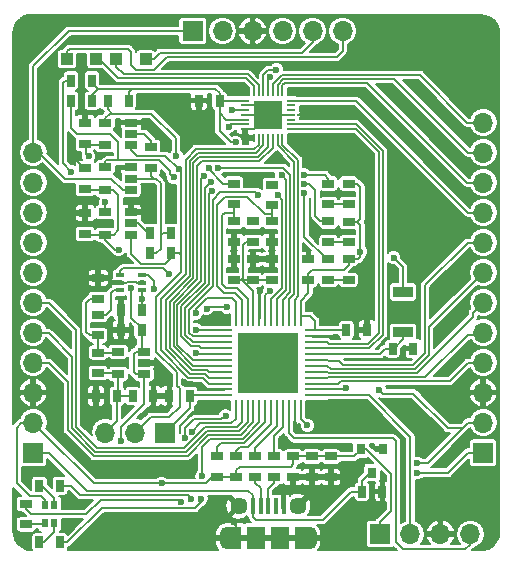
<source format=gtl>
G04 #@! TF.GenerationSoftware,KiCad,Pcbnew,(5.0.0-rc2-dev-321-g78161b592)*
G04 #@! TF.CreationDate,2018-04-10T00:44:43+02:00*
G04 #@! TF.ProjectId,xildebug,78696C64656275672E6B696361645F70,rev?*
G04 #@! TF.SameCoordinates,Original*
G04 #@! TF.FileFunction,Copper,L1,Top,Signal*
G04 #@! TF.FilePolarity,Positive*
%FSLAX46Y46*%
G04 Gerber Fmt 4.6, Leading zero omitted, Abs format (unit mm)*
G04 Created by KiCad (PCBNEW (5.0.0-rc2-dev-321-g78161b592)) date 04/10/18 00:44:43*
%MOMM*%
%LPD*%
G01*
G04 APERTURE LIST*
%ADD10R,1.700000X0.900000*%
%ADD11R,0.670000X1.000000*%
%ADD12R,1.000000X0.670000*%
%ADD13R,1.700000X1.700000*%
%ADD14O,1.700000X1.700000*%
%ADD15R,1.500000X1.900000*%
%ADD16C,1.450000*%
%ADD17R,0.400000X1.350000*%
%ADD18O,1.200000X1.900000*%
%ADD19R,1.200000X1.900000*%
%ADD20R,1.000000X1.000000*%
%ADD21R,0.600000X0.800000*%
%ADD22R,0.200000X0.800000*%
%ADD23R,0.800000X0.200000*%
%ADD24R,2.400000X2.400000*%
%ADD25R,5.150000X5.150000*%
%ADD26R,1.800000X0.250000*%
%ADD27R,0.250000X1.800000*%
%ADD28R,0.800000X0.900000*%
%ADD29R,1.060000X0.650000*%
%ADD30R,0.650000X0.400000*%
%ADD31C,0.600000*%
%ADD32C,0.200000*%
%ADD33C,0.165000*%
G04 APERTURE END LIST*
D10*
X231400000Y-77400000D03*
X231400000Y-80800000D03*
D11*
X230525000Y-82200000D03*
X232275000Y-82200000D03*
D12*
X204500000Y-72475000D03*
X204500000Y-70725000D03*
D11*
X207525000Y-78900000D03*
X209275000Y-78900000D03*
D12*
X204500000Y-68675000D03*
X204500000Y-66925000D03*
X205600000Y-77975000D03*
X205600000Y-76225000D03*
D11*
X207525000Y-80600000D03*
X209275000Y-80600000D03*
X205425000Y-86200000D03*
X207175000Y-86200000D03*
X210275000Y-86200000D03*
X208525000Y-86200000D03*
D12*
X204500000Y-63100000D03*
X204500000Y-64850000D03*
X220300000Y-76375000D03*
X220300000Y-74625000D03*
D11*
X211625000Y-86200000D03*
X213375000Y-86200000D03*
X215875000Y-61200000D03*
X214125000Y-61200000D03*
D12*
X223400000Y-74625000D03*
X223400000Y-76375000D03*
X222100000Y-91325000D03*
X222100000Y-93075000D03*
X223700000Y-93075000D03*
X223700000Y-91325000D03*
X217100000Y-76375000D03*
X217100000Y-74625000D03*
X218700000Y-74625000D03*
X218700000Y-76375000D03*
D11*
X229675000Y-94300000D03*
X227925000Y-94300000D03*
X228375000Y-80600000D03*
X226625000Y-80600000D03*
D12*
X225300000Y-91325000D03*
X225300000Y-93075000D03*
D13*
X211300000Y-89300000D03*
D14*
X208760000Y-89300000D03*
X206220000Y-89300000D03*
D13*
X229500000Y-97900000D03*
D14*
X232040000Y-97900000D03*
X234580000Y-97900000D03*
X237120000Y-97900000D03*
D13*
X213600000Y-55300000D03*
D14*
X216140000Y-55300000D03*
X218680000Y-55300000D03*
X221220000Y-55300000D03*
X223760000Y-55300000D03*
X226300000Y-55300000D03*
D13*
X200100000Y-91000000D03*
D14*
X200100000Y-88460000D03*
X200100000Y-85920000D03*
X200100000Y-83380000D03*
X200100000Y-80840000D03*
X200100000Y-78300000D03*
X200100000Y-75760000D03*
X200100000Y-73220000D03*
X200100000Y-70680000D03*
X200100000Y-68140000D03*
X200100000Y-65600000D03*
D13*
X238200000Y-91000000D03*
D14*
X238200000Y-88460000D03*
X238200000Y-85920000D03*
X238200000Y-83380000D03*
X238200000Y-80840000D03*
X238200000Y-78300000D03*
X238200000Y-75760000D03*
X238200000Y-73220000D03*
X238200000Y-70680000D03*
X238200000Y-68140000D03*
X238200000Y-65600000D03*
X238200000Y-63060000D03*
D15*
X221000000Y-98237500D03*
D16*
X217500000Y-95537500D03*
D17*
X219350000Y-95537500D03*
X218700000Y-95537500D03*
X221300000Y-95537500D03*
X220650000Y-95537500D03*
X220000000Y-95537500D03*
D16*
X222500000Y-95537500D03*
D15*
X219000000Y-98237500D03*
D18*
X216500000Y-98237500D03*
X223500000Y-98237500D03*
D19*
X222900000Y-98237500D03*
X217100000Y-98237500D03*
D20*
X207150000Y-57700000D03*
X209650000Y-57700000D03*
X205450000Y-57700000D03*
X202950000Y-57700000D03*
D12*
X218700000Y-73175000D03*
X218700000Y-71425000D03*
X226800000Y-76375000D03*
X226800000Y-74625000D03*
X226800000Y-71450000D03*
X226800000Y-73200000D03*
X226800000Y-69975000D03*
X226800000Y-68225000D03*
D21*
X201100000Y-97000000D03*
X201100000Y-95400000D03*
X201900000Y-97000000D03*
X201900000Y-95400000D03*
D22*
X218800000Y-64350000D03*
X219200000Y-64350000D03*
X219600000Y-64350000D03*
X220000000Y-64350000D03*
X220400000Y-64350000D03*
X220800000Y-64350000D03*
X221200000Y-64350000D03*
D23*
X221950000Y-63600000D03*
X221950000Y-63200000D03*
X221950000Y-62800000D03*
X221950000Y-62400000D03*
X221950000Y-62000000D03*
X221950000Y-61600000D03*
X221950000Y-61200000D03*
D22*
X221200000Y-60450000D03*
X220800000Y-60450000D03*
X220400000Y-60450000D03*
X220000000Y-60450000D03*
X219600000Y-60450000D03*
X219200000Y-60450000D03*
X218800000Y-60450000D03*
D23*
X218050000Y-61200000D03*
X218050000Y-61600000D03*
X218050000Y-62000000D03*
X218050000Y-62400000D03*
X218050000Y-62800000D03*
X218050000Y-63200000D03*
X218050000Y-63600000D03*
D24*
X220000000Y-62400000D03*
D25*
X220000000Y-83400000D03*
D26*
X223950000Y-80650000D03*
X223950000Y-81150000D03*
X223950000Y-81650000D03*
X223950000Y-82150000D03*
X223950000Y-82650000D03*
X223950000Y-83150000D03*
X223950000Y-83650000D03*
X223950000Y-84150000D03*
X223950000Y-84650000D03*
X223950000Y-85150000D03*
X223950000Y-85650000D03*
X223950000Y-86150000D03*
D27*
X222750000Y-87350000D03*
X222250000Y-87350000D03*
X221750000Y-87350000D03*
X221250000Y-87350000D03*
X220750000Y-87350000D03*
X220250000Y-87350000D03*
X219750000Y-87350000D03*
X219250000Y-87350000D03*
X218750000Y-87350000D03*
X218250000Y-87350000D03*
X217750000Y-87350000D03*
X217250000Y-87350000D03*
D26*
X216050000Y-86150000D03*
X216050000Y-85650000D03*
X216050000Y-85150000D03*
X216050000Y-84650000D03*
X216050000Y-84150000D03*
X216050000Y-83650000D03*
X216050000Y-83150000D03*
X216050000Y-82650000D03*
X216050000Y-82150000D03*
X216050000Y-81650000D03*
X216050000Y-81150000D03*
X216050000Y-80650000D03*
D27*
X217250000Y-79450000D03*
X217750000Y-79450000D03*
X218250000Y-79450000D03*
X218750000Y-79450000D03*
X219250000Y-79450000D03*
X219750000Y-79450000D03*
X220250000Y-79450000D03*
X220750000Y-79450000D03*
X221250000Y-79450000D03*
X221750000Y-79450000D03*
X222250000Y-79450000D03*
X222750000Y-79450000D03*
D28*
X229750000Y-90700000D03*
X227850000Y-90700000D03*
X228800000Y-92700000D03*
D29*
X206200000Y-64950000D03*
X206200000Y-63050000D03*
X208400000Y-63050000D03*
X208400000Y-64000000D03*
X208400000Y-64950000D03*
X208400000Y-72550000D03*
X208400000Y-71600000D03*
X208400000Y-70650000D03*
X206200000Y-70650000D03*
X206200000Y-72550000D03*
X207300000Y-84350000D03*
X207300000Y-82450000D03*
X209500000Y-82450000D03*
X209500000Y-83400000D03*
X209500000Y-84350000D03*
X208400000Y-68750000D03*
X208400000Y-67800000D03*
X208400000Y-66850000D03*
X206200000Y-66850000D03*
X206200000Y-68750000D03*
D30*
X209350000Y-77250000D03*
X209350000Y-75950000D03*
X207450000Y-76600000D03*
X209350000Y-76600000D03*
X207450000Y-75950000D03*
X207450000Y-77250000D03*
D12*
X205600000Y-84275000D03*
X205600000Y-82525000D03*
D11*
X210025000Y-72400000D03*
X211775000Y-72400000D03*
D12*
X210100000Y-66875000D03*
X210100000Y-65125000D03*
X217100000Y-68225000D03*
X217100000Y-69975000D03*
X217100000Y-73175000D03*
X217100000Y-71425000D03*
X220300000Y-68325000D03*
X220300000Y-70075000D03*
X220300000Y-73175000D03*
X220300000Y-71425000D03*
D11*
X206425000Y-61200000D03*
X208175000Y-61200000D03*
X205075000Y-59500000D03*
X203325000Y-59500000D03*
X211775000Y-74100000D03*
X210025000Y-74100000D03*
D12*
X215700000Y-93075000D03*
X215700000Y-91325000D03*
X217300000Y-91325000D03*
X217300000Y-93075000D03*
X218900000Y-91325000D03*
X218900000Y-93075000D03*
X220500000Y-93075000D03*
X220500000Y-91325000D03*
D11*
X202375000Y-93800000D03*
X200625000Y-93800000D03*
D12*
X199500000Y-97075000D03*
X199500000Y-95325000D03*
D11*
X202375000Y-98600000D03*
X200625000Y-98600000D03*
D12*
X225100000Y-76375000D03*
X225100000Y-74625000D03*
X225100000Y-68225000D03*
X225100000Y-69975000D03*
D11*
X203325000Y-61200000D03*
X205075000Y-61200000D03*
D12*
X225100000Y-71425000D03*
X225100000Y-73175000D03*
X205600000Y-79325000D03*
X205600000Y-81075000D03*
D31*
X227800000Y-74000000D03*
X230612509Y-74500000D03*
X229400000Y-85700000D03*
X203300000Y-67200000D03*
X231400000Y-82900000D03*
X206000000Y-65800000D03*
X230700000Y-76300000D03*
X232900000Y-88200000D03*
X216900000Y-60500000D03*
X226900000Y-56700000D03*
X225000000Y-56600000D03*
X211800000Y-70500000D03*
X223100000Y-73700000D03*
X203500000Y-65900000D03*
X214300000Y-63300000D03*
X210000000Y-63300000D03*
X204500000Y-63100000D03*
X209900000Y-68500000D03*
X208500000Y-70600000D03*
X207400000Y-66900000D03*
X207600000Y-80600000D03*
X223067540Y-68265003D03*
X220800000Y-69200000D03*
X212000000Y-67700000D03*
X214544950Y-67602575D03*
X209350000Y-78000000D03*
X213375000Y-86200000D03*
X217250828Y-64717500D03*
X223067540Y-67500000D03*
X221125364Y-67499646D03*
X223067540Y-69030006D03*
X219100000Y-69200000D03*
X214800000Y-78800000D03*
X216500000Y-78700000D03*
X211592401Y-75918119D03*
X210351415Y-77159105D03*
X212424920Y-67000000D03*
X214953362Y-66914679D03*
X206200000Y-69800000D03*
X215221785Y-68864151D03*
X212200000Y-65900000D03*
X215121139Y-68105799D03*
X226625000Y-80600000D03*
X218700000Y-71425000D03*
X202200000Y-77500000D03*
X208400000Y-85000000D03*
X208000000Y-87400000D03*
X211100000Y-84400000D03*
X212864023Y-85038100D03*
X218100000Y-64300000D03*
X215000000Y-79700000D03*
X218800000Y-67800000D03*
X220600000Y-66100000D03*
X226000000Y-69100000D03*
X223800000Y-72300000D03*
X220300000Y-74600000D03*
X228400000Y-80600000D03*
X223300000Y-88700000D03*
X221300000Y-90000000D03*
X229800000Y-90700000D03*
X227850000Y-90700000D03*
X232622500Y-91899997D03*
X211000000Y-93600000D03*
X223400000Y-76375000D03*
X220121404Y-77321404D03*
X223700000Y-91325000D03*
X214400000Y-93000000D03*
X214300000Y-94900000D03*
X212600000Y-95147500D03*
X212962859Y-89762859D03*
X216400000Y-87900000D03*
X226600000Y-85500000D03*
X213500000Y-94900000D03*
X213512859Y-89212859D03*
X216668328Y-63400000D03*
X217300000Y-91325000D03*
X216900000Y-62000000D03*
X215700000Y-91325000D03*
X215500000Y-87100000D03*
X199500000Y-92900000D03*
X199400000Y-98300000D03*
X203300000Y-97100000D03*
X203600000Y-95400000D03*
X226400000Y-88000000D03*
X219297985Y-77298241D03*
X225700000Y-81250000D03*
X220300000Y-68325000D03*
X208400000Y-77100000D03*
X204800000Y-65900000D03*
X204500000Y-68675000D03*
X207354758Y-73802500D03*
X207500000Y-90017500D03*
X228800000Y-92700000D03*
X232622500Y-92700000D03*
X213852500Y-82600000D03*
X213852500Y-80600000D03*
X213852500Y-79200000D03*
X215752500Y-66877510D03*
X220683700Y-58587480D03*
X220156619Y-59235691D03*
D32*
X227800000Y-74000000D02*
X227800000Y-71700000D01*
X227800000Y-74400000D02*
X227800000Y-74000000D01*
X231400000Y-75287491D02*
X230612509Y-74500000D01*
X231400000Y-77400000D02*
X231400000Y-75287491D01*
X236500000Y-88900000D02*
X235200000Y-88900000D01*
X235200000Y-88900000D02*
X232299999Y-85999999D01*
X232299999Y-85999999D02*
X229699999Y-85999999D01*
X229699999Y-85999999D02*
X229400000Y-85700000D01*
X215875000Y-60575000D02*
X215875000Y-61200000D01*
X208475000Y-60200000D02*
X215500000Y-60200000D01*
X215500000Y-60200000D02*
X215875000Y-60575000D01*
X236500000Y-88900000D02*
X236940000Y-88460000D01*
X233500003Y-91899997D02*
X236500000Y-88900000D01*
X232622500Y-91899997D02*
X233500003Y-91899997D01*
X236940000Y-88460000D02*
X238200000Y-88460000D01*
X205075000Y-59500000D02*
X205075000Y-59665000D01*
X205075000Y-59665000D02*
X205600000Y-60190000D01*
X205600000Y-60190000D02*
X205600000Y-60200000D01*
D33*
X202800000Y-59500000D02*
X202600000Y-59700000D01*
X203325000Y-59500000D02*
X202800000Y-59500000D01*
X202600000Y-59700000D02*
X202600000Y-66500000D01*
X202600000Y-66500000D02*
X203300000Y-67200000D01*
X212200000Y-64400000D02*
X210100000Y-62300000D01*
X212200000Y-65900000D02*
X212200000Y-64400000D01*
X210100000Y-62300000D02*
X206900000Y-62300000D01*
X204425000Y-66925000D02*
X203500000Y-66000000D01*
X204500000Y-66925000D02*
X204425000Y-66925000D01*
X203500000Y-66000000D02*
X203500000Y-65900000D01*
X203325000Y-63525000D02*
X203800000Y-64000000D01*
X203325000Y-61200000D02*
X203325000Y-63525000D01*
X203800000Y-64000000D02*
X206613502Y-64000000D01*
X206613502Y-64000000D02*
X207300000Y-64686498D01*
X207300000Y-64686498D02*
X207300000Y-66260000D01*
X210765502Y-66260000D02*
X207300000Y-66260000D01*
X207300000Y-66260000D02*
X206300000Y-66260000D01*
D32*
X205075000Y-60725000D02*
X205600000Y-60200000D01*
X205075000Y-61200000D02*
X205075000Y-60725000D01*
X205600000Y-60200000D02*
X208475000Y-60200000D01*
D33*
X209350000Y-76600000D02*
X208860000Y-76600000D01*
X208860000Y-76600000D02*
X208777499Y-76517499D01*
X208777499Y-76517499D02*
X208022501Y-76517499D01*
X208022501Y-76517499D02*
X207940000Y-76600000D01*
X207940000Y-76600000D02*
X207450000Y-76600000D01*
X206265000Y-79325000D02*
X206700000Y-78890000D01*
X205600000Y-79325000D02*
X206265000Y-79325000D01*
X206700000Y-78890000D02*
X206700000Y-77510000D01*
X206700000Y-77510000D02*
X206960000Y-77250000D01*
X206960000Y-77250000D02*
X207450000Y-77250000D01*
X204935000Y-77975000D02*
X204600000Y-78310000D01*
X205600000Y-77975000D02*
X204935000Y-77975000D01*
X204600000Y-78310000D02*
X204600000Y-80800000D01*
X204600000Y-80800000D02*
X204875000Y-81075000D01*
X204875000Y-81075000D02*
X205600000Y-81075000D01*
X205600000Y-81075000D02*
X205600000Y-82525000D01*
X205600000Y-82525000D02*
X207225000Y-82525000D01*
X207225000Y-82525000D02*
X207300000Y-82450000D01*
X223491804Y-68265003D02*
X224000000Y-68773199D01*
X223067540Y-68265003D02*
X223491804Y-68265003D01*
X224000000Y-68773199D02*
X224000000Y-71000000D01*
X224000000Y-71000000D02*
X224425000Y-71425000D01*
X224425000Y-71425000D02*
X225100000Y-71425000D01*
X221200000Y-69600000D02*
X220800000Y-69200000D01*
X221200000Y-73200000D02*
X221200000Y-69600000D01*
X225100000Y-73175000D02*
X226775000Y-73175000D01*
X226775000Y-73175000D02*
X226800000Y-73200000D01*
X206200000Y-66360000D02*
X206300000Y-66260000D01*
X206200000Y-66850000D02*
X206200000Y-66360000D01*
X211700001Y-67194499D02*
X210765502Y-66260000D01*
X211700001Y-67400001D02*
X211700001Y-67194499D01*
X212000000Y-67700000D02*
X211700001Y-67400001D01*
X211900000Y-67700000D02*
X212000000Y-67700000D01*
X214327460Y-67820065D02*
X214544950Y-67602575D01*
X214327460Y-69000000D02*
X214327460Y-67820065D01*
X214327460Y-73200000D02*
X214327460Y-69000000D01*
D32*
X208175000Y-60500000D02*
X208475000Y-60200000D01*
X208175000Y-61200000D02*
X208175000Y-60500000D01*
X209350000Y-78000000D02*
X209350000Y-78825000D01*
X209350000Y-77250000D02*
X209350000Y-78000000D01*
X209350000Y-78825000D02*
X209275000Y-78900000D01*
X217250828Y-64717500D02*
X216826564Y-64717500D01*
X216826564Y-64717500D02*
X215875000Y-63765936D01*
X215875000Y-63765936D02*
X215875000Y-62275000D01*
X227525000Y-68225000D02*
X227800000Y-68500000D01*
X226800000Y-68225000D02*
X227525000Y-68225000D01*
X227800000Y-68500000D02*
X227800000Y-71200000D01*
X227800000Y-71200000D02*
X227550000Y-71450000D01*
X227575000Y-74625000D02*
X227800000Y-74400000D01*
X226800000Y-74625000D02*
X227575000Y-74625000D01*
X227800000Y-71700000D02*
X227550000Y-71450000D01*
X227550000Y-71450000D02*
X227350000Y-71450000D01*
X227350000Y-71450000D02*
X226800000Y-71450000D01*
X223400000Y-75840000D02*
X223740000Y-75500000D01*
X223400000Y-76375000D02*
X223400000Y-75840000D01*
X223740000Y-75500000D02*
X226400000Y-75500000D01*
X226400000Y-75500000D02*
X226800000Y-75100000D01*
X226800000Y-75100000D02*
X226800000Y-74625000D01*
D33*
X225100000Y-67800000D02*
X224800000Y-67500000D01*
X225100000Y-68225000D02*
X225100000Y-67800000D01*
X224800000Y-67500000D02*
X223491804Y-67500000D01*
X223491804Y-67500000D02*
X223067540Y-67500000D01*
X221530010Y-67904292D02*
X221125364Y-67499646D01*
X221530010Y-73200000D02*
X221530010Y-67904292D01*
X225100000Y-69975000D02*
X225765000Y-69975000D01*
X225765000Y-69975000D02*
X226800000Y-69975000D01*
X225100000Y-76375000D02*
X225765000Y-76375000D01*
X225765000Y-76375000D02*
X226800000Y-76375000D01*
X223067540Y-69030006D02*
X223067540Y-72757540D01*
X223067540Y-72757540D02*
X224935000Y-74625000D01*
X224935000Y-74625000D02*
X225100000Y-74625000D01*
X218857489Y-68957489D02*
X219100000Y-69200000D01*
X218100000Y-68957489D02*
X218857489Y-68957489D01*
X215317482Y-76882502D02*
X215317482Y-69578756D01*
X215317490Y-76882510D02*
X215317482Y-76882502D01*
X215317482Y-69578756D02*
X215938749Y-68957489D01*
X215938749Y-68957489D02*
X218100000Y-68957489D01*
X211074282Y-75400000D02*
X207700000Y-75400000D01*
X211592401Y-75918119D02*
X211074282Y-75400000D01*
X207700000Y-75400000D02*
X207450000Y-75650000D01*
X207450000Y-75650000D02*
X207450000Y-75950000D01*
X214900000Y-78700000D02*
X214800000Y-78800000D01*
X216500000Y-78700000D02*
X214900000Y-78700000D01*
X210351415Y-77159105D02*
X210351415Y-76461415D01*
X210351415Y-76461415D02*
X209840000Y-75950000D01*
X209840000Y-75950000D02*
X209350000Y-75950000D01*
D32*
X211302410Y-65877490D02*
X208877490Y-65877490D01*
X212424920Y-67000000D02*
X211302410Y-65877490D01*
X208877490Y-65877490D02*
X208400000Y-65400000D01*
X208400000Y-65400000D02*
X208400000Y-64950000D01*
X212624910Y-74300000D02*
X212624910Y-75734140D01*
X212624910Y-67124910D02*
X212624910Y-74300000D01*
X211775000Y-74100000D02*
X212424910Y-74100000D01*
X212424910Y-74100000D02*
X212624910Y-74300000D01*
X211775000Y-74525000D02*
X211300000Y-75000000D01*
X211775000Y-74100000D02*
X211775000Y-74525000D01*
X211300000Y-75000000D02*
X209200000Y-75000000D01*
X209200000Y-75000000D02*
X208400000Y-74200000D01*
X208400000Y-74200000D02*
X208400000Y-73075000D01*
X208400000Y-73075000D02*
X208400000Y-72550000D01*
X212264022Y-85326101D02*
X212500000Y-85562079D01*
X212500000Y-87100000D02*
X211600000Y-88000000D01*
X212264022Y-84205085D02*
X212264022Y-85326101D01*
X210527459Y-82468521D02*
X212264022Y-84205085D01*
X210527459Y-77831591D02*
X210527459Y-82468521D01*
X210060000Y-88000000D02*
X208760000Y-89300000D01*
X212624910Y-75734140D02*
X210527459Y-77831591D01*
X212500000Y-85562079D02*
X212500000Y-87100000D01*
X211600000Y-88000000D02*
X210060000Y-88000000D01*
X216211988Y-68225000D02*
X214953362Y-66966374D01*
X217100000Y-68225000D02*
X216211988Y-68225000D01*
X214953362Y-66966374D02*
X214953362Y-66914679D01*
D33*
X210100000Y-66875000D02*
X210100000Y-67600000D01*
X210100000Y-67600000D02*
X210300000Y-67800000D01*
X210300000Y-67800000D02*
X208400000Y-67800000D01*
X210500000Y-67800000D02*
X210300000Y-67800000D01*
X210900000Y-72600000D02*
X210900000Y-68200000D01*
X210900000Y-73725000D02*
X210900000Y-72600000D01*
X211775000Y-72400000D02*
X211100000Y-72400000D01*
X211100000Y-72400000D02*
X210900000Y-72600000D01*
X210525000Y-74100000D02*
X210900000Y-73725000D01*
X210025000Y-74100000D02*
X210525000Y-74100000D01*
X210900000Y-68200000D02*
X210500000Y-67800000D01*
X206200000Y-69800000D02*
X206200000Y-70650000D01*
X214987479Y-69098457D02*
X215221785Y-68864151D01*
X214987479Y-69312521D02*
X214987479Y-69098457D01*
X206425000Y-61925000D02*
X206800000Y-62300000D01*
X206425000Y-61200000D02*
X206425000Y-61925000D01*
X206800000Y-62300000D02*
X206900000Y-62300000D01*
X206900000Y-62300000D02*
X206600000Y-62300000D01*
X206600000Y-62300000D02*
X206200000Y-62700000D01*
X206200000Y-62700000D02*
X206200000Y-63050000D01*
X214657470Y-76609118D02*
X214657470Y-73200000D01*
X214180011Y-81980011D02*
X213488799Y-81980011D01*
X212644978Y-81136190D02*
X212644979Y-78621609D01*
X216050000Y-82150000D02*
X214350000Y-82150000D01*
X214657470Y-73200000D02*
X214657470Y-68957470D01*
X214350000Y-82150000D02*
X214180011Y-81980011D01*
X213488799Y-81980011D02*
X212644978Y-81136190D01*
X212644979Y-78621609D02*
X214657470Y-76609118D01*
X214657470Y-68957470D02*
X214657470Y-68569468D01*
X214657470Y-68569468D02*
X215121139Y-68105799D01*
X214327460Y-76472422D02*
X214327460Y-73200000D01*
X213616705Y-83149999D02*
X212314969Y-81848263D01*
X216050000Y-83150000D02*
X213616705Y-83149999D01*
X212314969Y-81848263D02*
X212314969Y-78484913D01*
X212314969Y-78484913D02*
X214327460Y-76472422D01*
X216050000Y-81150000D02*
X213592198Y-81150000D01*
X213304999Y-80862801D02*
X213304999Y-78895001D01*
X213592198Y-81150000D02*
X213304999Y-80862801D01*
X213304999Y-78895001D02*
X215317490Y-76882510D01*
X214987479Y-76745815D02*
X214987479Y-69312521D01*
X212974989Y-78758305D02*
X214987479Y-76745815D01*
X212974988Y-80999496D02*
X212974989Y-78758305D01*
X216050000Y-81650000D02*
X213625494Y-81650000D01*
X213625494Y-81650000D02*
X212974988Y-80999496D01*
X214168502Y-85650000D02*
X213556602Y-85038100D01*
X216050000Y-85650000D02*
X214168502Y-85650000D01*
X213556602Y-85038100D02*
X212864023Y-85038100D01*
X218050000Y-63600000D02*
X218050000Y-64250000D01*
X218050000Y-64250000D02*
X218100000Y-64300000D01*
X218150000Y-64350000D02*
X218100000Y-64300000D01*
X218800000Y-64350000D02*
X218150000Y-64350000D01*
D32*
X222750000Y-88150000D02*
X223300000Y-88700000D01*
X222750000Y-87350000D02*
X222750000Y-88150000D01*
X222750000Y-78150000D02*
X223400000Y-77500000D01*
X222750000Y-79450000D02*
X222750000Y-78150000D01*
X223400000Y-77500000D02*
X223400000Y-76910000D01*
X223400000Y-76910000D02*
X223400000Y-76375000D01*
X216400000Y-62800000D02*
X215875000Y-62275000D01*
X218050000Y-62800000D02*
X216400000Y-62800000D01*
X215875000Y-62275000D02*
X215875000Y-61200000D01*
X215875000Y-61200000D02*
X218050000Y-61200000D01*
X211000000Y-93600000D02*
X205240000Y-93600000D01*
X214700000Y-93600000D02*
X211000000Y-93600000D01*
X215225000Y-93075000D02*
X214700000Y-93600000D01*
X215700000Y-93075000D02*
X215225000Y-93075000D01*
X205240000Y-93600000D02*
X200949999Y-89309999D01*
X200949999Y-89309999D02*
X200100000Y-88460000D01*
X213375000Y-86200000D02*
X213375000Y-87225000D01*
X213375000Y-87225000D02*
X211300000Y-89300000D01*
X198700000Y-88900000D02*
X199100000Y-88500000D01*
X200789999Y-94689999D02*
X199789999Y-94689999D01*
X198700000Y-93600000D02*
X198700000Y-88900000D01*
X199789999Y-94689999D02*
X198700000Y-93600000D01*
X201100000Y-95400000D02*
X201100000Y-95000000D01*
X201100000Y-95000000D02*
X200789999Y-94689999D01*
X199100000Y-88500000D02*
X200060000Y-88500000D01*
X200060000Y-88500000D02*
X200100000Y-88460000D01*
X229500000Y-96850000D02*
X230417489Y-95932511D01*
X229500000Y-97900000D02*
X229500000Y-96850000D01*
X230417489Y-95932511D02*
X230417489Y-92817489D01*
X230417489Y-92817489D02*
X228300000Y-90700000D01*
X228300000Y-90700000D02*
X227850000Y-90700000D01*
X227850000Y-90750000D02*
X227275000Y-91325000D01*
X227850000Y-90700000D02*
X227850000Y-90750000D01*
X227275000Y-91325000D02*
X225300000Y-91325000D01*
X223700000Y-91325000D02*
X225300000Y-91325000D01*
X223950000Y-79850000D02*
X223550000Y-79450000D01*
X223950000Y-80650000D02*
X223950000Y-79850000D01*
X223550000Y-79450000D02*
X222750000Y-79450000D01*
X223950000Y-80650000D02*
X226575000Y-80650000D01*
X226575000Y-80650000D02*
X226625000Y-80600000D01*
X216050000Y-86150000D02*
X213425000Y-86150000D01*
X213425000Y-86150000D02*
X213375000Y-86200000D01*
X219750000Y-77692808D02*
X220121404Y-77321404D01*
X219750000Y-79450000D02*
X219750000Y-77692808D01*
X217300000Y-92500000D02*
X217600000Y-92200000D01*
X217300000Y-93075000D02*
X217300000Y-92500000D01*
X217600000Y-92200000D02*
X221900000Y-92200000D01*
X221900000Y-92200000D02*
X222100000Y-92000000D01*
X222100000Y-92000000D02*
X222100000Y-91325000D01*
X222100000Y-91325000D02*
X223700000Y-91325000D01*
X215700000Y-93075000D02*
X217300000Y-93075000D01*
D33*
X214300000Y-95200000D02*
X213800000Y-95700000D01*
X214300000Y-94900000D02*
X214300000Y-95200000D01*
X213800000Y-95700000D02*
X205900000Y-95700000D01*
X205900000Y-95700000D02*
X203000000Y-98600000D01*
X203000000Y-98600000D02*
X202375000Y-98600000D01*
X215080075Y-89820043D02*
X214400000Y-90500116D01*
X214400000Y-90500116D02*
X214400000Y-92575736D01*
X217844957Y-89820043D02*
X215080075Y-89820043D01*
X219250000Y-88415000D02*
X217844957Y-89820043D01*
X219250000Y-87350000D02*
X219250000Y-88415000D01*
X214400000Y-92575736D02*
X214400000Y-93000000D01*
X201000000Y-98600000D02*
X201900000Y-97700000D01*
X200625000Y-98600000D02*
X201000000Y-98600000D01*
X201900000Y-97700000D02*
X201900000Y-97565000D01*
X201900000Y-97565000D02*
X201900000Y-97000000D01*
X199500000Y-97075000D02*
X201025000Y-97075000D01*
X201025000Y-97075000D02*
X201100000Y-97000000D01*
X212452500Y-95000000D02*
X205800000Y-95000000D01*
X212600000Y-95147500D02*
X212452500Y-95000000D01*
X205800000Y-95000000D02*
X204600000Y-96200000D01*
X204600000Y-96200000D02*
X199900000Y-96200000D01*
X199900000Y-96200000D02*
X199500000Y-95800000D01*
X199500000Y-95800000D02*
X199500000Y-95325000D01*
X213745426Y-88169990D02*
X212962859Y-88952557D01*
X215200000Y-88169990D02*
X213745426Y-88169990D01*
X212962859Y-88952557D02*
X212962859Y-89762859D01*
X216300000Y-87900000D02*
X216030010Y-88169990D01*
X216400000Y-87900000D02*
X216300000Y-87900000D01*
X216030010Y-88169990D02*
X215200000Y-88169990D01*
X226450000Y-85650000D02*
X226600000Y-85500000D01*
X223950000Y-85650000D02*
X226450000Y-85650000D01*
X213200000Y-94600000D02*
X204100000Y-94600000D01*
X204100000Y-94600000D02*
X203300000Y-93800000D01*
X213500000Y-94900000D02*
X213200000Y-94600000D01*
X203300000Y-93800000D02*
X202375000Y-93800000D01*
X214225718Y-88500000D02*
X213512859Y-89212859D01*
X215200000Y-88500000D02*
X214225718Y-88500000D01*
X217250000Y-88125000D02*
X216875000Y-88500000D01*
X216875000Y-88500000D02*
X215200000Y-88500000D01*
X217250000Y-87350000D02*
X217250000Y-88125000D01*
X201900000Y-95400000D02*
X201900000Y-94835000D01*
X201900000Y-94835000D02*
X200865000Y-93800000D01*
X200865000Y-93800000D02*
X200625000Y-93800000D01*
X220500000Y-93075000D02*
X220500000Y-93575000D01*
X220500000Y-93575000D02*
X220000000Y-94075000D01*
X220000000Y-94075000D02*
X220000000Y-94697500D01*
X220000000Y-94697500D02*
X220000000Y-95537500D01*
X220500000Y-89600000D02*
X220500000Y-91325000D01*
X221250000Y-87350000D02*
X221250000Y-88850000D01*
X221250000Y-88850000D02*
X220500000Y-89600000D01*
X220750000Y-88750000D02*
X218900000Y-90600000D01*
X220750000Y-87350000D02*
X220750000Y-88750000D01*
X218900000Y-90600000D02*
X218900000Y-91325000D01*
X218900000Y-93075000D02*
X218900000Y-93575000D01*
X218900000Y-93575000D02*
X219350000Y-94025000D01*
X219350000Y-94025000D02*
X219350000Y-94697500D01*
X219350000Y-94697500D02*
X219350000Y-95537500D01*
X216668328Y-63400000D02*
X216868328Y-63200000D01*
X216868328Y-63200000D02*
X218050000Y-63200000D01*
X217300000Y-91325000D02*
X217300000Y-90825000D01*
X217300000Y-90825000D02*
X217594990Y-90530010D01*
X217594990Y-90530010D02*
X218259990Y-90530010D01*
X218259990Y-90530010D02*
X220250000Y-88540000D01*
X220250000Y-88540000D02*
X220250000Y-87350000D01*
X216900000Y-62000000D02*
X218050000Y-62000000D01*
X219750000Y-88415000D02*
X217965000Y-90200000D01*
X219750000Y-87350000D02*
X219750000Y-88415000D01*
X217965000Y-90200000D02*
X216000000Y-90200000D01*
X216000000Y-90200000D02*
X215700000Y-90500000D01*
X215700000Y-90500000D02*
X215700000Y-91325000D01*
X221530010Y-77203284D02*
X221530010Y-73200000D01*
X220750000Y-79450000D02*
X220750000Y-77983294D01*
X220750000Y-77983294D02*
X221530010Y-77203284D01*
X220250000Y-79450000D02*
X220250000Y-78016588D01*
X221200000Y-77066588D02*
X221200000Y-73200000D01*
X220250000Y-78016588D02*
X221200000Y-77066588D01*
X219250000Y-78385000D02*
X219297985Y-78337015D01*
X219250000Y-79450000D02*
X219250000Y-78385000D01*
X219297985Y-78337015D02*
X219297985Y-77298241D01*
X218050000Y-61600000D02*
X219200000Y-61600000D01*
X219200000Y-61600000D02*
X220000000Y-62400000D01*
X218050000Y-63600000D02*
X218800000Y-63600000D01*
X218800000Y-63600000D02*
X220000000Y-62400000D01*
X221950000Y-62400000D02*
X220000000Y-62400000D01*
X220000000Y-62400000D02*
X218050000Y-62400000D01*
X223950000Y-81650000D02*
X225015000Y-81650000D01*
X225015000Y-81650000D02*
X225165000Y-81800000D01*
X225165000Y-81800000D02*
X228433294Y-81800000D01*
X228433294Y-81800000D02*
X229369989Y-80863305D01*
X222515000Y-63600000D02*
X221950000Y-63600000D01*
X229369989Y-65569991D02*
X227399998Y-63600000D01*
X229369989Y-80863305D02*
X229369989Y-65569991D01*
X227399998Y-63600000D02*
X222515000Y-63600000D01*
X221950000Y-63200000D02*
X227466704Y-63200000D01*
X227466704Y-63200000D02*
X229700000Y-65433296D01*
X229700000Y-65433296D02*
X229700000Y-81000000D01*
X229700000Y-81000000D02*
X228550000Y-82150000D01*
X228550000Y-82150000D02*
X223950000Y-82150000D01*
X225110001Y-83245001D02*
X225954999Y-83245001D01*
X225015000Y-83150000D02*
X225110001Y-83245001D01*
X223950000Y-83150000D02*
X225015000Y-83150000D01*
X233300000Y-76800000D02*
X236880000Y-73220000D01*
X233300000Y-82600000D02*
X233300000Y-76800000D01*
X236880000Y-73220000D02*
X238200000Y-73220000D01*
X225954999Y-83245001D02*
X226309998Y-83600000D01*
X226309998Y-83600000D02*
X232300000Y-83600000D01*
X232300000Y-83600000D02*
X233300000Y-82600000D01*
X223950000Y-83650000D02*
X225015000Y-83650000D01*
X232436696Y-83930010D02*
X233630011Y-82736695D01*
X225295010Y-83930010D02*
X232436696Y-83930010D01*
X237350001Y-76609999D02*
X238200000Y-75760000D01*
X225015000Y-83650000D02*
X225295010Y-83930010D01*
X233630011Y-80329989D02*
X237350001Y-76609999D01*
X233630011Y-82736695D02*
X233630011Y-80329989D01*
X223950000Y-84150000D02*
X225015000Y-84150000D01*
X237350001Y-79483411D02*
X237350001Y-79149999D01*
X225125020Y-84260020D02*
X232573392Y-84260020D01*
X237350001Y-79149999D02*
X238200000Y-78300000D01*
X225015000Y-84150000D02*
X225125020Y-84260020D01*
X232573392Y-84260020D02*
X237350001Y-79483411D01*
X225015000Y-84650000D02*
X225074970Y-84590030D01*
X223950000Y-84650000D02*
X225015000Y-84650000D01*
X225074970Y-84590030D02*
X233309970Y-84590030D01*
X233309970Y-84590030D02*
X236900000Y-81000000D01*
X236900000Y-81000000D02*
X238040000Y-81000000D01*
X238040000Y-81000000D02*
X238200000Y-80840000D01*
X225950000Y-85150000D02*
X226179961Y-84920041D01*
X223950000Y-85150000D02*
X225950000Y-85150000D01*
X226179961Y-84920041D02*
X235379959Y-84920041D01*
X235379959Y-84920041D02*
X236900000Y-83400000D01*
X236900000Y-83400000D02*
X238180000Y-83400000D01*
X238180000Y-83400000D02*
X238200000Y-83380000D01*
X229900000Y-82200000D02*
X229450000Y-82650000D01*
X230425000Y-82200000D02*
X229900000Y-82200000D01*
X229450000Y-82650000D02*
X225300000Y-82650000D01*
X225300000Y-82650000D02*
X225652500Y-82650000D01*
X223950000Y-82650000D02*
X225300000Y-82650000D01*
X231400000Y-80800000D02*
X231400000Y-81415000D01*
X231400000Y-81415000D02*
X230615000Y-82200000D01*
X230615000Y-82200000D02*
X230425000Y-82200000D01*
X225600000Y-81150000D02*
X225700000Y-81250000D01*
X223950000Y-81150000D02*
X225600000Y-81150000D01*
D32*
X215699990Y-70000008D02*
X216359999Y-69339999D01*
X215699990Y-76915690D02*
X215699990Y-70000008D01*
X219700000Y-70800000D02*
X220300000Y-70800000D01*
X216284309Y-77500010D02*
X215699990Y-76915690D01*
X217200010Y-77500010D02*
X216284309Y-77500010D01*
X216359999Y-69339999D02*
X218239999Y-69339999D01*
X217750000Y-78050000D02*
X217200010Y-77500010D01*
X217750000Y-79450000D02*
X217750000Y-78050000D01*
X218239999Y-69339999D02*
X219700000Y-70800000D01*
X220300000Y-70800000D02*
X220300000Y-71425000D01*
X220300000Y-70075000D02*
X220300000Y-70800000D01*
X200100000Y-64500000D02*
X200100000Y-65600000D01*
X200100000Y-64397919D02*
X200100000Y-64500000D01*
X200100000Y-58300000D02*
X200100000Y-64500000D01*
X207670000Y-68750000D02*
X206720000Y-67800000D01*
X208400000Y-68750000D02*
X207670000Y-68750000D01*
X206720000Y-67800000D02*
X202800000Y-67800000D01*
X202800000Y-67800000D02*
X200600000Y-65600000D01*
X200600000Y-65600000D02*
X200100000Y-65600000D01*
X203100000Y-55300000D02*
X200100000Y-58300000D01*
X213600000Y-55300000D02*
X203100000Y-55300000D01*
X216100000Y-70900000D02*
X216300000Y-70700000D01*
X216100000Y-76750001D02*
X216100000Y-70900000D01*
X216449998Y-77099999D02*
X216100000Y-76750001D01*
X217365699Y-77099999D02*
X216449998Y-77099999D01*
X218250000Y-79450000D02*
X218250000Y-77984300D01*
X218250000Y-77984300D02*
X217365699Y-77099999D01*
X216300000Y-70700000D02*
X217100000Y-70700000D01*
X217100000Y-71425000D02*
X217100000Y-70700000D01*
X217100000Y-70700000D02*
X217100000Y-69975000D01*
D33*
X210100000Y-65125000D02*
X210100000Y-64625000D01*
X210100000Y-64625000D02*
X209475000Y-64000000D01*
X209475000Y-64000000D02*
X209095000Y-64000000D01*
X209095000Y-64000000D02*
X208400000Y-64000000D01*
X209800000Y-72400000D02*
X209000000Y-71600000D01*
X210025000Y-72400000D02*
X209800000Y-72400000D01*
X209000000Y-71600000D02*
X208400000Y-71600000D01*
D32*
X205600000Y-84275000D02*
X207225000Y-84275000D01*
X207225000Y-84275000D02*
X207300000Y-84350000D01*
X207300000Y-84350000D02*
X207300000Y-86075000D01*
X207300000Y-86075000D02*
X207175000Y-86200000D01*
X206220000Y-89300000D02*
X207175000Y-88345000D01*
X207175000Y-88345000D02*
X207175000Y-86200000D01*
X208525000Y-86200000D02*
X207175000Y-86200000D01*
X235200000Y-92700000D02*
X236900000Y-91000000D01*
X232622500Y-92700000D02*
X235200000Y-92700000D01*
X236900000Y-91000000D02*
X238200000Y-91000000D01*
X209275000Y-80600000D02*
X209275000Y-80435000D01*
X208400000Y-77524264D02*
X208400000Y-77100000D01*
X209275000Y-80435000D02*
X208400000Y-79560000D01*
X208400000Y-79560000D02*
X208400000Y-77524264D01*
X206200000Y-72550000D02*
X204575000Y-72550000D01*
X204575000Y-72550000D02*
X204500000Y-72475000D01*
X204800000Y-65900000D02*
X204600000Y-65700000D01*
X204600000Y-65700000D02*
X204600000Y-64950000D01*
X206200000Y-68750000D02*
X204575000Y-68750000D01*
X204575000Y-68750000D02*
X204500000Y-68675000D01*
X206200000Y-64950000D02*
X204600000Y-64950000D01*
X204600000Y-64950000D02*
X204500000Y-64850000D01*
X206930000Y-72550000D02*
X207300000Y-72180000D01*
X206200000Y-72550000D02*
X206930000Y-72550000D01*
X207300000Y-72180000D02*
X207300000Y-69200000D01*
X207300000Y-69200000D02*
X206850000Y-68750000D01*
X206850000Y-68750000D02*
X206200000Y-68750000D01*
X207002500Y-73802500D02*
X206200000Y-73000000D01*
X207354758Y-73802500D02*
X207002500Y-73802500D01*
X206200000Y-73000000D02*
X206200000Y-72550000D01*
X209275000Y-80600000D02*
X209275000Y-82225000D01*
X209275000Y-82225000D02*
X209500000Y-82450000D01*
X208770000Y-82450000D02*
X208600000Y-82620000D01*
X209500000Y-82450000D02*
X208770000Y-82450000D01*
X208600000Y-82620000D02*
X208600000Y-84180000D01*
X208600000Y-84180000D02*
X208770000Y-84350000D01*
X208770000Y-84350000D02*
X209500000Y-84350000D01*
X209500000Y-86857998D02*
X207500000Y-88857998D01*
X209500000Y-84350000D02*
X209500000Y-86857998D01*
X207500000Y-88857998D02*
X207500000Y-90017500D01*
X218700000Y-94600000D02*
X218317489Y-94217489D01*
X218700000Y-95537500D02*
X218700000Y-94600000D01*
X218317489Y-94217489D02*
X204617489Y-94217489D01*
X204617489Y-94217489D02*
X201400000Y-91000000D01*
X201400000Y-91000000D02*
X201150000Y-91000000D01*
X201150000Y-91000000D02*
X200100000Y-91000000D01*
X227000000Y-94300000D02*
X224600000Y-96700000D01*
X227925000Y-94300000D02*
X227000000Y-94300000D01*
X224600000Y-96700000D02*
X224300000Y-96700000D01*
X224300000Y-96700000D02*
X224400000Y-96700000D01*
X218987500Y-96700000D02*
X224300000Y-96700000D01*
X228600000Y-92700000D02*
X227925000Y-93375000D01*
X228800000Y-92700000D02*
X228600000Y-92700000D01*
X227925000Y-93375000D02*
X227925000Y-94300000D01*
X218700000Y-95537500D02*
X218700000Y-96412500D01*
X218700000Y-96412500D02*
X218987500Y-96700000D01*
D33*
X232040000Y-89640000D02*
X228550000Y-86150000D01*
X232040000Y-97900000D02*
X232040000Y-89640000D01*
X228550000Y-86150000D02*
X225015000Y-86150000D01*
X225015000Y-86150000D02*
X223950000Y-86150000D01*
X221750000Y-88415000D02*
X221750000Y-87350000D01*
X221750000Y-89350000D02*
X221750000Y-88415000D01*
X230600000Y-89800000D02*
X222200000Y-89800000D01*
X237120000Y-97900000D02*
X237120000Y-98780000D01*
X222200000Y-89800000D02*
X221750000Y-89350000D01*
X237120000Y-98780000D02*
X236700000Y-99200000D01*
X236700000Y-99200000D02*
X231400000Y-99200000D01*
X231400000Y-99200000D02*
X230800000Y-98600000D01*
X230800000Y-98600000D02*
X230800000Y-90000000D01*
X230800000Y-90000000D02*
X230600000Y-89800000D01*
X205226608Y-91260020D02*
X203039978Y-89073390D01*
X213173389Y-91260021D02*
X205226608Y-91260020D01*
X218750000Y-88415000D02*
X217674968Y-89490032D01*
X214943380Y-89490032D02*
X213173389Y-91260021D01*
X201400000Y-83400000D02*
X200120000Y-83400000D01*
X217674968Y-89490032D02*
X214943380Y-89490032D01*
X218750000Y-87350000D02*
X218750000Y-88415000D01*
X203039978Y-89073390D02*
X203039978Y-85039978D01*
X203039978Y-85039978D02*
X201400000Y-83400000D01*
X200120000Y-83400000D02*
X200100000Y-83380000D01*
X205363304Y-90930010D02*
X203369989Y-88936695D01*
X213036695Y-90930011D02*
X205363304Y-90930010D01*
X217504979Y-89160021D02*
X214806685Y-89160021D01*
X214806685Y-89160021D02*
X213036695Y-90930011D01*
X218250000Y-87350000D02*
X218250000Y-88415000D01*
X218250000Y-88415000D02*
X217504979Y-89160021D01*
X203369989Y-88936695D02*
X203369989Y-82869989D01*
X203369989Y-82869989D02*
X201400000Y-80900000D01*
X200160000Y-80900000D02*
X200100000Y-80840000D01*
X201400000Y-80900000D02*
X200160000Y-80900000D01*
X201400000Y-78300000D02*
X200100000Y-78300000D01*
X203700000Y-80600000D02*
X201400000Y-78300000D01*
X205500000Y-90600000D02*
X203700000Y-88800000D01*
X212900000Y-90600000D02*
X205500000Y-90600000D01*
X217750000Y-87350000D02*
X217750000Y-88415000D01*
X217750000Y-88415000D02*
X217334990Y-88830010D01*
X217334990Y-88830010D02*
X214669990Y-88830010D01*
X214669990Y-88830010D02*
X212900000Y-90600000D01*
X203700000Y-88800000D02*
X203700000Y-80600000D01*
X219200000Y-64915000D02*
X218815000Y-65300000D01*
X219200000Y-64350000D02*
X219200000Y-64915000D01*
X218815000Y-65300000D02*
X213900000Y-65300000D01*
X213900000Y-65300000D02*
X213007420Y-66192580D01*
X213007420Y-66192580D02*
X213007420Y-73063306D01*
X213007420Y-73063306D02*
X213007420Y-73500000D01*
X213239916Y-84640028D02*
X210909969Y-82310083D01*
X214473325Y-84640029D02*
X213239916Y-84640028D01*
X214813305Y-84980009D02*
X214473325Y-84640029D01*
X214815010Y-84980010D02*
X214813305Y-84980009D01*
X216050000Y-85150000D02*
X214985000Y-85150000D01*
X210909969Y-82310083D02*
X210909969Y-77990031D01*
X214985000Y-85150000D02*
X214815010Y-84980010D01*
X213007420Y-75892580D02*
X213007420Y-73500000D01*
X210909969Y-77990031D02*
X213007420Y-75892580D01*
X213007420Y-73500000D02*
X213007420Y-73200000D01*
X216050000Y-85150000D02*
X215450000Y-85150000D01*
X215450000Y-85150000D02*
X215400000Y-85200000D01*
X211324939Y-78074825D02*
X213337429Y-76062335D01*
X213337429Y-76062335D02*
X213337430Y-66329272D01*
X211324938Y-82258346D02*
X211324939Y-78074825D01*
X213376611Y-84310019D02*
X211324938Y-82258346D01*
X219600000Y-64915000D02*
X219600000Y-64350000D01*
X214610019Y-84310019D02*
X213376611Y-84310019D01*
X216050000Y-84650000D02*
X214950000Y-84650000D01*
X219600000Y-64981704D02*
X219600000Y-64915000D01*
X214950000Y-84650000D02*
X214610019Y-84310019D01*
X213337430Y-66329272D02*
X214036694Y-65630010D01*
X214036694Y-65630010D02*
X218951695Y-65630009D01*
X218951695Y-65630009D02*
X219600000Y-64981704D01*
X213667439Y-76199031D02*
X211654949Y-78211521D01*
X220000000Y-64350000D02*
X220000000Y-65100000D01*
X213667440Y-66465968D02*
X213667439Y-76199031D01*
X214133408Y-66000000D02*
X213667440Y-66465968D01*
X219100001Y-65999999D02*
X214133408Y-66000000D01*
X220000000Y-65100000D02*
X219100001Y-65999999D01*
X211654949Y-78211521D02*
X211654948Y-82121652D01*
X211654948Y-82121652D02*
X213513305Y-83980009D01*
X214815010Y-83980010D02*
X214985000Y-84150000D01*
X213513305Y-83980009D02*
X214815010Y-83980010D01*
X214985000Y-84150000D02*
X216050000Y-84150000D01*
X213997449Y-76335727D02*
X211984959Y-78348217D01*
X213997450Y-66702550D02*
X213997449Y-76335727D01*
X214369990Y-66330010D02*
X213997450Y-66702550D01*
X219258378Y-66330010D02*
X214369990Y-66330010D01*
X220400000Y-64350000D02*
X220400000Y-65188388D01*
X220400000Y-65188388D02*
X219258378Y-66330010D01*
X211984959Y-78348217D02*
X211984958Y-81984958D01*
X213650000Y-83650000D02*
X216050000Y-83650000D01*
X211984958Y-81984958D02*
X213650000Y-83650000D01*
X216050000Y-82650000D02*
X213902500Y-82650000D01*
X213902500Y-82650000D02*
X213852500Y-82600000D01*
X213902500Y-80650000D02*
X213852500Y-80600000D01*
X216050000Y-80650000D02*
X213902500Y-80650000D01*
X217250000Y-78250000D02*
X216900000Y-77900000D01*
X217250000Y-79450000D02*
X217250000Y-78250000D01*
X216900000Y-77900000D02*
X214800000Y-77900000D01*
X214800000Y-77900000D02*
X213852500Y-78847500D01*
X213852500Y-78847500D02*
X213852500Y-79200000D01*
X218750000Y-77350000D02*
X217775000Y-76375000D01*
X218750000Y-79450000D02*
X218750000Y-77350000D01*
X217775000Y-76375000D02*
X217100000Y-76375000D01*
X218125000Y-73175000D02*
X217900000Y-73400000D01*
X218700000Y-73175000D02*
X218125000Y-73175000D01*
X217900000Y-73400000D02*
X217900000Y-76200000D01*
X217900000Y-76200000D02*
X217725000Y-76375000D01*
X217725000Y-76375000D02*
X217600000Y-76375000D01*
X217600000Y-76375000D02*
X218700000Y-76375000D01*
X217100000Y-76375000D02*
X217600000Y-76375000D01*
X220300000Y-76375000D02*
X218700000Y-76375000D01*
X218750000Y-76425000D02*
X218700000Y-76375000D01*
X221250000Y-78050000D02*
X221860020Y-77439980D01*
X221250000Y-79450000D02*
X221250000Y-78050000D01*
X221860020Y-77439980D02*
X221860020Y-67460020D01*
X221860020Y-67460020D02*
X221277510Y-66877510D01*
X221277510Y-66877510D02*
X216994010Y-66877510D01*
X216994010Y-66877510D02*
X215752500Y-66877510D01*
X220800000Y-64981704D02*
X222190030Y-66371734D01*
X220800000Y-64350000D02*
X220800000Y-64981704D01*
X222190030Y-66371734D02*
X222190031Y-77576675D01*
X222190031Y-77576675D02*
X221750000Y-78016706D01*
X221750000Y-78016706D02*
X221750000Y-79450000D01*
X222250000Y-78050000D02*
X222520040Y-77779960D01*
X222250000Y-79450000D02*
X222250000Y-78050000D01*
X222520040Y-77779960D02*
X222520040Y-66235040D01*
X222520040Y-66235040D02*
X221200000Y-64915000D01*
X221200000Y-64915000D02*
X221200000Y-64350000D01*
X227400000Y-61200000D02*
X236880000Y-70680000D01*
X221950000Y-61200000D02*
X227400000Y-61200000D01*
X236880000Y-70680000D02*
X238200000Y-70680000D01*
X221200000Y-59900000D02*
X221400000Y-59700000D01*
X221200000Y-60450000D02*
X221200000Y-59900000D01*
X221400000Y-59700000D02*
X228400000Y-59700000D01*
X228400000Y-59700000D02*
X236840000Y-68140000D01*
X236840000Y-68140000D02*
X238200000Y-68140000D01*
X220800000Y-59833296D02*
X221263305Y-59369991D01*
X220800000Y-60450000D02*
X220800000Y-59833296D01*
X221263305Y-59369991D02*
X230669991Y-59369991D01*
X230669991Y-59369991D02*
X236900000Y-65600000D01*
X236900000Y-65600000D02*
X238200000Y-65600000D01*
X220400000Y-59766592D02*
X221126610Y-59039982D01*
X220400000Y-60450000D02*
X220400000Y-59766592D01*
X221126610Y-59039982D02*
X232839982Y-59039982D01*
X232839982Y-59039982D02*
X236860000Y-63060000D01*
X236860000Y-63060000D02*
X238200000Y-63060000D01*
X218600000Y-59800000D02*
X218500000Y-59700000D01*
X218100000Y-59300000D02*
X218600000Y-59800000D01*
X218800000Y-60000000D02*
X218600000Y-59800000D01*
X205450000Y-57700000D02*
X205700000Y-57700000D01*
X205700000Y-57700000D02*
X207300000Y-59300000D01*
X207300000Y-59300000D02*
X218100000Y-59300000D01*
X218800000Y-60450000D02*
X218800000Y-60000000D01*
X207150000Y-58365000D02*
X207754990Y-58969990D01*
X207150000Y-57700000D02*
X207150000Y-58365000D01*
X207754990Y-58969990D02*
X218284990Y-58969990D01*
X218284990Y-58969990D02*
X219200000Y-59885000D01*
X219200000Y-59885000D02*
X219200000Y-60450000D01*
X219600000Y-59000000D02*
X220012520Y-58587480D01*
X219600000Y-60450000D02*
X219600000Y-59000000D01*
X220012520Y-58587480D02*
X220683700Y-58587480D01*
X220000000Y-59392310D02*
X220156619Y-59235691D01*
X220000000Y-59699890D02*
X220000000Y-59392310D01*
X220000000Y-59885000D02*
X220000000Y-60450000D01*
X220000000Y-59699890D02*
X220000000Y-59885000D01*
X202950000Y-57700000D02*
X202950000Y-57035000D01*
X211400000Y-57500000D02*
X225800000Y-57500000D01*
X208100000Y-56800000D02*
X208400000Y-57100000D01*
X208400000Y-57100000D02*
X208400000Y-58200000D01*
X208800000Y-58600000D02*
X210300000Y-58600000D01*
X202950000Y-57035000D02*
X203185000Y-56800000D01*
X208400000Y-58200000D02*
X208800000Y-58600000D01*
X210300000Y-58600000D02*
X211400000Y-57500000D01*
X203185000Y-56800000D02*
X208100000Y-56800000D01*
X226300000Y-57000000D02*
X226300000Y-55300000D01*
X225800000Y-57500000D02*
X226300000Y-57000000D01*
X210315000Y-57700000D02*
X210845011Y-57169989D01*
X209650000Y-57700000D02*
X210315000Y-57700000D01*
X210845011Y-57169989D02*
X222830011Y-57169989D01*
X222830011Y-57169989D02*
X223760000Y-56240000D01*
X223760000Y-56240000D02*
X223760000Y-55300000D01*
X224150000Y-55690000D02*
X223760000Y-55300000D01*
X223800000Y-55340000D02*
X223760000Y-55300000D01*
D32*
G36*
X238440835Y-53992469D02*
X238846228Y-54176790D01*
X239183595Y-54467485D01*
X239425813Y-54841182D01*
X239557623Y-55281922D01*
X239575001Y-55515778D01*
X239575000Y-97669720D01*
X239507531Y-98140835D01*
X239323210Y-98546228D01*
X239032516Y-98883594D01*
X238658818Y-99125813D01*
X238218078Y-99257623D01*
X237984235Y-99275000D01*
X237236647Y-99275000D01*
X237395702Y-99115945D01*
X237431815Y-99091815D01*
X237455187Y-99056836D01*
X237588217Y-99030375D01*
X237985152Y-98765152D01*
X238250375Y-98368217D01*
X238343509Y-97900000D01*
X238250375Y-97431783D01*
X237985152Y-97034848D01*
X237588217Y-96769625D01*
X237238188Y-96700000D01*
X237001812Y-96700000D01*
X236651783Y-96769625D01*
X236254848Y-97034848D01*
X235989625Y-97431783D01*
X235896491Y-97900000D01*
X235989625Y-98368217D01*
X236254848Y-98765152D01*
X236258362Y-98767500D01*
X235452423Y-98767500D01*
X235559735Y-98676306D01*
X235782237Y-98242285D01*
X235720981Y-98050000D01*
X234730000Y-98050000D01*
X234730000Y-98070000D01*
X234430000Y-98070000D01*
X234430000Y-98050000D01*
X233439019Y-98050000D01*
X233377763Y-98242285D01*
X233600265Y-98676306D01*
X233707577Y-98767500D01*
X232901638Y-98767500D01*
X232905152Y-98765152D01*
X233170375Y-98368217D01*
X233263509Y-97900000D01*
X233195425Y-97557715D01*
X233377763Y-97557715D01*
X233439019Y-97750000D01*
X234430000Y-97750000D01*
X234430000Y-96759825D01*
X234730000Y-96759825D01*
X234730000Y-97750000D01*
X235720981Y-97750000D01*
X235782237Y-97557715D01*
X235559735Y-97123694D01*
X235188078Y-96807858D01*
X234922283Y-96697777D01*
X234730000Y-96759825D01*
X234430000Y-96759825D01*
X234237717Y-96697777D01*
X233971922Y-96807858D01*
X233600265Y-97123694D01*
X233377763Y-97557715D01*
X233195425Y-97557715D01*
X233170375Y-97431783D01*
X232905152Y-97034848D01*
X232508217Y-96769625D01*
X232472500Y-96762520D01*
X232472500Y-93341423D01*
X232493207Y-93350000D01*
X232751793Y-93350000D01*
X232990695Y-93251043D01*
X233091738Y-93150000D01*
X235155680Y-93150000D01*
X235200000Y-93158816D01*
X235244320Y-93150000D01*
X235244321Y-93150000D01*
X235375581Y-93123891D01*
X235524432Y-93024432D01*
X235549540Y-92986855D01*
X236993144Y-91543252D01*
X236993144Y-91850000D01*
X237020308Y-91986563D01*
X237097665Y-92102335D01*
X237213437Y-92179692D01*
X237350000Y-92206856D01*
X239050000Y-92206856D01*
X239186563Y-92179692D01*
X239302335Y-92102335D01*
X239379692Y-91986563D01*
X239406856Y-91850000D01*
X239406856Y-90150000D01*
X239379692Y-90013437D01*
X239302335Y-89897665D01*
X239186563Y-89820308D01*
X239050000Y-89793144D01*
X237350000Y-89793144D01*
X237213437Y-89820308D01*
X237097665Y-89897665D01*
X237020308Y-90013437D01*
X236993144Y-90150000D01*
X236993144Y-90550000D01*
X236944319Y-90550000D01*
X236899999Y-90541184D01*
X236855679Y-90550000D01*
X236724419Y-90576109D01*
X236575568Y-90675568D01*
X236550462Y-90713142D01*
X235013605Y-92250000D01*
X233786165Y-92250000D01*
X233824435Y-92224429D01*
X233849543Y-92186852D01*
X236786858Y-89249538D01*
X236824432Y-89224432D01*
X236849540Y-89186855D01*
X237085067Y-88951328D01*
X237334848Y-89325152D01*
X237731783Y-89590375D01*
X238081812Y-89660000D01*
X238318188Y-89660000D01*
X238668217Y-89590375D01*
X239065152Y-89325152D01*
X239330375Y-88928217D01*
X239423509Y-88460000D01*
X239330375Y-87991783D01*
X239065152Y-87594848D01*
X238668217Y-87329625D01*
X238318188Y-87260000D01*
X238081812Y-87260000D01*
X237731783Y-87329625D01*
X237334848Y-87594848D01*
X237069625Y-87991783D01*
X237066001Y-88010000D01*
X236984320Y-88010000D01*
X236940000Y-88001184D01*
X236895680Y-88010000D01*
X236895679Y-88010000D01*
X236764419Y-88036109D01*
X236615568Y-88135568D01*
X236590461Y-88173143D01*
X236313605Y-88450000D01*
X235386396Y-88450000D01*
X233198679Y-86262283D01*
X236997777Y-86262283D01*
X237107858Y-86528078D01*
X237423694Y-86899735D01*
X237857715Y-87122237D01*
X238050000Y-87060981D01*
X238050000Y-86070000D01*
X238350000Y-86070000D01*
X238350000Y-87060981D01*
X238542285Y-87122237D01*
X238976306Y-86899735D01*
X239292142Y-86528078D01*
X239402223Y-86262283D01*
X239340175Y-86070000D01*
X238350000Y-86070000D01*
X238050000Y-86070000D01*
X237059825Y-86070000D01*
X236997777Y-86262283D01*
X233198679Y-86262283D01*
X232649539Y-85713144D01*
X232624431Y-85675567D01*
X232477989Y-85577717D01*
X236997777Y-85577717D01*
X237059825Y-85770000D01*
X238050000Y-85770000D01*
X238050000Y-84779019D01*
X238350000Y-84779019D01*
X238350000Y-85770000D01*
X239340175Y-85770000D01*
X239402223Y-85577717D01*
X239292142Y-85311922D01*
X238976306Y-84940265D01*
X238542285Y-84717763D01*
X238350000Y-84779019D01*
X238050000Y-84779019D01*
X237857715Y-84717763D01*
X237423694Y-84940265D01*
X237107858Y-85311922D01*
X236997777Y-85577717D01*
X232477989Y-85577717D01*
X232475580Y-85576108D01*
X232344320Y-85549999D01*
X232344319Y-85549999D01*
X232299999Y-85541183D01*
X232255679Y-85549999D01*
X230041422Y-85549999D01*
X229959632Y-85352541D01*
X235337364Y-85352541D01*
X235379959Y-85361014D01*
X235422554Y-85352541D01*
X235422556Y-85352541D01*
X235548712Y-85327447D01*
X235691774Y-85231856D01*
X235715904Y-85195743D01*
X237068597Y-83843050D01*
X237069625Y-83848217D01*
X237334848Y-84245152D01*
X237731783Y-84510375D01*
X238081812Y-84580000D01*
X238318188Y-84580000D01*
X238668217Y-84510375D01*
X239065152Y-84245152D01*
X239330375Y-83848217D01*
X239423509Y-83380000D01*
X239330375Y-82911783D01*
X239065152Y-82514848D01*
X238668217Y-82249625D01*
X238318188Y-82180000D01*
X238081812Y-82180000D01*
X237731783Y-82249625D01*
X237334848Y-82514848D01*
X237069625Y-82911783D01*
X237058542Y-82967500D01*
X236942597Y-82967500D01*
X236900000Y-82959027D01*
X236857403Y-82967500D01*
X236731247Y-82992594D01*
X236588185Y-83088185D01*
X236564056Y-83124297D01*
X235200812Y-84487541D01*
X234024106Y-84487541D01*
X237079148Y-81432500D01*
X237152668Y-81432500D01*
X237334848Y-81705152D01*
X237731783Y-81970375D01*
X238081812Y-82040000D01*
X238318188Y-82040000D01*
X238668217Y-81970375D01*
X239065152Y-81705152D01*
X239330375Y-81308217D01*
X239423509Y-80840000D01*
X239330375Y-80371783D01*
X239065152Y-79974848D01*
X238668217Y-79709625D01*
X238318188Y-79640000D01*
X238081812Y-79640000D01*
X237731783Y-79709625D01*
X237708713Y-79725040D01*
X237725444Y-79700000D01*
X237757407Y-79652164D01*
X237782501Y-79526008D01*
X237782501Y-79526004D01*
X237790973Y-79483412D01*
X237782501Y-79440820D01*
X237782501Y-79440463D01*
X238081812Y-79500000D01*
X238318188Y-79500000D01*
X238668217Y-79430375D01*
X239065152Y-79165152D01*
X239330375Y-78768217D01*
X239423509Y-78300000D01*
X239330375Y-77831783D01*
X239065152Y-77434848D01*
X238668217Y-77169625D01*
X238318188Y-77100000D01*
X238081812Y-77100000D01*
X237731783Y-77169625D01*
X237334848Y-77434848D01*
X237069625Y-77831783D01*
X236976491Y-78300000D01*
X237069625Y-78768217D01*
X237089857Y-78798496D01*
X237074297Y-78814056D01*
X237038187Y-78838184D01*
X237014059Y-78874294D01*
X237014057Y-78874296D01*
X236946300Y-78975703D01*
X236942596Y-78981246D01*
X236918882Y-79100463D01*
X236909028Y-79149999D01*
X236917501Y-79192594D01*
X236917501Y-79304263D01*
X234062511Y-82159254D01*
X234062511Y-80509136D01*
X237685945Y-76885703D01*
X237685947Y-76885700D01*
X237701504Y-76870143D01*
X237731783Y-76890375D01*
X238081812Y-76960000D01*
X238318188Y-76960000D01*
X238668217Y-76890375D01*
X239065152Y-76625152D01*
X239330375Y-76228217D01*
X239423509Y-75760000D01*
X239330375Y-75291783D01*
X239065152Y-74894848D01*
X238668217Y-74629625D01*
X238318188Y-74560000D01*
X238081812Y-74560000D01*
X237731783Y-74629625D01*
X237334848Y-74894848D01*
X237069625Y-75291783D01*
X236976491Y-75760000D01*
X237069625Y-76228217D01*
X237089857Y-76258496D01*
X237074300Y-76274053D01*
X237074297Y-76274055D01*
X233732500Y-79615853D01*
X233732500Y-76979147D01*
X237059147Y-73652500D01*
X237062520Y-73652500D01*
X237069625Y-73688217D01*
X237334848Y-74085152D01*
X237731783Y-74350375D01*
X238081812Y-74420000D01*
X238318188Y-74420000D01*
X238668217Y-74350375D01*
X239065152Y-74085152D01*
X239330375Y-73688217D01*
X239423509Y-73220000D01*
X239330375Y-72751783D01*
X239065152Y-72354848D01*
X238668217Y-72089625D01*
X238318188Y-72020000D01*
X238081812Y-72020000D01*
X237731783Y-72089625D01*
X237334848Y-72354848D01*
X237069625Y-72751783D01*
X237062520Y-72787500D01*
X236922597Y-72787500D01*
X236880000Y-72779027D01*
X236837403Y-72787500D01*
X236711247Y-72812594D01*
X236568185Y-72908185D01*
X236544055Y-72944298D01*
X233024296Y-76464057D01*
X232988186Y-76488185D01*
X232964058Y-76524295D01*
X232964056Y-76524297D01*
X232892595Y-76631247D01*
X232859027Y-76800000D01*
X232867501Y-76842600D01*
X232867500Y-81391814D01*
X232836582Y-81360896D01*
X232689565Y-81300000D01*
X232596910Y-81300000D01*
X232606856Y-81250000D01*
X232606856Y-80350000D01*
X232579692Y-80213437D01*
X232502335Y-80097665D01*
X232386563Y-80020308D01*
X232250000Y-79993144D01*
X230550000Y-79993144D01*
X230413437Y-80020308D01*
X230297665Y-80097665D01*
X230220308Y-80213437D01*
X230193144Y-80350000D01*
X230193144Y-81250000D01*
X230211671Y-81343144D01*
X230190000Y-81343144D01*
X230053437Y-81370308D01*
X229937665Y-81447665D01*
X229860308Y-81563437D01*
X229833144Y-81700000D01*
X229833144Y-81772325D01*
X229731247Y-81792594D01*
X229695911Y-81816205D01*
X229624296Y-81864056D01*
X229624295Y-81864057D01*
X229588185Y-81888185D01*
X229564057Y-81924295D01*
X229270853Y-82217500D01*
X229094147Y-82217500D01*
X229975703Y-81335944D01*
X230011815Y-81311815D01*
X230107406Y-81168753D01*
X230132500Y-81042597D01*
X230140973Y-81000000D01*
X230132500Y-80957403D01*
X230132500Y-74939229D01*
X230244314Y-75051043D01*
X230483216Y-75150000D01*
X230626114Y-75150000D01*
X230950001Y-75473888D01*
X230950000Y-76593144D01*
X230550000Y-76593144D01*
X230413437Y-76620308D01*
X230297665Y-76697665D01*
X230220308Y-76813437D01*
X230193144Y-76950000D01*
X230193144Y-77850000D01*
X230220308Y-77986563D01*
X230297665Y-78102335D01*
X230413437Y-78179692D01*
X230550000Y-78206856D01*
X232250000Y-78206856D01*
X232386563Y-78179692D01*
X232502335Y-78102335D01*
X232579692Y-77986563D01*
X232606856Y-77850000D01*
X232606856Y-76950000D01*
X232579692Y-76813437D01*
X232502335Y-76697665D01*
X232386563Y-76620308D01*
X232250000Y-76593144D01*
X231850000Y-76593144D01*
X231850000Y-75331807D01*
X231858815Y-75287490D01*
X231850000Y-75243173D01*
X231850000Y-75243170D01*
X231823891Y-75111910D01*
X231813637Y-75096563D01*
X231776633Y-75041184D01*
X231724432Y-74963059D01*
X231686857Y-74937952D01*
X231262509Y-74513605D01*
X231262509Y-74370707D01*
X231163552Y-74131805D01*
X230980704Y-73948957D01*
X230741802Y-73850000D01*
X230483216Y-73850000D01*
X230244314Y-73948957D01*
X230132500Y-74060771D01*
X230132500Y-65475887D01*
X230140972Y-65433295D01*
X230132500Y-65390703D01*
X230132500Y-65390699D01*
X230107406Y-65264543D01*
X230011815Y-65121481D01*
X229975703Y-65097352D01*
X227802649Y-62924298D01*
X227778519Y-62888185D01*
X227635457Y-62792594D01*
X227509301Y-62767500D01*
X227509299Y-62767500D01*
X227466704Y-62759027D01*
X227424109Y-62767500D01*
X222706856Y-62767500D01*
X222706856Y-62700000D01*
X222704669Y-62689005D01*
X222750000Y-62579565D01*
X222750000Y-62550000D01*
X222650000Y-62450000D01*
X222603895Y-62450000D01*
X222602335Y-62447665D01*
X222531000Y-62400000D01*
X222602335Y-62352335D01*
X222603895Y-62350000D01*
X222650000Y-62350000D01*
X222750000Y-62250000D01*
X222750000Y-62220435D01*
X222704669Y-62110995D01*
X222706856Y-62100000D01*
X222706856Y-61900000D01*
X222686965Y-61800000D01*
X222706856Y-61700000D01*
X222706856Y-61632500D01*
X227220853Y-61632500D01*
X236544055Y-70955702D01*
X236568185Y-70991815D01*
X236711247Y-71087406D01*
X236832693Y-71111563D01*
X236880000Y-71120973D01*
X236922597Y-71112500D01*
X237062520Y-71112500D01*
X237069625Y-71148217D01*
X237334848Y-71545152D01*
X237731783Y-71810375D01*
X238081812Y-71880000D01*
X238318188Y-71880000D01*
X238668217Y-71810375D01*
X239065152Y-71545152D01*
X239330375Y-71148217D01*
X239423509Y-70680000D01*
X239330375Y-70211783D01*
X239065152Y-69814848D01*
X238668217Y-69549625D01*
X238318188Y-69480000D01*
X238081812Y-69480000D01*
X237731783Y-69549625D01*
X237334848Y-69814848D01*
X237069625Y-70211783D01*
X237062520Y-70247500D01*
X237059147Y-70247500D01*
X227735945Y-60924298D01*
X227711815Y-60888185D01*
X227568753Y-60792594D01*
X227442597Y-60767500D01*
X227442595Y-60767500D01*
X227400000Y-60759027D01*
X227357405Y-60767500D01*
X222472446Y-60767500D01*
X222350000Y-60743144D01*
X221656856Y-60743144D01*
X221656856Y-60132500D01*
X228220853Y-60132500D01*
X236504055Y-68415702D01*
X236528185Y-68451815D01*
X236671247Y-68547406D01*
X236797403Y-68572500D01*
X236797407Y-68572500D01*
X236839999Y-68580972D01*
X236882591Y-68572500D01*
X237062520Y-68572500D01*
X237069625Y-68608217D01*
X237334848Y-69005152D01*
X237731783Y-69270375D01*
X238081812Y-69340000D01*
X238318188Y-69340000D01*
X238668217Y-69270375D01*
X239065152Y-69005152D01*
X239330375Y-68608217D01*
X239423509Y-68140000D01*
X239330375Y-67671783D01*
X239065152Y-67274848D01*
X238668217Y-67009625D01*
X238318188Y-66940000D01*
X238081812Y-66940000D01*
X237731783Y-67009625D01*
X237334848Y-67274848D01*
X237069625Y-67671783D01*
X237062520Y-67707500D01*
X237019147Y-67707500D01*
X229114138Y-59802491D01*
X230490844Y-59802491D01*
X236564057Y-65875705D01*
X236588185Y-65911815D01*
X236624295Y-65935943D01*
X236624296Y-65935944D01*
X236642618Y-65948186D01*
X236731247Y-66007406D01*
X236857403Y-66032500D01*
X236857407Y-66032500D01*
X236899999Y-66040972D01*
X236942591Y-66032500D01*
X237062520Y-66032500D01*
X237069625Y-66068217D01*
X237334848Y-66465152D01*
X237731783Y-66730375D01*
X238081812Y-66800000D01*
X238318188Y-66800000D01*
X238668217Y-66730375D01*
X239065152Y-66465152D01*
X239330375Y-66068217D01*
X239423509Y-65600000D01*
X239330375Y-65131783D01*
X239065152Y-64734848D01*
X238668217Y-64469625D01*
X238318188Y-64400000D01*
X238081812Y-64400000D01*
X237731783Y-64469625D01*
X237334848Y-64734848D01*
X237069625Y-65131783D01*
X237065279Y-65153631D01*
X231384129Y-59472482D01*
X232660835Y-59472482D01*
X236524057Y-63335705D01*
X236548185Y-63371815D01*
X236584295Y-63395943D01*
X236584296Y-63395944D01*
X236620950Y-63420435D01*
X236691247Y-63467406D01*
X236817403Y-63492500D01*
X236817404Y-63492500D01*
X236860000Y-63500973D01*
X236902595Y-63492500D01*
X237062520Y-63492500D01*
X237069625Y-63528217D01*
X237334848Y-63925152D01*
X237731783Y-64190375D01*
X238081812Y-64260000D01*
X238318188Y-64260000D01*
X238668217Y-64190375D01*
X239065152Y-63925152D01*
X239330375Y-63528217D01*
X239423509Y-63060000D01*
X239330375Y-62591783D01*
X239065152Y-62194848D01*
X238668217Y-61929625D01*
X238318188Y-61860000D01*
X238081812Y-61860000D01*
X237731783Y-61929625D01*
X237334848Y-62194848D01*
X237069625Y-62591783D01*
X237062520Y-62627500D01*
X237039148Y-62627500D01*
X233175927Y-58764280D01*
X233151797Y-58728167D01*
X233008735Y-58632576D01*
X232882579Y-58607482D01*
X232882577Y-58607482D01*
X232839982Y-58599009D01*
X232797387Y-58607482D01*
X221333700Y-58607482D01*
X221333700Y-58458187D01*
X221234743Y-58219285D01*
X221051895Y-58036437D01*
X220812993Y-57937480D01*
X220554407Y-57937480D01*
X220315505Y-58036437D01*
X220196962Y-58154980D01*
X220055111Y-58154980D01*
X220012519Y-58146508D01*
X219969927Y-58154980D01*
X219969923Y-58154980D01*
X219843767Y-58180074D01*
X219813946Y-58200000D01*
X219736816Y-58251536D01*
X219736815Y-58251537D01*
X219700705Y-58275665D01*
X219676577Y-58311775D01*
X219324295Y-58664057D01*
X219288186Y-58688185D01*
X219264058Y-58724295D01*
X219264056Y-58724297D01*
X219192595Y-58831247D01*
X219159027Y-59000000D01*
X219167501Y-59042600D01*
X219167501Y-59240854D01*
X218620935Y-58694288D01*
X218596805Y-58658175D01*
X218453743Y-58562584D01*
X218327587Y-58537490D01*
X218327585Y-58537490D01*
X218284990Y-58529017D01*
X218242395Y-58537490D01*
X210974157Y-58537490D01*
X211579147Y-57932500D01*
X225757405Y-57932500D01*
X225800000Y-57940973D01*
X225842595Y-57932500D01*
X225842597Y-57932500D01*
X225968753Y-57907406D01*
X226111815Y-57811815D01*
X226135945Y-57775702D01*
X226575703Y-57335944D01*
X226611815Y-57311815D01*
X226707406Y-57168753D01*
X226732500Y-57042597D01*
X226732500Y-57042596D01*
X226740973Y-57000000D01*
X226732500Y-56957403D01*
X226732500Y-56437480D01*
X226768217Y-56430375D01*
X227165152Y-56165152D01*
X227430375Y-55768217D01*
X227523509Y-55300000D01*
X227430375Y-54831783D01*
X227165152Y-54434848D01*
X226768217Y-54169625D01*
X226418188Y-54100000D01*
X226181812Y-54100000D01*
X225831783Y-54169625D01*
X225434848Y-54434848D01*
X225169625Y-54831783D01*
X225076491Y-55300000D01*
X225169625Y-55768217D01*
X225434848Y-56165152D01*
X225831783Y-56430375D01*
X225867500Y-56437480D01*
X225867500Y-56820853D01*
X225620853Y-57067500D01*
X223544147Y-57067500D01*
X224035706Y-56575942D01*
X224071815Y-56551815D01*
X224104952Y-56502223D01*
X224141423Y-56447639D01*
X224228217Y-56430375D01*
X224625152Y-56165152D01*
X224890375Y-55768217D01*
X224983509Y-55300000D01*
X224890375Y-54831783D01*
X224625152Y-54434848D01*
X224228217Y-54169625D01*
X223878188Y-54100000D01*
X223641812Y-54100000D01*
X223291783Y-54169625D01*
X222894848Y-54434848D01*
X222629625Y-54831783D01*
X222536491Y-55300000D01*
X222629625Y-55768217D01*
X222894848Y-56165152D01*
X223091681Y-56296671D01*
X222650864Y-56737489D01*
X210887608Y-56737489D01*
X210845011Y-56729016D01*
X210802414Y-56737489D01*
X210676258Y-56762583D01*
X210533196Y-56858174D01*
X210509067Y-56894286D01*
X210423705Y-56979648D01*
X210402335Y-56947665D01*
X210286563Y-56870308D01*
X210150000Y-56843144D01*
X209150000Y-56843144D01*
X209013437Y-56870308D01*
X208897665Y-56947665D01*
X208830628Y-57047992D01*
X208807406Y-56931247D01*
X208758580Y-56858174D01*
X208735944Y-56824296D01*
X208735943Y-56824295D01*
X208711815Y-56788185D01*
X208675705Y-56764057D01*
X208435944Y-56524297D01*
X208411815Y-56488185D01*
X208268753Y-56392594D01*
X208142597Y-56367500D01*
X208142595Y-56367500D01*
X208100000Y-56359027D01*
X208057405Y-56367500D01*
X203227591Y-56367500D01*
X203184999Y-56359028D01*
X203142407Y-56367500D01*
X203142403Y-56367500D01*
X203016247Y-56392594D01*
X202873185Y-56488185D01*
X202849055Y-56524298D01*
X202674296Y-56699057D01*
X202638186Y-56723185D01*
X202614058Y-56759295D01*
X202614056Y-56759297D01*
X202558032Y-56843144D01*
X202450000Y-56843144D01*
X202313437Y-56870308D01*
X202197665Y-56947665D01*
X202120308Y-57063437D01*
X202093144Y-57200000D01*
X202093144Y-58200000D01*
X202120308Y-58336563D01*
X202197665Y-58452335D01*
X202313437Y-58529692D01*
X202450000Y-58556856D01*
X203450000Y-58556856D01*
X203586563Y-58529692D01*
X203702335Y-58452335D01*
X203779692Y-58336563D01*
X203806856Y-58200000D01*
X203806856Y-57232500D01*
X204593144Y-57232500D01*
X204593144Y-58200000D01*
X204620308Y-58336563D01*
X204697665Y-58452335D01*
X204813437Y-58529692D01*
X204950000Y-58556856D01*
X205945209Y-58556856D01*
X206964055Y-59575702D01*
X206988185Y-59611815D01*
X207131247Y-59707406D01*
X207214646Y-59723995D01*
X207300000Y-59740973D01*
X207342597Y-59732500D01*
X217920853Y-59732500D01*
X218343144Y-60154791D01*
X218343144Y-60743144D01*
X217650000Y-60743144D01*
X217615532Y-60750000D01*
X216566856Y-60750000D01*
X216566856Y-60700000D01*
X216539692Y-60563437D01*
X216462335Y-60447665D01*
X216346563Y-60370308D01*
X216269151Y-60354910D01*
X216199432Y-60250568D01*
X216161858Y-60225462D01*
X215849540Y-59913145D01*
X215824432Y-59875568D01*
X215675581Y-59776109D01*
X215544321Y-59750000D01*
X215544320Y-59750000D01*
X215500000Y-59741184D01*
X215455680Y-59750000D01*
X208519319Y-59750000D01*
X208474999Y-59741184D01*
X208430679Y-59750000D01*
X205796396Y-59750000D01*
X205766856Y-59720460D01*
X205766856Y-59000000D01*
X205739692Y-58863437D01*
X205662335Y-58747665D01*
X205546563Y-58670308D01*
X205410000Y-58643144D01*
X204740000Y-58643144D01*
X204603437Y-58670308D01*
X204487665Y-58747665D01*
X204410308Y-58863437D01*
X204383144Y-59000000D01*
X204383144Y-60000000D01*
X204410308Y-60136563D01*
X204487665Y-60252335D01*
X204603437Y-60329692D01*
X204705532Y-60350000D01*
X204603437Y-60370308D01*
X204487665Y-60447665D01*
X204410308Y-60563437D01*
X204383144Y-60700000D01*
X204383144Y-61700000D01*
X204410308Y-61836563D01*
X204487665Y-61952335D01*
X204603437Y-62029692D01*
X204740000Y-62056856D01*
X205410000Y-62056856D01*
X205546563Y-62029692D01*
X205662335Y-61952335D01*
X205739692Y-61836563D01*
X205750000Y-61784741D01*
X205760308Y-61836563D01*
X205837665Y-61952335D01*
X205953437Y-62029692D01*
X206006970Y-62040340D01*
X206017595Y-62093753D01*
X206088493Y-62199860D01*
X205924297Y-62364055D01*
X205918178Y-62368144D01*
X205670000Y-62368144D01*
X205533437Y-62395308D01*
X205417665Y-62472665D01*
X205352355Y-62570408D01*
X205339104Y-62538418D01*
X205226582Y-62425896D01*
X205079565Y-62365000D01*
X204750000Y-62365000D01*
X204650000Y-62465000D01*
X204650000Y-62950000D01*
X204670000Y-62950000D01*
X204670000Y-63250000D01*
X204650000Y-63250000D01*
X204650000Y-63270000D01*
X204350000Y-63270000D01*
X204350000Y-63250000D01*
X204330000Y-63250000D01*
X204330000Y-62950000D01*
X204350000Y-62950000D01*
X204350000Y-62465000D01*
X204250000Y-62365000D01*
X203920435Y-62365000D01*
X203773418Y-62425896D01*
X203757500Y-62441814D01*
X203757500Y-62037462D01*
X203796563Y-62029692D01*
X203912335Y-61952335D01*
X203989692Y-61836563D01*
X204016856Y-61700000D01*
X204016856Y-60700000D01*
X203989692Y-60563437D01*
X203912335Y-60447665D01*
X203796563Y-60370308D01*
X203694468Y-60350000D01*
X203796563Y-60329692D01*
X203912335Y-60252335D01*
X203989692Y-60136563D01*
X204016856Y-60000000D01*
X204016856Y-59000000D01*
X203989692Y-58863437D01*
X203912335Y-58747665D01*
X203796563Y-58670308D01*
X203660000Y-58643144D01*
X202990000Y-58643144D01*
X202853437Y-58670308D01*
X202737665Y-58747665D01*
X202660308Y-58863437D01*
X202633144Y-59000000D01*
X202633144Y-59092217D01*
X202631247Y-59092594D01*
X202488185Y-59188185D01*
X202464054Y-59224300D01*
X202324299Y-59364055D01*
X202288185Y-59388185D01*
X202192594Y-59531248D01*
X202172703Y-59631247D01*
X202159027Y-59700000D01*
X202167500Y-59742596D01*
X202167501Y-66457400D01*
X202159027Y-66500000D01*
X202164647Y-66528251D01*
X201309056Y-65672661D01*
X201323509Y-65600000D01*
X201230375Y-65131783D01*
X200965152Y-64734848D01*
X200568217Y-64469625D01*
X200550000Y-64466001D01*
X200550000Y-58486395D01*
X203286396Y-55750000D01*
X212393144Y-55750000D01*
X212393144Y-56150000D01*
X212420308Y-56286563D01*
X212497665Y-56402335D01*
X212613437Y-56479692D01*
X212750000Y-56506856D01*
X214450000Y-56506856D01*
X214586563Y-56479692D01*
X214702335Y-56402335D01*
X214779692Y-56286563D01*
X214806856Y-56150000D01*
X214806856Y-55300000D01*
X214916491Y-55300000D01*
X215009625Y-55768217D01*
X215274848Y-56165152D01*
X215671783Y-56430375D01*
X216021812Y-56500000D01*
X216258188Y-56500000D01*
X216608217Y-56430375D01*
X217005152Y-56165152D01*
X217270375Y-55768217D01*
X217295424Y-55642285D01*
X217477763Y-55642285D01*
X217700265Y-56076306D01*
X218071922Y-56392142D01*
X218337717Y-56502223D01*
X218530000Y-56440175D01*
X218530000Y-55450000D01*
X218830000Y-55450000D01*
X218830000Y-56440175D01*
X219022283Y-56502223D01*
X219288078Y-56392142D01*
X219659735Y-56076306D01*
X219882237Y-55642285D01*
X219820981Y-55450000D01*
X218830000Y-55450000D01*
X218530000Y-55450000D01*
X217539019Y-55450000D01*
X217477763Y-55642285D01*
X217295424Y-55642285D01*
X217363509Y-55300000D01*
X219996491Y-55300000D01*
X220089625Y-55768217D01*
X220354848Y-56165152D01*
X220751783Y-56430375D01*
X221101812Y-56500000D01*
X221338188Y-56500000D01*
X221688217Y-56430375D01*
X222085152Y-56165152D01*
X222350375Y-55768217D01*
X222443509Y-55300000D01*
X222350375Y-54831783D01*
X222085152Y-54434848D01*
X221688217Y-54169625D01*
X221338188Y-54100000D01*
X221101812Y-54100000D01*
X220751783Y-54169625D01*
X220354848Y-54434848D01*
X220089625Y-54831783D01*
X219996491Y-55300000D01*
X217363509Y-55300000D01*
X217295425Y-54957715D01*
X217477763Y-54957715D01*
X217539019Y-55150000D01*
X218530000Y-55150000D01*
X218530000Y-54159825D01*
X218830000Y-54159825D01*
X218830000Y-55150000D01*
X219820981Y-55150000D01*
X219882237Y-54957715D01*
X219659735Y-54523694D01*
X219288078Y-54207858D01*
X219022283Y-54097777D01*
X218830000Y-54159825D01*
X218530000Y-54159825D01*
X218337717Y-54097777D01*
X218071922Y-54207858D01*
X217700265Y-54523694D01*
X217477763Y-54957715D01*
X217295425Y-54957715D01*
X217270375Y-54831783D01*
X217005152Y-54434848D01*
X216608217Y-54169625D01*
X216258188Y-54100000D01*
X216021812Y-54100000D01*
X215671783Y-54169625D01*
X215274848Y-54434848D01*
X215009625Y-54831783D01*
X214916491Y-55300000D01*
X214806856Y-55300000D01*
X214806856Y-54450000D01*
X214779692Y-54313437D01*
X214702335Y-54197665D01*
X214586563Y-54120308D01*
X214450000Y-54093144D01*
X212750000Y-54093144D01*
X212613437Y-54120308D01*
X212497665Y-54197665D01*
X212420308Y-54313437D01*
X212393144Y-54450000D01*
X212393144Y-54850000D01*
X203144320Y-54850000D01*
X203100000Y-54841184D01*
X203055680Y-54850000D01*
X203055679Y-54850000D01*
X202924419Y-54876109D01*
X202775568Y-54975568D01*
X202750462Y-55013142D01*
X199813145Y-57950460D01*
X199775568Y-57975568D01*
X199676109Y-58124420D01*
X199652602Y-58242597D01*
X199641184Y-58300000D01*
X199650000Y-58344320D01*
X199650001Y-64353594D01*
X199650000Y-64353599D01*
X199650000Y-64466001D01*
X199631783Y-64469625D01*
X199234848Y-64734848D01*
X198969625Y-65131783D01*
X198876491Y-65600000D01*
X198969625Y-66068217D01*
X199234848Y-66465152D01*
X199631783Y-66730375D01*
X199981812Y-66800000D01*
X200218188Y-66800000D01*
X200568217Y-66730375D01*
X200883389Y-66519784D01*
X202450462Y-68086858D01*
X202475568Y-68124432D01*
X202624419Y-68223891D01*
X202755679Y-68250000D01*
X202755680Y-68250000D01*
X202800000Y-68258816D01*
X202844320Y-68250000D01*
X203661046Y-68250000D01*
X203643144Y-68340000D01*
X203643144Y-69010000D01*
X203670308Y-69146563D01*
X203747665Y-69262335D01*
X203863437Y-69339692D01*
X204000000Y-69366856D01*
X205000000Y-69366856D01*
X205136563Y-69339692D01*
X205252335Y-69262335D01*
X205293986Y-69200000D01*
X205338008Y-69200000D01*
X205340308Y-69211563D01*
X205417665Y-69327335D01*
X205533437Y-69404692D01*
X205652406Y-69428356D01*
X205648957Y-69431805D01*
X205550000Y-69670707D01*
X205550000Y-69929293D01*
X205574002Y-69987239D01*
X205533437Y-69995308D01*
X205417665Y-70072665D01*
X205345962Y-70179975D01*
X205339104Y-70163418D01*
X205226582Y-70050896D01*
X205079565Y-69990000D01*
X204750000Y-69990000D01*
X204650000Y-70090000D01*
X204650000Y-70575000D01*
X204670000Y-70575000D01*
X204670000Y-70875000D01*
X204650000Y-70875000D01*
X204650000Y-71360000D01*
X204750000Y-71460000D01*
X205079565Y-71460000D01*
X205226582Y-71399104D01*
X205339104Y-71286582D01*
X205384317Y-71177427D01*
X205417665Y-71227335D01*
X205533437Y-71304692D01*
X205670000Y-71331856D01*
X206730000Y-71331856D01*
X206850000Y-71307987D01*
X206850000Y-71892013D01*
X206730000Y-71868144D01*
X205670000Y-71868144D01*
X205533437Y-71895308D01*
X205417665Y-71972665D01*
X205345156Y-72081181D01*
X205329692Y-72003437D01*
X205252335Y-71887665D01*
X205136563Y-71810308D01*
X205000000Y-71783144D01*
X204000000Y-71783144D01*
X203863437Y-71810308D01*
X203747665Y-71887665D01*
X203670308Y-72003437D01*
X203643144Y-72140000D01*
X203643144Y-72810000D01*
X203670308Y-72946563D01*
X203747665Y-73062335D01*
X203863437Y-73139692D01*
X204000000Y-73166856D01*
X205000000Y-73166856D01*
X205136563Y-73139692D01*
X205252335Y-73062335D01*
X205293986Y-73000000D01*
X205338008Y-73000000D01*
X205340308Y-73011563D01*
X205417665Y-73127335D01*
X205533437Y-73204692D01*
X205670000Y-73231856D01*
X205813711Y-73231856D01*
X205875568Y-73324432D01*
X205913145Y-73349540D01*
X206652961Y-74089357D01*
X206678068Y-74126932D01*
X206826919Y-74226391D01*
X206867479Y-74234459D01*
X206986563Y-74353543D01*
X207225465Y-74452500D01*
X207484051Y-74452500D01*
X207722953Y-74353543D01*
X207905801Y-74170695D01*
X207950000Y-74063989D01*
X207950000Y-74155680D01*
X207941184Y-74200000D01*
X207950000Y-74244320D01*
X207976109Y-74375580D01*
X208075568Y-74524432D01*
X208113145Y-74549540D01*
X208531104Y-74967500D01*
X207742591Y-74967500D01*
X207699999Y-74959028D01*
X207657407Y-74967500D01*
X207657403Y-74967500D01*
X207531247Y-74992594D01*
X207388185Y-75088185D01*
X207364055Y-75124298D01*
X207174298Y-75314055D01*
X207138185Y-75338185D01*
X207097855Y-75398543D01*
X206988437Y-75420308D01*
X206872665Y-75497665D01*
X206795308Y-75613437D01*
X206768144Y-75750000D01*
X206768144Y-76150000D01*
X206777050Y-76194774D01*
X206725000Y-76320435D01*
X206725000Y-76400000D01*
X206825000Y-76500000D01*
X207090532Y-76500000D01*
X207125000Y-76506856D01*
X207620000Y-76506856D01*
X207620000Y-76693144D01*
X207125000Y-76693144D01*
X207090532Y-76700000D01*
X206825000Y-76700000D01*
X206725000Y-76800000D01*
X206725000Y-76879565D01*
X206727366Y-76885278D01*
X206648185Y-76938185D01*
X206624054Y-76974300D01*
X206424296Y-77174057D01*
X206388186Y-77198185D01*
X206364058Y-77234295D01*
X206364056Y-77234297D01*
X206292595Y-77341247D01*
X206291454Y-77346985D01*
X206236563Y-77310308D01*
X206100000Y-77283144D01*
X205100000Y-77283144D01*
X204963437Y-77310308D01*
X204847665Y-77387665D01*
X204770308Y-77503437D01*
X204756213Y-77574299D01*
X204623185Y-77663185D01*
X204599055Y-77699298D01*
X204324298Y-77974055D01*
X204288185Y-77998185D01*
X204192594Y-78141248D01*
X204170962Y-78250000D01*
X204159027Y-78310000D01*
X204167500Y-78352596D01*
X204167501Y-80757400D01*
X204159027Y-80800000D01*
X204192595Y-80968753D01*
X204264056Y-81075703D01*
X204264058Y-81075705D01*
X204288186Y-81111815D01*
X204324296Y-81135943D01*
X204539054Y-81350700D01*
X204563185Y-81386815D01*
X204692796Y-81473418D01*
X204706247Y-81482406D01*
X204759660Y-81493030D01*
X204770308Y-81546563D01*
X204847665Y-81662335D01*
X204963437Y-81739692D01*
X205100000Y-81766856D01*
X205167500Y-81766856D01*
X205167501Y-81833144D01*
X205100000Y-81833144D01*
X204963437Y-81860308D01*
X204847665Y-81937665D01*
X204770308Y-82053437D01*
X204743144Y-82190000D01*
X204743144Y-82860000D01*
X204770308Y-82996563D01*
X204847665Y-83112335D01*
X204963437Y-83189692D01*
X205100000Y-83216856D01*
X206100000Y-83216856D01*
X206236563Y-83189692D01*
X206352335Y-83112335D01*
X206429692Y-82996563D01*
X206437462Y-82957500D01*
X206471002Y-82957500D01*
X206517665Y-83027335D01*
X206633437Y-83104692D01*
X206770000Y-83131856D01*
X207830000Y-83131856D01*
X207966563Y-83104692D01*
X208082335Y-83027335D01*
X208150000Y-82926068D01*
X208150001Y-83873933D01*
X208082335Y-83772665D01*
X207966563Y-83695308D01*
X207830000Y-83668144D01*
X206770000Y-83668144D01*
X206633437Y-83695308D01*
X206517665Y-83772665D01*
X206482696Y-83825000D01*
X206433981Y-83825000D01*
X206429692Y-83803437D01*
X206352335Y-83687665D01*
X206236563Y-83610308D01*
X206100000Y-83583144D01*
X205100000Y-83583144D01*
X204963437Y-83610308D01*
X204847665Y-83687665D01*
X204770308Y-83803437D01*
X204743144Y-83940000D01*
X204743144Y-84610000D01*
X204770308Y-84746563D01*
X204847665Y-84862335D01*
X204963437Y-84939692D01*
X205100000Y-84966856D01*
X206100000Y-84966856D01*
X206236563Y-84939692D01*
X206352335Y-84862335D01*
X206427909Y-84749231D01*
X206440308Y-84811563D01*
X206517665Y-84927335D01*
X206633437Y-85004692D01*
X206770000Y-85031856D01*
X206850000Y-85031856D01*
X206850001Y-85343144D01*
X206840000Y-85343144D01*
X206703437Y-85370308D01*
X206587665Y-85447665D01*
X206510308Y-85563437D01*
X206483144Y-85700000D01*
X206483144Y-86700000D01*
X206510308Y-86836563D01*
X206587665Y-86952335D01*
X206703437Y-87029692D01*
X206725001Y-87033981D01*
X206725000Y-88158604D01*
X206703660Y-88179944D01*
X206688217Y-88169625D01*
X206338188Y-88100000D01*
X206101812Y-88100000D01*
X205751783Y-88169625D01*
X205354848Y-88434848D01*
X205089625Y-88831783D01*
X204996491Y-89300000D01*
X205042388Y-89530740D01*
X204132500Y-88620853D01*
X204132500Y-86450000D01*
X204690000Y-86450000D01*
X204690000Y-86779565D01*
X204750896Y-86926582D01*
X204863418Y-87039104D01*
X205010435Y-87100000D01*
X205175000Y-87100000D01*
X205275000Y-87000000D01*
X205275000Y-86350000D01*
X205575000Y-86350000D01*
X205575000Y-87000000D01*
X205675000Y-87100000D01*
X205839565Y-87100000D01*
X205986582Y-87039104D01*
X206099104Y-86926582D01*
X206160000Y-86779565D01*
X206160000Y-86450000D01*
X206060000Y-86350000D01*
X205575000Y-86350000D01*
X205275000Y-86350000D01*
X204790000Y-86350000D01*
X204690000Y-86450000D01*
X204132500Y-86450000D01*
X204132500Y-85620435D01*
X204690000Y-85620435D01*
X204690000Y-85950000D01*
X204790000Y-86050000D01*
X205275000Y-86050000D01*
X205275000Y-85400000D01*
X205575000Y-85400000D01*
X205575000Y-86050000D01*
X206060000Y-86050000D01*
X206160000Y-85950000D01*
X206160000Y-85620435D01*
X206099104Y-85473418D01*
X205986582Y-85360896D01*
X205839565Y-85300000D01*
X205675000Y-85300000D01*
X205575000Y-85400000D01*
X205275000Y-85400000D01*
X205175000Y-85300000D01*
X205010435Y-85300000D01*
X204863418Y-85360896D01*
X204750896Y-85473418D01*
X204690000Y-85620435D01*
X204132500Y-85620435D01*
X204132500Y-80642591D01*
X204140972Y-80599999D01*
X204132500Y-80557407D01*
X204132500Y-80557403D01*
X204107406Y-80431247D01*
X204059150Y-80359027D01*
X204035944Y-80324296D01*
X204035943Y-80324295D01*
X204011815Y-80288185D01*
X203975705Y-80264057D01*
X201735945Y-78024298D01*
X201711815Y-77988185D01*
X201568753Y-77892594D01*
X201442597Y-77867500D01*
X201442595Y-77867500D01*
X201400000Y-77859027D01*
X201357405Y-77867500D01*
X201237480Y-77867500D01*
X201230375Y-77831783D01*
X200965152Y-77434848D01*
X200568217Y-77169625D01*
X200218188Y-77100000D01*
X199981812Y-77100000D01*
X199631783Y-77169625D01*
X199234848Y-77434848D01*
X198969625Y-77831783D01*
X198876491Y-78300000D01*
X198969625Y-78768217D01*
X199234848Y-79165152D01*
X199631783Y-79430375D01*
X199981812Y-79500000D01*
X200218188Y-79500000D01*
X200568217Y-79430375D01*
X200965152Y-79165152D01*
X201230375Y-78768217D01*
X201234721Y-78746368D01*
X203267501Y-80779149D01*
X203267501Y-82155853D01*
X201735945Y-80624298D01*
X201711815Y-80588185D01*
X201568753Y-80492594D01*
X201442597Y-80467500D01*
X201442595Y-80467500D01*
X201400000Y-80459027D01*
X201357405Y-80467500D01*
X201249414Y-80467500D01*
X201230375Y-80371783D01*
X200965152Y-79974848D01*
X200568217Y-79709625D01*
X200218188Y-79640000D01*
X199981812Y-79640000D01*
X199631783Y-79709625D01*
X199234848Y-79974848D01*
X198969625Y-80371783D01*
X198876491Y-80840000D01*
X198969625Y-81308217D01*
X199234848Y-81705152D01*
X199631783Y-81970375D01*
X199981812Y-82040000D01*
X200218188Y-82040000D01*
X200568217Y-81970375D01*
X200965152Y-81705152D01*
X201214150Y-81332500D01*
X201220853Y-81332500D01*
X202937490Y-83049138D01*
X202937490Y-84325842D01*
X201735944Y-83124297D01*
X201711815Y-83088185D01*
X201568753Y-82992594D01*
X201442597Y-82967500D01*
X201442595Y-82967500D01*
X201400000Y-82959027D01*
X201357405Y-82967500D01*
X201241458Y-82967500D01*
X201230375Y-82911783D01*
X200965152Y-82514848D01*
X200568217Y-82249625D01*
X200218188Y-82180000D01*
X199981812Y-82180000D01*
X199631783Y-82249625D01*
X199234848Y-82514848D01*
X198969625Y-82911783D01*
X198876491Y-83380000D01*
X198969625Y-83848217D01*
X199234848Y-84245152D01*
X199631783Y-84510375D01*
X199981812Y-84580000D01*
X200218188Y-84580000D01*
X200568217Y-84510375D01*
X200965152Y-84245152D01*
X201230375Y-83848217D01*
X201231403Y-83843050D01*
X202607479Y-85219127D01*
X202607478Y-89030794D01*
X202599005Y-89073390D01*
X202607478Y-89115985D01*
X202607478Y-89115986D01*
X202632572Y-89242142D01*
X202728163Y-89385205D01*
X202764276Y-89409335D01*
X204890665Y-91535724D01*
X204914793Y-91571834D01*
X204950903Y-91595962D01*
X204950905Y-91595964D01*
X205057854Y-91667426D01*
X205226608Y-91700993D01*
X205269210Y-91692519D01*
X213130793Y-91692521D01*
X213173389Y-91700994D01*
X213215985Y-91692521D01*
X213215996Y-91692519D01*
X213342141Y-91667427D01*
X213387955Y-91636815D01*
X213485203Y-91571836D01*
X213509333Y-91535724D01*
X213967500Y-91077557D01*
X213967501Y-92513261D01*
X213848957Y-92631805D01*
X213750000Y-92870707D01*
X213750000Y-93129293D01*
X213758577Y-93150000D01*
X211469238Y-93150000D01*
X211368195Y-93048957D01*
X211129293Y-92950000D01*
X210870707Y-92950000D01*
X210631805Y-93048957D01*
X210530762Y-93150000D01*
X205426397Y-93150000D01*
X201299538Y-89023143D01*
X201299536Y-89023140D01*
X201220056Y-88943660D01*
X201230375Y-88928217D01*
X201323509Y-88460000D01*
X201230375Y-87991783D01*
X200965152Y-87594848D01*
X200568217Y-87329625D01*
X200218188Y-87260000D01*
X199981812Y-87260000D01*
X199631783Y-87329625D01*
X199234848Y-87594848D01*
X198969625Y-87991783D01*
X198954023Y-88070220D01*
X198924419Y-88076109D01*
X198775568Y-88175568D01*
X198750462Y-88213142D01*
X198425000Y-88538605D01*
X198425000Y-86262283D01*
X198897777Y-86262283D01*
X199007858Y-86528078D01*
X199323694Y-86899735D01*
X199757715Y-87122237D01*
X199950000Y-87060981D01*
X199950000Y-86070000D01*
X200250000Y-86070000D01*
X200250000Y-87060981D01*
X200442285Y-87122237D01*
X200876306Y-86899735D01*
X201192142Y-86528078D01*
X201302223Y-86262283D01*
X201240175Y-86070000D01*
X200250000Y-86070000D01*
X199950000Y-86070000D01*
X198959825Y-86070000D01*
X198897777Y-86262283D01*
X198425000Y-86262283D01*
X198425000Y-85577717D01*
X198897777Y-85577717D01*
X198959825Y-85770000D01*
X199950000Y-85770000D01*
X199950000Y-84779019D01*
X200250000Y-84779019D01*
X200250000Y-85770000D01*
X201240175Y-85770000D01*
X201302223Y-85577717D01*
X201192142Y-85311922D01*
X200876306Y-84940265D01*
X200442285Y-84717763D01*
X200250000Y-84779019D01*
X199950000Y-84779019D01*
X199757715Y-84717763D01*
X199323694Y-84940265D01*
X199007858Y-85311922D01*
X198897777Y-85577717D01*
X198425000Y-85577717D01*
X198425000Y-75760000D01*
X198876491Y-75760000D01*
X198969625Y-76228217D01*
X199234848Y-76625152D01*
X199631783Y-76890375D01*
X199981812Y-76960000D01*
X200218188Y-76960000D01*
X200568217Y-76890375D01*
X200965152Y-76625152D01*
X201065480Y-76475000D01*
X204700000Y-76475000D01*
X204700000Y-76639565D01*
X204760896Y-76786582D01*
X204873418Y-76899104D01*
X205020435Y-76960000D01*
X205350000Y-76960000D01*
X205450000Y-76860000D01*
X205450000Y-76375000D01*
X205750000Y-76375000D01*
X205750000Y-76860000D01*
X205850000Y-76960000D01*
X206179565Y-76960000D01*
X206326582Y-76899104D01*
X206439104Y-76786582D01*
X206500000Y-76639565D01*
X206500000Y-76475000D01*
X206400000Y-76375000D01*
X205750000Y-76375000D01*
X205450000Y-76375000D01*
X204800000Y-76375000D01*
X204700000Y-76475000D01*
X201065480Y-76475000D01*
X201230375Y-76228217D01*
X201313476Y-75810435D01*
X204700000Y-75810435D01*
X204700000Y-75975000D01*
X204800000Y-76075000D01*
X205450000Y-76075000D01*
X205450000Y-75590000D01*
X205750000Y-75590000D01*
X205750000Y-76075000D01*
X206400000Y-76075000D01*
X206500000Y-75975000D01*
X206500000Y-75810435D01*
X206439104Y-75663418D01*
X206326582Y-75550896D01*
X206179565Y-75490000D01*
X205850000Y-75490000D01*
X205750000Y-75590000D01*
X205450000Y-75590000D01*
X205350000Y-75490000D01*
X205020435Y-75490000D01*
X204873418Y-75550896D01*
X204760896Y-75663418D01*
X204700000Y-75810435D01*
X201313476Y-75810435D01*
X201323509Y-75760000D01*
X201230375Y-75291783D01*
X200965152Y-74894848D01*
X200568217Y-74629625D01*
X200218188Y-74560000D01*
X199981812Y-74560000D01*
X199631783Y-74629625D01*
X199234848Y-74894848D01*
X198969625Y-75291783D01*
X198876491Y-75760000D01*
X198425000Y-75760000D01*
X198425000Y-73220000D01*
X198876491Y-73220000D01*
X198969625Y-73688217D01*
X199234848Y-74085152D01*
X199631783Y-74350375D01*
X199981812Y-74420000D01*
X200218188Y-74420000D01*
X200568217Y-74350375D01*
X200965152Y-74085152D01*
X201230375Y-73688217D01*
X201323509Y-73220000D01*
X201230375Y-72751783D01*
X200965152Y-72354848D01*
X200568217Y-72089625D01*
X200218188Y-72020000D01*
X199981812Y-72020000D01*
X199631783Y-72089625D01*
X199234848Y-72354848D01*
X198969625Y-72751783D01*
X198876491Y-73220000D01*
X198425000Y-73220000D01*
X198425000Y-70680000D01*
X198876491Y-70680000D01*
X198969625Y-71148217D01*
X199234848Y-71545152D01*
X199631783Y-71810375D01*
X199981812Y-71880000D01*
X200218188Y-71880000D01*
X200568217Y-71810375D01*
X200965152Y-71545152D01*
X201230375Y-71148217D01*
X201264829Y-70975000D01*
X203600000Y-70975000D01*
X203600000Y-71139565D01*
X203660896Y-71286582D01*
X203773418Y-71399104D01*
X203920435Y-71460000D01*
X204250000Y-71460000D01*
X204350000Y-71360000D01*
X204350000Y-70875000D01*
X203700000Y-70875000D01*
X203600000Y-70975000D01*
X201264829Y-70975000D01*
X201323509Y-70680000D01*
X201249999Y-70310435D01*
X203600000Y-70310435D01*
X203600000Y-70475000D01*
X203700000Y-70575000D01*
X204350000Y-70575000D01*
X204350000Y-70090000D01*
X204250000Y-69990000D01*
X203920435Y-69990000D01*
X203773418Y-70050896D01*
X203660896Y-70163418D01*
X203600000Y-70310435D01*
X201249999Y-70310435D01*
X201230375Y-70211783D01*
X200965152Y-69814848D01*
X200568217Y-69549625D01*
X200218188Y-69480000D01*
X199981812Y-69480000D01*
X199631783Y-69549625D01*
X199234848Y-69814848D01*
X198969625Y-70211783D01*
X198876491Y-70680000D01*
X198425000Y-70680000D01*
X198425000Y-68140000D01*
X198876491Y-68140000D01*
X198969625Y-68608217D01*
X199234848Y-69005152D01*
X199631783Y-69270375D01*
X199981812Y-69340000D01*
X200218188Y-69340000D01*
X200568217Y-69270375D01*
X200965152Y-69005152D01*
X201230375Y-68608217D01*
X201323509Y-68140000D01*
X201230375Y-67671783D01*
X200965152Y-67274848D01*
X200568217Y-67009625D01*
X200218188Y-66940000D01*
X199981812Y-66940000D01*
X199631783Y-67009625D01*
X199234848Y-67274848D01*
X198969625Y-67671783D01*
X198876491Y-68140000D01*
X198425000Y-68140000D01*
X198425000Y-55530280D01*
X198492469Y-55059165D01*
X198676790Y-54653772D01*
X198967485Y-54316405D01*
X199341182Y-54074187D01*
X199781922Y-53942377D01*
X200015765Y-53925000D01*
X237969720Y-53925000D01*
X238440835Y-53992469D01*
X238440835Y-53992469D01*
G37*
X238440835Y-53992469D02*
X238846228Y-54176790D01*
X239183595Y-54467485D01*
X239425813Y-54841182D01*
X239557623Y-55281922D01*
X239575001Y-55515778D01*
X239575000Y-97669720D01*
X239507531Y-98140835D01*
X239323210Y-98546228D01*
X239032516Y-98883594D01*
X238658818Y-99125813D01*
X238218078Y-99257623D01*
X237984235Y-99275000D01*
X237236647Y-99275000D01*
X237395702Y-99115945D01*
X237431815Y-99091815D01*
X237455187Y-99056836D01*
X237588217Y-99030375D01*
X237985152Y-98765152D01*
X238250375Y-98368217D01*
X238343509Y-97900000D01*
X238250375Y-97431783D01*
X237985152Y-97034848D01*
X237588217Y-96769625D01*
X237238188Y-96700000D01*
X237001812Y-96700000D01*
X236651783Y-96769625D01*
X236254848Y-97034848D01*
X235989625Y-97431783D01*
X235896491Y-97900000D01*
X235989625Y-98368217D01*
X236254848Y-98765152D01*
X236258362Y-98767500D01*
X235452423Y-98767500D01*
X235559735Y-98676306D01*
X235782237Y-98242285D01*
X235720981Y-98050000D01*
X234730000Y-98050000D01*
X234730000Y-98070000D01*
X234430000Y-98070000D01*
X234430000Y-98050000D01*
X233439019Y-98050000D01*
X233377763Y-98242285D01*
X233600265Y-98676306D01*
X233707577Y-98767500D01*
X232901638Y-98767500D01*
X232905152Y-98765152D01*
X233170375Y-98368217D01*
X233263509Y-97900000D01*
X233195425Y-97557715D01*
X233377763Y-97557715D01*
X233439019Y-97750000D01*
X234430000Y-97750000D01*
X234430000Y-96759825D01*
X234730000Y-96759825D01*
X234730000Y-97750000D01*
X235720981Y-97750000D01*
X235782237Y-97557715D01*
X235559735Y-97123694D01*
X235188078Y-96807858D01*
X234922283Y-96697777D01*
X234730000Y-96759825D01*
X234430000Y-96759825D01*
X234237717Y-96697777D01*
X233971922Y-96807858D01*
X233600265Y-97123694D01*
X233377763Y-97557715D01*
X233195425Y-97557715D01*
X233170375Y-97431783D01*
X232905152Y-97034848D01*
X232508217Y-96769625D01*
X232472500Y-96762520D01*
X232472500Y-93341423D01*
X232493207Y-93350000D01*
X232751793Y-93350000D01*
X232990695Y-93251043D01*
X233091738Y-93150000D01*
X235155680Y-93150000D01*
X235200000Y-93158816D01*
X235244320Y-93150000D01*
X235244321Y-93150000D01*
X235375581Y-93123891D01*
X235524432Y-93024432D01*
X235549540Y-92986855D01*
X236993144Y-91543252D01*
X236993144Y-91850000D01*
X237020308Y-91986563D01*
X237097665Y-92102335D01*
X237213437Y-92179692D01*
X237350000Y-92206856D01*
X239050000Y-92206856D01*
X239186563Y-92179692D01*
X239302335Y-92102335D01*
X239379692Y-91986563D01*
X239406856Y-91850000D01*
X239406856Y-90150000D01*
X239379692Y-90013437D01*
X239302335Y-89897665D01*
X239186563Y-89820308D01*
X239050000Y-89793144D01*
X237350000Y-89793144D01*
X237213437Y-89820308D01*
X237097665Y-89897665D01*
X237020308Y-90013437D01*
X236993144Y-90150000D01*
X236993144Y-90550000D01*
X236944319Y-90550000D01*
X236899999Y-90541184D01*
X236855679Y-90550000D01*
X236724419Y-90576109D01*
X236575568Y-90675568D01*
X236550462Y-90713142D01*
X235013605Y-92250000D01*
X233786165Y-92250000D01*
X233824435Y-92224429D01*
X233849543Y-92186852D01*
X236786858Y-89249538D01*
X236824432Y-89224432D01*
X236849540Y-89186855D01*
X237085067Y-88951328D01*
X237334848Y-89325152D01*
X237731783Y-89590375D01*
X238081812Y-89660000D01*
X238318188Y-89660000D01*
X238668217Y-89590375D01*
X239065152Y-89325152D01*
X239330375Y-88928217D01*
X239423509Y-88460000D01*
X239330375Y-87991783D01*
X239065152Y-87594848D01*
X238668217Y-87329625D01*
X238318188Y-87260000D01*
X238081812Y-87260000D01*
X237731783Y-87329625D01*
X237334848Y-87594848D01*
X237069625Y-87991783D01*
X237066001Y-88010000D01*
X236984320Y-88010000D01*
X236940000Y-88001184D01*
X236895680Y-88010000D01*
X236895679Y-88010000D01*
X236764419Y-88036109D01*
X236615568Y-88135568D01*
X236590461Y-88173143D01*
X236313605Y-88450000D01*
X235386396Y-88450000D01*
X233198679Y-86262283D01*
X236997777Y-86262283D01*
X237107858Y-86528078D01*
X237423694Y-86899735D01*
X237857715Y-87122237D01*
X238050000Y-87060981D01*
X238050000Y-86070000D01*
X238350000Y-86070000D01*
X238350000Y-87060981D01*
X238542285Y-87122237D01*
X238976306Y-86899735D01*
X239292142Y-86528078D01*
X239402223Y-86262283D01*
X239340175Y-86070000D01*
X238350000Y-86070000D01*
X238050000Y-86070000D01*
X237059825Y-86070000D01*
X236997777Y-86262283D01*
X233198679Y-86262283D01*
X232649539Y-85713144D01*
X232624431Y-85675567D01*
X232477989Y-85577717D01*
X236997777Y-85577717D01*
X237059825Y-85770000D01*
X238050000Y-85770000D01*
X238050000Y-84779019D01*
X238350000Y-84779019D01*
X238350000Y-85770000D01*
X239340175Y-85770000D01*
X239402223Y-85577717D01*
X239292142Y-85311922D01*
X238976306Y-84940265D01*
X238542285Y-84717763D01*
X238350000Y-84779019D01*
X238050000Y-84779019D01*
X237857715Y-84717763D01*
X237423694Y-84940265D01*
X237107858Y-85311922D01*
X236997777Y-85577717D01*
X232477989Y-85577717D01*
X232475580Y-85576108D01*
X232344320Y-85549999D01*
X232344319Y-85549999D01*
X232299999Y-85541183D01*
X232255679Y-85549999D01*
X230041422Y-85549999D01*
X229959632Y-85352541D01*
X235337364Y-85352541D01*
X235379959Y-85361014D01*
X235422554Y-85352541D01*
X235422556Y-85352541D01*
X235548712Y-85327447D01*
X235691774Y-85231856D01*
X235715904Y-85195743D01*
X237068597Y-83843050D01*
X237069625Y-83848217D01*
X237334848Y-84245152D01*
X237731783Y-84510375D01*
X238081812Y-84580000D01*
X238318188Y-84580000D01*
X238668217Y-84510375D01*
X239065152Y-84245152D01*
X239330375Y-83848217D01*
X239423509Y-83380000D01*
X239330375Y-82911783D01*
X239065152Y-82514848D01*
X238668217Y-82249625D01*
X238318188Y-82180000D01*
X238081812Y-82180000D01*
X237731783Y-82249625D01*
X237334848Y-82514848D01*
X237069625Y-82911783D01*
X237058542Y-82967500D01*
X236942597Y-82967500D01*
X236900000Y-82959027D01*
X236857403Y-82967500D01*
X236731247Y-82992594D01*
X236588185Y-83088185D01*
X236564056Y-83124297D01*
X235200812Y-84487541D01*
X234024106Y-84487541D01*
X237079148Y-81432500D01*
X237152668Y-81432500D01*
X237334848Y-81705152D01*
X237731783Y-81970375D01*
X238081812Y-82040000D01*
X238318188Y-82040000D01*
X238668217Y-81970375D01*
X239065152Y-81705152D01*
X239330375Y-81308217D01*
X239423509Y-80840000D01*
X239330375Y-80371783D01*
X239065152Y-79974848D01*
X238668217Y-79709625D01*
X238318188Y-79640000D01*
X238081812Y-79640000D01*
X237731783Y-79709625D01*
X237708713Y-79725040D01*
X237725444Y-79700000D01*
X237757407Y-79652164D01*
X237782501Y-79526008D01*
X237782501Y-79526004D01*
X237790973Y-79483412D01*
X237782501Y-79440820D01*
X237782501Y-79440463D01*
X238081812Y-79500000D01*
X238318188Y-79500000D01*
X238668217Y-79430375D01*
X239065152Y-79165152D01*
X239330375Y-78768217D01*
X239423509Y-78300000D01*
X239330375Y-77831783D01*
X239065152Y-77434848D01*
X238668217Y-77169625D01*
X238318188Y-77100000D01*
X238081812Y-77100000D01*
X237731783Y-77169625D01*
X237334848Y-77434848D01*
X237069625Y-77831783D01*
X236976491Y-78300000D01*
X237069625Y-78768217D01*
X237089857Y-78798496D01*
X237074297Y-78814056D01*
X237038187Y-78838184D01*
X237014059Y-78874294D01*
X237014057Y-78874296D01*
X236946300Y-78975703D01*
X236942596Y-78981246D01*
X236918882Y-79100463D01*
X236909028Y-79149999D01*
X236917501Y-79192594D01*
X236917501Y-79304263D01*
X234062511Y-82159254D01*
X234062511Y-80509136D01*
X237685945Y-76885703D01*
X237685947Y-76885700D01*
X237701504Y-76870143D01*
X237731783Y-76890375D01*
X238081812Y-76960000D01*
X238318188Y-76960000D01*
X238668217Y-76890375D01*
X239065152Y-76625152D01*
X239330375Y-76228217D01*
X239423509Y-75760000D01*
X239330375Y-75291783D01*
X239065152Y-74894848D01*
X238668217Y-74629625D01*
X238318188Y-74560000D01*
X238081812Y-74560000D01*
X237731783Y-74629625D01*
X237334848Y-74894848D01*
X237069625Y-75291783D01*
X236976491Y-75760000D01*
X237069625Y-76228217D01*
X237089857Y-76258496D01*
X237074300Y-76274053D01*
X237074297Y-76274055D01*
X233732500Y-79615853D01*
X233732500Y-76979147D01*
X237059147Y-73652500D01*
X237062520Y-73652500D01*
X237069625Y-73688217D01*
X237334848Y-74085152D01*
X237731783Y-74350375D01*
X238081812Y-74420000D01*
X238318188Y-74420000D01*
X238668217Y-74350375D01*
X239065152Y-74085152D01*
X239330375Y-73688217D01*
X239423509Y-73220000D01*
X239330375Y-72751783D01*
X239065152Y-72354848D01*
X238668217Y-72089625D01*
X238318188Y-72020000D01*
X238081812Y-72020000D01*
X237731783Y-72089625D01*
X237334848Y-72354848D01*
X237069625Y-72751783D01*
X237062520Y-72787500D01*
X236922597Y-72787500D01*
X236880000Y-72779027D01*
X236837403Y-72787500D01*
X236711247Y-72812594D01*
X236568185Y-72908185D01*
X236544055Y-72944298D01*
X233024296Y-76464057D01*
X232988186Y-76488185D01*
X232964058Y-76524295D01*
X232964056Y-76524297D01*
X232892595Y-76631247D01*
X232859027Y-76800000D01*
X232867501Y-76842600D01*
X232867500Y-81391814D01*
X232836582Y-81360896D01*
X232689565Y-81300000D01*
X232596910Y-81300000D01*
X232606856Y-81250000D01*
X232606856Y-80350000D01*
X232579692Y-80213437D01*
X232502335Y-80097665D01*
X232386563Y-80020308D01*
X232250000Y-79993144D01*
X230550000Y-79993144D01*
X230413437Y-80020308D01*
X230297665Y-80097665D01*
X230220308Y-80213437D01*
X230193144Y-80350000D01*
X230193144Y-81250000D01*
X230211671Y-81343144D01*
X230190000Y-81343144D01*
X230053437Y-81370308D01*
X229937665Y-81447665D01*
X229860308Y-81563437D01*
X229833144Y-81700000D01*
X229833144Y-81772325D01*
X229731247Y-81792594D01*
X229695911Y-81816205D01*
X229624296Y-81864056D01*
X229624295Y-81864057D01*
X229588185Y-81888185D01*
X229564057Y-81924295D01*
X229270853Y-82217500D01*
X229094147Y-82217500D01*
X229975703Y-81335944D01*
X230011815Y-81311815D01*
X230107406Y-81168753D01*
X230132500Y-81042597D01*
X230140973Y-81000000D01*
X230132500Y-80957403D01*
X230132500Y-74939229D01*
X230244314Y-75051043D01*
X230483216Y-75150000D01*
X230626114Y-75150000D01*
X230950001Y-75473888D01*
X230950000Y-76593144D01*
X230550000Y-76593144D01*
X230413437Y-76620308D01*
X230297665Y-76697665D01*
X230220308Y-76813437D01*
X230193144Y-76950000D01*
X230193144Y-77850000D01*
X230220308Y-77986563D01*
X230297665Y-78102335D01*
X230413437Y-78179692D01*
X230550000Y-78206856D01*
X232250000Y-78206856D01*
X232386563Y-78179692D01*
X232502335Y-78102335D01*
X232579692Y-77986563D01*
X232606856Y-77850000D01*
X232606856Y-76950000D01*
X232579692Y-76813437D01*
X232502335Y-76697665D01*
X232386563Y-76620308D01*
X232250000Y-76593144D01*
X231850000Y-76593144D01*
X231850000Y-75331807D01*
X231858815Y-75287490D01*
X231850000Y-75243173D01*
X231850000Y-75243170D01*
X231823891Y-75111910D01*
X231813637Y-75096563D01*
X231776633Y-75041184D01*
X231724432Y-74963059D01*
X231686857Y-74937952D01*
X231262509Y-74513605D01*
X231262509Y-74370707D01*
X231163552Y-74131805D01*
X230980704Y-73948957D01*
X230741802Y-73850000D01*
X230483216Y-73850000D01*
X230244314Y-73948957D01*
X230132500Y-74060771D01*
X230132500Y-65475887D01*
X230140972Y-65433295D01*
X230132500Y-65390703D01*
X230132500Y-65390699D01*
X230107406Y-65264543D01*
X230011815Y-65121481D01*
X229975703Y-65097352D01*
X227802649Y-62924298D01*
X227778519Y-62888185D01*
X227635457Y-62792594D01*
X227509301Y-62767500D01*
X227509299Y-62767500D01*
X227466704Y-62759027D01*
X227424109Y-62767500D01*
X222706856Y-62767500D01*
X222706856Y-62700000D01*
X222704669Y-62689005D01*
X222750000Y-62579565D01*
X222750000Y-62550000D01*
X222650000Y-62450000D01*
X222603895Y-62450000D01*
X222602335Y-62447665D01*
X222531000Y-62400000D01*
X222602335Y-62352335D01*
X222603895Y-62350000D01*
X222650000Y-62350000D01*
X222750000Y-62250000D01*
X222750000Y-62220435D01*
X222704669Y-62110995D01*
X222706856Y-62100000D01*
X222706856Y-61900000D01*
X222686965Y-61800000D01*
X222706856Y-61700000D01*
X222706856Y-61632500D01*
X227220853Y-61632500D01*
X236544055Y-70955702D01*
X236568185Y-70991815D01*
X236711247Y-71087406D01*
X236832693Y-71111563D01*
X236880000Y-71120973D01*
X236922597Y-71112500D01*
X237062520Y-71112500D01*
X237069625Y-71148217D01*
X237334848Y-71545152D01*
X237731783Y-71810375D01*
X238081812Y-71880000D01*
X238318188Y-71880000D01*
X238668217Y-71810375D01*
X239065152Y-71545152D01*
X239330375Y-71148217D01*
X239423509Y-70680000D01*
X239330375Y-70211783D01*
X239065152Y-69814848D01*
X238668217Y-69549625D01*
X238318188Y-69480000D01*
X238081812Y-69480000D01*
X237731783Y-69549625D01*
X237334848Y-69814848D01*
X237069625Y-70211783D01*
X237062520Y-70247500D01*
X237059147Y-70247500D01*
X227735945Y-60924298D01*
X227711815Y-60888185D01*
X227568753Y-60792594D01*
X227442597Y-60767500D01*
X227442595Y-60767500D01*
X227400000Y-60759027D01*
X227357405Y-60767500D01*
X222472446Y-60767500D01*
X222350000Y-60743144D01*
X221656856Y-60743144D01*
X221656856Y-60132500D01*
X228220853Y-60132500D01*
X236504055Y-68415702D01*
X236528185Y-68451815D01*
X236671247Y-68547406D01*
X236797403Y-68572500D01*
X236797407Y-68572500D01*
X236839999Y-68580972D01*
X236882591Y-68572500D01*
X237062520Y-68572500D01*
X237069625Y-68608217D01*
X237334848Y-69005152D01*
X237731783Y-69270375D01*
X238081812Y-69340000D01*
X238318188Y-69340000D01*
X238668217Y-69270375D01*
X239065152Y-69005152D01*
X239330375Y-68608217D01*
X239423509Y-68140000D01*
X239330375Y-67671783D01*
X239065152Y-67274848D01*
X238668217Y-67009625D01*
X238318188Y-66940000D01*
X238081812Y-66940000D01*
X237731783Y-67009625D01*
X237334848Y-67274848D01*
X237069625Y-67671783D01*
X237062520Y-67707500D01*
X237019147Y-67707500D01*
X229114138Y-59802491D01*
X230490844Y-59802491D01*
X236564057Y-65875705D01*
X236588185Y-65911815D01*
X236624295Y-65935943D01*
X236624296Y-65935944D01*
X236642618Y-65948186D01*
X236731247Y-66007406D01*
X236857403Y-66032500D01*
X236857407Y-66032500D01*
X236899999Y-66040972D01*
X236942591Y-66032500D01*
X237062520Y-66032500D01*
X237069625Y-66068217D01*
X237334848Y-66465152D01*
X237731783Y-66730375D01*
X238081812Y-66800000D01*
X238318188Y-66800000D01*
X238668217Y-66730375D01*
X239065152Y-66465152D01*
X239330375Y-66068217D01*
X239423509Y-65600000D01*
X239330375Y-65131783D01*
X239065152Y-64734848D01*
X238668217Y-64469625D01*
X238318188Y-64400000D01*
X238081812Y-64400000D01*
X237731783Y-64469625D01*
X237334848Y-64734848D01*
X237069625Y-65131783D01*
X237065279Y-65153631D01*
X231384129Y-59472482D01*
X232660835Y-59472482D01*
X236524057Y-63335705D01*
X236548185Y-63371815D01*
X236584295Y-63395943D01*
X236584296Y-63395944D01*
X236620950Y-63420435D01*
X236691247Y-63467406D01*
X236817403Y-63492500D01*
X236817404Y-63492500D01*
X236860000Y-63500973D01*
X236902595Y-63492500D01*
X237062520Y-63492500D01*
X237069625Y-63528217D01*
X237334848Y-63925152D01*
X237731783Y-64190375D01*
X238081812Y-64260000D01*
X238318188Y-64260000D01*
X238668217Y-64190375D01*
X239065152Y-63925152D01*
X239330375Y-63528217D01*
X239423509Y-63060000D01*
X239330375Y-62591783D01*
X239065152Y-62194848D01*
X238668217Y-61929625D01*
X238318188Y-61860000D01*
X238081812Y-61860000D01*
X237731783Y-61929625D01*
X237334848Y-62194848D01*
X237069625Y-62591783D01*
X237062520Y-62627500D01*
X237039148Y-62627500D01*
X233175927Y-58764280D01*
X233151797Y-58728167D01*
X233008735Y-58632576D01*
X232882579Y-58607482D01*
X232882577Y-58607482D01*
X232839982Y-58599009D01*
X232797387Y-58607482D01*
X221333700Y-58607482D01*
X221333700Y-58458187D01*
X221234743Y-58219285D01*
X221051895Y-58036437D01*
X220812993Y-57937480D01*
X220554407Y-57937480D01*
X220315505Y-58036437D01*
X220196962Y-58154980D01*
X220055111Y-58154980D01*
X220012519Y-58146508D01*
X219969927Y-58154980D01*
X219969923Y-58154980D01*
X219843767Y-58180074D01*
X219813946Y-58200000D01*
X219736816Y-58251536D01*
X219736815Y-58251537D01*
X219700705Y-58275665D01*
X219676577Y-58311775D01*
X219324295Y-58664057D01*
X219288186Y-58688185D01*
X219264058Y-58724295D01*
X219264056Y-58724297D01*
X219192595Y-58831247D01*
X219159027Y-59000000D01*
X219167501Y-59042600D01*
X219167501Y-59240854D01*
X218620935Y-58694288D01*
X218596805Y-58658175D01*
X218453743Y-58562584D01*
X218327587Y-58537490D01*
X218327585Y-58537490D01*
X218284990Y-58529017D01*
X218242395Y-58537490D01*
X210974157Y-58537490D01*
X211579147Y-57932500D01*
X225757405Y-57932500D01*
X225800000Y-57940973D01*
X225842595Y-57932500D01*
X225842597Y-57932500D01*
X225968753Y-57907406D01*
X226111815Y-57811815D01*
X226135945Y-57775702D01*
X226575703Y-57335944D01*
X226611815Y-57311815D01*
X226707406Y-57168753D01*
X226732500Y-57042597D01*
X226732500Y-57042596D01*
X226740973Y-57000000D01*
X226732500Y-56957403D01*
X226732500Y-56437480D01*
X226768217Y-56430375D01*
X227165152Y-56165152D01*
X227430375Y-55768217D01*
X227523509Y-55300000D01*
X227430375Y-54831783D01*
X227165152Y-54434848D01*
X226768217Y-54169625D01*
X226418188Y-54100000D01*
X226181812Y-54100000D01*
X225831783Y-54169625D01*
X225434848Y-54434848D01*
X225169625Y-54831783D01*
X225076491Y-55300000D01*
X225169625Y-55768217D01*
X225434848Y-56165152D01*
X225831783Y-56430375D01*
X225867500Y-56437480D01*
X225867500Y-56820853D01*
X225620853Y-57067500D01*
X223544147Y-57067500D01*
X224035706Y-56575942D01*
X224071815Y-56551815D01*
X224104952Y-56502223D01*
X224141423Y-56447639D01*
X224228217Y-56430375D01*
X224625152Y-56165152D01*
X224890375Y-55768217D01*
X224983509Y-55300000D01*
X224890375Y-54831783D01*
X224625152Y-54434848D01*
X224228217Y-54169625D01*
X223878188Y-54100000D01*
X223641812Y-54100000D01*
X223291783Y-54169625D01*
X222894848Y-54434848D01*
X222629625Y-54831783D01*
X222536491Y-55300000D01*
X222629625Y-55768217D01*
X222894848Y-56165152D01*
X223091681Y-56296671D01*
X222650864Y-56737489D01*
X210887608Y-56737489D01*
X210845011Y-56729016D01*
X210802414Y-56737489D01*
X210676258Y-56762583D01*
X210533196Y-56858174D01*
X210509067Y-56894286D01*
X210423705Y-56979648D01*
X210402335Y-56947665D01*
X210286563Y-56870308D01*
X210150000Y-56843144D01*
X209150000Y-56843144D01*
X209013437Y-56870308D01*
X208897665Y-56947665D01*
X208830628Y-57047992D01*
X208807406Y-56931247D01*
X208758580Y-56858174D01*
X208735944Y-56824296D01*
X208735943Y-56824295D01*
X208711815Y-56788185D01*
X208675705Y-56764057D01*
X208435944Y-56524297D01*
X208411815Y-56488185D01*
X208268753Y-56392594D01*
X208142597Y-56367500D01*
X208142595Y-56367500D01*
X208100000Y-56359027D01*
X208057405Y-56367500D01*
X203227591Y-56367500D01*
X203184999Y-56359028D01*
X203142407Y-56367500D01*
X203142403Y-56367500D01*
X203016247Y-56392594D01*
X202873185Y-56488185D01*
X202849055Y-56524298D01*
X202674296Y-56699057D01*
X202638186Y-56723185D01*
X202614058Y-56759295D01*
X202614056Y-56759297D01*
X202558032Y-56843144D01*
X202450000Y-56843144D01*
X202313437Y-56870308D01*
X202197665Y-56947665D01*
X202120308Y-57063437D01*
X202093144Y-57200000D01*
X202093144Y-58200000D01*
X202120308Y-58336563D01*
X202197665Y-58452335D01*
X202313437Y-58529692D01*
X202450000Y-58556856D01*
X203450000Y-58556856D01*
X203586563Y-58529692D01*
X203702335Y-58452335D01*
X203779692Y-58336563D01*
X203806856Y-58200000D01*
X203806856Y-57232500D01*
X204593144Y-57232500D01*
X204593144Y-58200000D01*
X204620308Y-58336563D01*
X204697665Y-58452335D01*
X204813437Y-58529692D01*
X204950000Y-58556856D01*
X205945209Y-58556856D01*
X206964055Y-59575702D01*
X206988185Y-59611815D01*
X207131247Y-59707406D01*
X207214646Y-59723995D01*
X207300000Y-59740973D01*
X207342597Y-59732500D01*
X217920853Y-59732500D01*
X218343144Y-60154791D01*
X218343144Y-60743144D01*
X217650000Y-60743144D01*
X217615532Y-60750000D01*
X216566856Y-60750000D01*
X216566856Y-60700000D01*
X216539692Y-60563437D01*
X216462335Y-60447665D01*
X216346563Y-60370308D01*
X216269151Y-60354910D01*
X216199432Y-60250568D01*
X216161858Y-60225462D01*
X215849540Y-59913145D01*
X215824432Y-59875568D01*
X215675581Y-59776109D01*
X215544321Y-59750000D01*
X215544320Y-59750000D01*
X215500000Y-59741184D01*
X215455680Y-59750000D01*
X208519319Y-59750000D01*
X208474999Y-59741184D01*
X208430679Y-59750000D01*
X205796396Y-59750000D01*
X205766856Y-59720460D01*
X205766856Y-59000000D01*
X205739692Y-58863437D01*
X205662335Y-58747665D01*
X205546563Y-58670308D01*
X205410000Y-58643144D01*
X204740000Y-58643144D01*
X204603437Y-58670308D01*
X204487665Y-58747665D01*
X204410308Y-58863437D01*
X204383144Y-59000000D01*
X204383144Y-60000000D01*
X204410308Y-60136563D01*
X204487665Y-60252335D01*
X204603437Y-60329692D01*
X204705532Y-60350000D01*
X204603437Y-60370308D01*
X204487665Y-60447665D01*
X204410308Y-60563437D01*
X204383144Y-60700000D01*
X204383144Y-61700000D01*
X204410308Y-61836563D01*
X204487665Y-61952335D01*
X204603437Y-62029692D01*
X204740000Y-62056856D01*
X205410000Y-62056856D01*
X205546563Y-62029692D01*
X205662335Y-61952335D01*
X205739692Y-61836563D01*
X205750000Y-61784741D01*
X205760308Y-61836563D01*
X205837665Y-61952335D01*
X205953437Y-62029692D01*
X206006970Y-62040340D01*
X206017595Y-62093753D01*
X206088493Y-62199860D01*
X205924297Y-62364055D01*
X205918178Y-62368144D01*
X205670000Y-62368144D01*
X205533437Y-62395308D01*
X205417665Y-62472665D01*
X205352355Y-62570408D01*
X205339104Y-62538418D01*
X205226582Y-62425896D01*
X205079565Y-62365000D01*
X204750000Y-62365000D01*
X204650000Y-62465000D01*
X204650000Y-62950000D01*
X204670000Y-62950000D01*
X204670000Y-63250000D01*
X204650000Y-63250000D01*
X204650000Y-63270000D01*
X204350000Y-63270000D01*
X204350000Y-63250000D01*
X204330000Y-63250000D01*
X204330000Y-62950000D01*
X204350000Y-62950000D01*
X204350000Y-62465000D01*
X204250000Y-62365000D01*
X203920435Y-62365000D01*
X203773418Y-62425896D01*
X203757500Y-62441814D01*
X203757500Y-62037462D01*
X203796563Y-62029692D01*
X203912335Y-61952335D01*
X203989692Y-61836563D01*
X204016856Y-61700000D01*
X204016856Y-60700000D01*
X203989692Y-60563437D01*
X203912335Y-60447665D01*
X203796563Y-60370308D01*
X203694468Y-60350000D01*
X203796563Y-60329692D01*
X203912335Y-60252335D01*
X203989692Y-60136563D01*
X204016856Y-60000000D01*
X204016856Y-59000000D01*
X203989692Y-58863437D01*
X203912335Y-58747665D01*
X203796563Y-58670308D01*
X203660000Y-58643144D01*
X202990000Y-58643144D01*
X202853437Y-58670308D01*
X202737665Y-58747665D01*
X202660308Y-58863437D01*
X202633144Y-59000000D01*
X202633144Y-59092217D01*
X202631247Y-59092594D01*
X202488185Y-59188185D01*
X202464054Y-59224300D01*
X202324299Y-59364055D01*
X202288185Y-59388185D01*
X202192594Y-59531248D01*
X202172703Y-59631247D01*
X202159027Y-59700000D01*
X202167500Y-59742596D01*
X202167501Y-66457400D01*
X202159027Y-66500000D01*
X202164647Y-66528251D01*
X201309056Y-65672661D01*
X201323509Y-65600000D01*
X201230375Y-65131783D01*
X200965152Y-64734848D01*
X200568217Y-64469625D01*
X200550000Y-64466001D01*
X200550000Y-58486395D01*
X203286396Y-55750000D01*
X212393144Y-55750000D01*
X212393144Y-56150000D01*
X212420308Y-56286563D01*
X212497665Y-56402335D01*
X212613437Y-56479692D01*
X212750000Y-56506856D01*
X214450000Y-56506856D01*
X214586563Y-56479692D01*
X214702335Y-56402335D01*
X214779692Y-56286563D01*
X214806856Y-56150000D01*
X214806856Y-55300000D01*
X214916491Y-55300000D01*
X215009625Y-55768217D01*
X215274848Y-56165152D01*
X215671783Y-56430375D01*
X216021812Y-56500000D01*
X216258188Y-56500000D01*
X216608217Y-56430375D01*
X217005152Y-56165152D01*
X217270375Y-55768217D01*
X217295424Y-55642285D01*
X217477763Y-55642285D01*
X217700265Y-56076306D01*
X218071922Y-56392142D01*
X218337717Y-56502223D01*
X218530000Y-56440175D01*
X218530000Y-55450000D01*
X218830000Y-55450000D01*
X218830000Y-56440175D01*
X219022283Y-56502223D01*
X219288078Y-56392142D01*
X219659735Y-56076306D01*
X219882237Y-55642285D01*
X219820981Y-55450000D01*
X218830000Y-55450000D01*
X218530000Y-55450000D01*
X217539019Y-55450000D01*
X217477763Y-55642285D01*
X217295424Y-55642285D01*
X217363509Y-55300000D01*
X219996491Y-55300000D01*
X220089625Y-55768217D01*
X220354848Y-56165152D01*
X220751783Y-56430375D01*
X221101812Y-56500000D01*
X221338188Y-56500000D01*
X221688217Y-56430375D01*
X222085152Y-56165152D01*
X222350375Y-55768217D01*
X222443509Y-55300000D01*
X222350375Y-54831783D01*
X222085152Y-54434848D01*
X221688217Y-54169625D01*
X221338188Y-54100000D01*
X221101812Y-54100000D01*
X220751783Y-54169625D01*
X220354848Y-54434848D01*
X220089625Y-54831783D01*
X219996491Y-55300000D01*
X217363509Y-55300000D01*
X217295425Y-54957715D01*
X217477763Y-54957715D01*
X217539019Y-55150000D01*
X218530000Y-55150000D01*
X218530000Y-54159825D01*
X218830000Y-54159825D01*
X218830000Y-55150000D01*
X219820981Y-55150000D01*
X219882237Y-54957715D01*
X219659735Y-54523694D01*
X219288078Y-54207858D01*
X219022283Y-54097777D01*
X218830000Y-54159825D01*
X218530000Y-54159825D01*
X218337717Y-54097777D01*
X218071922Y-54207858D01*
X217700265Y-54523694D01*
X217477763Y-54957715D01*
X217295425Y-54957715D01*
X217270375Y-54831783D01*
X217005152Y-54434848D01*
X216608217Y-54169625D01*
X216258188Y-54100000D01*
X216021812Y-54100000D01*
X215671783Y-54169625D01*
X215274848Y-54434848D01*
X215009625Y-54831783D01*
X214916491Y-55300000D01*
X214806856Y-55300000D01*
X214806856Y-54450000D01*
X214779692Y-54313437D01*
X214702335Y-54197665D01*
X214586563Y-54120308D01*
X214450000Y-54093144D01*
X212750000Y-54093144D01*
X212613437Y-54120308D01*
X212497665Y-54197665D01*
X212420308Y-54313437D01*
X212393144Y-54450000D01*
X212393144Y-54850000D01*
X203144320Y-54850000D01*
X203100000Y-54841184D01*
X203055680Y-54850000D01*
X203055679Y-54850000D01*
X202924419Y-54876109D01*
X202775568Y-54975568D01*
X202750462Y-55013142D01*
X199813145Y-57950460D01*
X199775568Y-57975568D01*
X199676109Y-58124420D01*
X199652602Y-58242597D01*
X199641184Y-58300000D01*
X199650000Y-58344320D01*
X199650001Y-64353594D01*
X199650000Y-64353599D01*
X199650000Y-64466001D01*
X199631783Y-64469625D01*
X199234848Y-64734848D01*
X198969625Y-65131783D01*
X198876491Y-65600000D01*
X198969625Y-66068217D01*
X199234848Y-66465152D01*
X199631783Y-66730375D01*
X199981812Y-66800000D01*
X200218188Y-66800000D01*
X200568217Y-66730375D01*
X200883389Y-66519784D01*
X202450462Y-68086858D01*
X202475568Y-68124432D01*
X202624419Y-68223891D01*
X202755679Y-68250000D01*
X202755680Y-68250000D01*
X202800000Y-68258816D01*
X202844320Y-68250000D01*
X203661046Y-68250000D01*
X203643144Y-68340000D01*
X203643144Y-69010000D01*
X203670308Y-69146563D01*
X203747665Y-69262335D01*
X203863437Y-69339692D01*
X204000000Y-69366856D01*
X205000000Y-69366856D01*
X205136563Y-69339692D01*
X205252335Y-69262335D01*
X205293986Y-69200000D01*
X205338008Y-69200000D01*
X205340308Y-69211563D01*
X205417665Y-69327335D01*
X205533437Y-69404692D01*
X205652406Y-69428356D01*
X205648957Y-69431805D01*
X205550000Y-69670707D01*
X205550000Y-69929293D01*
X205574002Y-69987239D01*
X205533437Y-69995308D01*
X205417665Y-70072665D01*
X205345962Y-70179975D01*
X205339104Y-70163418D01*
X205226582Y-70050896D01*
X205079565Y-69990000D01*
X204750000Y-69990000D01*
X204650000Y-70090000D01*
X204650000Y-70575000D01*
X204670000Y-70575000D01*
X204670000Y-70875000D01*
X204650000Y-70875000D01*
X204650000Y-71360000D01*
X204750000Y-71460000D01*
X205079565Y-71460000D01*
X205226582Y-71399104D01*
X205339104Y-71286582D01*
X205384317Y-71177427D01*
X205417665Y-71227335D01*
X205533437Y-71304692D01*
X205670000Y-71331856D01*
X206730000Y-71331856D01*
X206850000Y-71307987D01*
X206850000Y-71892013D01*
X206730000Y-71868144D01*
X205670000Y-71868144D01*
X205533437Y-71895308D01*
X205417665Y-71972665D01*
X205345156Y-72081181D01*
X205329692Y-72003437D01*
X205252335Y-71887665D01*
X205136563Y-71810308D01*
X205000000Y-71783144D01*
X204000000Y-71783144D01*
X203863437Y-71810308D01*
X203747665Y-71887665D01*
X203670308Y-72003437D01*
X203643144Y-72140000D01*
X203643144Y-72810000D01*
X203670308Y-72946563D01*
X203747665Y-73062335D01*
X203863437Y-73139692D01*
X204000000Y-73166856D01*
X205000000Y-73166856D01*
X205136563Y-73139692D01*
X205252335Y-73062335D01*
X205293986Y-73000000D01*
X205338008Y-73000000D01*
X205340308Y-73011563D01*
X205417665Y-73127335D01*
X205533437Y-73204692D01*
X205670000Y-73231856D01*
X205813711Y-73231856D01*
X205875568Y-73324432D01*
X205913145Y-73349540D01*
X206652961Y-74089357D01*
X206678068Y-74126932D01*
X206826919Y-74226391D01*
X206867479Y-74234459D01*
X206986563Y-74353543D01*
X207225465Y-74452500D01*
X207484051Y-74452500D01*
X207722953Y-74353543D01*
X207905801Y-74170695D01*
X207950000Y-74063989D01*
X207950000Y-74155680D01*
X207941184Y-74200000D01*
X207950000Y-74244320D01*
X207976109Y-74375580D01*
X208075568Y-74524432D01*
X208113145Y-74549540D01*
X208531104Y-74967500D01*
X207742591Y-74967500D01*
X207699999Y-74959028D01*
X207657407Y-74967500D01*
X207657403Y-74967500D01*
X207531247Y-74992594D01*
X207388185Y-75088185D01*
X207364055Y-75124298D01*
X207174298Y-75314055D01*
X207138185Y-75338185D01*
X207097855Y-75398543D01*
X206988437Y-75420308D01*
X206872665Y-75497665D01*
X206795308Y-75613437D01*
X206768144Y-75750000D01*
X206768144Y-76150000D01*
X206777050Y-76194774D01*
X206725000Y-76320435D01*
X206725000Y-76400000D01*
X206825000Y-76500000D01*
X207090532Y-76500000D01*
X207125000Y-76506856D01*
X207620000Y-76506856D01*
X207620000Y-76693144D01*
X207125000Y-76693144D01*
X207090532Y-76700000D01*
X206825000Y-76700000D01*
X206725000Y-76800000D01*
X206725000Y-76879565D01*
X206727366Y-76885278D01*
X206648185Y-76938185D01*
X206624054Y-76974300D01*
X206424296Y-77174057D01*
X206388186Y-77198185D01*
X206364058Y-77234295D01*
X206364056Y-77234297D01*
X206292595Y-77341247D01*
X206291454Y-77346985D01*
X206236563Y-77310308D01*
X206100000Y-77283144D01*
X205100000Y-77283144D01*
X204963437Y-77310308D01*
X204847665Y-77387665D01*
X204770308Y-77503437D01*
X204756213Y-77574299D01*
X204623185Y-77663185D01*
X204599055Y-77699298D01*
X204324298Y-77974055D01*
X204288185Y-77998185D01*
X204192594Y-78141248D01*
X204170962Y-78250000D01*
X204159027Y-78310000D01*
X204167500Y-78352596D01*
X204167501Y-80757400D01*
X204159027Y-80800000D01*
X204192595Y-80968753D01*
X204264056Y-81075703D01*
X204264058Y-81075705D01*
X204288186Y-81111815D01*
X204324296Y-81135943D01*
X204539054Y-81350700D01*
X204563185Y-81386815D01*
X204692796Y-81473418D01*
X204706247Y-81482406D01*
X204759660Y-81493030D01*
X204770308Y-81546563D01*
X204847665Y-81662335D01*
X204963437Y-81739692D01*
X205100000Y-81766856D01*
X205167500Y-81766856D01*
X205167501Y-81833144D01*
X205100000Y-81833144D01*
X204963437Y-81860308D01*
X204847665Y-81937665D01*
X204770308Y-82053437D01*
X204743144Y-82190000D01*
X204743144Y-82860000D01*
X204770308Y-82996563D01*
X204847665Y-83112335D01*
X204963437Y-83189692D01*
X205100000Y-83216856D01*
X206100000Y-83216856D01*
X206236563Y-83189692D01*
X206352335Y-83112335D01*
X206429692Y-82996563D01*
X206437462Y-82957500D01*
X206471002Y-82957500D01*
X206517665Y-83027335D01*
X206633437Y-83104692D01*
X206770000Y-83131856D01*
X207830000Y-83131856D01*
X207966563Y-83104692D01*
X208082335Y-83027335D01*
X208150000Y-82926068D01*
X208150001Y-83873933D01*
X208082335Y-83772665D01*
X207966563Y-83695308D01*
X207830000Y-83668144D01*
X206770000Y-83668144D01*
X206633437Y-83695308D01*
X206517665Y-83772665D01*
X206482696Y-83825000D01*
X206433981Y-83825000D01*
X206429692Y-83803437D01*
X206352335Y-83687665D01*
X206236563Y-83610308D01*
X206100000Y-83583144D01*
X205100000Y-83583144D01*
X204963437Y-83610308D01*
X204847665Y-83687665D01*
X204770308Y-83803437D01*
X204743144Y-83940000D01*
X204743144Y-84610000D01*
X204770308Y-84746563D01*
X204847665Y-84862335D01*
X204963437Y-84939692D01*
X205100000Y-84966856D01*
X206100000Y-84966856D01*
X206236563Y-84939692D01*
X206352335Y-84862335D01*
X206427909Y-84749231D01*
X206440308Y-84811563D01*
X206517665Y-84927335D01*
X206633437Y-85004692D01*
X206770000Y-85031856D01*
X206850000Y-85031856D01*
X206850001Y-85343144D01*
X206840000Y-85343144D01*
X206703437Y-85370308D01*
X206587665Y-85447665D01*
X206510308Y-85563437D01*
X206483144Y-85700000D01*
X206483144Y-86700000D01*
X206510308Y-86836563D01*
X206587665Y-86952335D01*
X206703437Y-87029692D01*
X206725001Y-87033981D01*
X206725000Y-88158604D01*
X206703660Y-88179944D01*
X206688217Y-88169625D01*
X206338188Y-88100000D01*
X206101812Y-88100000D01*
X205751783Y-88169625D01*
X205354848Y-88434848D01*
X205089625Y-88831783D01*
X204996491Y-89300000D01*
X205042388Y-89530740D01*
X204132500Y-88620853D01*
X204132500Y-86450000D01*
X204690000Y-86450000D01*
X204690000Y-86779565D01*
X204750896Y-86926582D01*
X204863418Y-87039104D01*
X205010435Y-87100000D01*
X205175000Y-87100000D01*
X205275000Y-87000000D01*
X205275000Y-86350000D01*
X205575000Y-86350000D01*
X205575000Y-87000000D01*
X205675000Y-87100000D01*
X205839565Y-87100000D01*
X205986582Y-87039104D01*
X206099104Y-86926582D01*
X206160000Y-86779565D01*
X206160000Y-86450000D01*
X206060000Y-86350000D01*
X205575000Y-86350000D01*
X205275000Y-86350000D01*
X204790000Y-86350000D01*
X204690000Y-86450000D01*
X204132500Y-86450000D01*
X204132500Y-85620435D01*
X204690000Y-85620435D01*
X204690000Y-85950000D01*
X204790000Y-86050000D01*
X205275000Y-86050000D01*
X205275000Y-85400000D01*
X205575000Y-85400000D01*
X205575000Y-86050000D01*
X206060000Y-86050000D01*
X206160000Y-85950000D01*
X206160000Y-85620435D01*
X206099104Y-85473418D01*
X205986582Y-85360896D01*
X205839565Y-85300000D01*
X205675000Y-85300000D01*
X205575000Y-85400000D01*
X205275000Y-85400000D01*
X205175000Y-85300000D01*
X205010435Y-85300000D01*
X204863418Y-85360896D01*
X204750896Y-85473418D01*
X204690000Y-85620435D01*
X204132500Y-85620435D01*
X204132500Y-80642591D01*
X204140972Y-80599999D01*
X204132500Y-80557407D01*
X204132500Y-80557403D01*
X204107406Y-80431247D01*
X204059150Y-80359027D01*
X204035944Y-80324296D01*
X204035943Y-80324295D01*
X204011815Y-80288185D01*
X203975705Y-80264057D01*
X201735945Y-78024298D01*
X201711815Y-77988185D01*
X201568753Y-77892594D01*
X201442597Y-77867500D01*
X201442595Y-77867500D01*
X201400000Y-77859027D01*
X201357405Y-77867500D01*
X201237480Y-77867500D01*
X201230375Y-77831783D01*
X200965152Y-77434848D01*
X200568217Y-77169625D01*
X200218188Y-77100000D01*
X199981812Y-77100000D01*
X199631783Y-77169625D01*
X199234848Y-77434848D01*
X198969625Y-77831783D01*
X198876491Y-78300000D01*
X198969625Y-78768217D01*
X199234848Y-79165152D01*
X199631783Y-79430375D01*
X199981812Y-79500000D01*
X200218188Y-79500000D01*
X200568217Y-79430375D01*
X200965152Y-79165152D01*
X201230375Y-78768217D01*
X201234721Y-78746368D01*
X203267501Y-80779149D01*
X203267501Y-82155853D01*
X201735945Y-80624298D01*
X201711815Y-80588185D01*
X201568753Y-80492594D01*
X201442597Y-80467500D01*
X201442595Y-80467500D01*
X201400000Y-80459027D01*
X201357405Y-80467500D01*
X201249414Y-80467500D01*
X201230375Y-80371783D01*
X200965152Y-79974848D01*
X200568217Y-79709625D01*
X200218188Y-79640000D01*
X199981812Y-79640000D01*
X199631783Y-79709625D01*
X199234848Y-79974848D01*
X198969625Y-80371783D01*
X198876491Y-80840000D01*
X198969625Y-81308217D01*
X199234848Y-81705152D01*
X199631783Y-81970375D01*
X199981812Y-82040000D01*
X200218188Y-82040000D01*
X200568217Y-81970375D01*
X200965152Y-81705152D01*
X201214150Y-81332500D01*
X201220853Y-81332500D01*
X202937490Y-83049138D01*
X202937490Y-84325842D01*
X201735944Y-83124297D01*
X201711815Y-83088185D01*
X201568753Y-82992594D01*
X201442597Y-82967500D01*
X201442595Y-82967500D01*
X201400000Y-82959027D01*
X201357405Y-82967500D01*
X201241458Y-82967500D01*
X201230375Y-82911783D01*
X200965152Y-82514848D01*
X200568217Y-82249625D01*
X200218188Y-82180000D01*
X199981812Y-82180000D01*
X199631783Y-82249625D01*
X199234848Y-82514848D01*
X198969625Y-82911783D01*
X198876491Y-83380000D01*
X198969625Y-83848217D01*
X199234848Y-84245152D01*
X199631783Y-84510375D01*
X199981812Y-84580000D01*
X200218188Y-84580000D01*
X200568217Y-84510375D01*
X200965152Y-84245152D01*
X201230375Y-83848217D01*
X201231403Y-83843050D01*
X202607479Y-85219127D01*
X202607478Y-89030794D01*
X202599005Y-89073390D01*
X202607478Y-89115985D01*
X202607478Y-89115986D01*
X202632572Y-89242142D01*
X202728163Y-89385205D01*
X202764276Y-89409335D01*
X204890665Y-91535724D01*
X204914793Y-91571834D01*
X204950903Y-91595962D01*
X204950905Y-91595964D01*
X205057854Y-91667426D01*
X205226608Y-91700993D01*
X205269210Y-91692519D01*
X213130793Y-91692521D01*
X213173389Y-91700994D01*
X213215985Y-91692521D01*
X213215996Y-91692519D01*
X213342141Y-91667427D01*
X213387955Y-91636815D01*
X213485203Y-91571836D01*
X213509333Y-91535724D01*
X213967500Y-91077557D01*
X213967501Y-92513261D01*
X213848957Y-92631805D01*
X213750000Y-92870707D01*
X213750000Y-93129293D01*
X213758577Y-93150000D01*
X211469238Y-93150000D01*
X211368195Y-93048957D01*
X211129293Y-92950000D01*
X210870707Y-92950000D01*
X210631805Y-93048957D01*
X210530762Y-93150000D01*
X205426397Y-93150000D01*
X201299538Y-89023143D01*
X201299536Y-89023140D01*
X201220056Y-88943660D01*
X201230375Y-88928217D01*
X201323509Y-88460000D01*
X201230375Y-87991783D01*
X200965152Y-87594848D01*
X200568217Y-87329625D01*
X200218188Y-87260000D01*
X199981812Y-87260000D01*
X199631783Y-87329625D01*
X199234848Y-87594848D01*
X198969625Y-87991783D01*
X198954023Y-88070220D01*
X198924419Y-88076109D01*
X198775568Y-88175568D01*
X198750462Y-88213142D01*
X198425000Y-88538605D01*
X198425000Y-86262283D01*
X198897777Y-86262283D01*
X199007858Y-86528078D01*
X199323694Y-86899735D01*
X199757715Y-87122237D01*
X199950000Y-87060981D01*
X199950000Y-86070000D01*
X200250000Y-86070000D01*
X200250000Y-87060981D01*
X200442285Y-87122237D01*
X200876306Y-86899735D01*
X201192142Y-86528078D01*
X201302223Y-86262283D01*
X201240175Y-86070000D01*
X200250000Y-86070000D01*
X199950000Y-86070000D01*
X198959825Y-86070000D01*
X198897777Y-86262283D01*
X198425000Y-86262283D01*
X198425000Y-85577717D01*
X198897777Y-85577717D01*
X198959825Y-85770000D01*
X199950000Y-85770000D01*
X199950000Y-84779019D01*
X200250000Y-84779019D01*
X200250000Y-85770000D01*
X201240175Y-85770000D01*
X201302223Y-85577717D01*
X201192142Y-85311922D01*
X200876306Y-84940265D01*
X200442285Y-84717763D01*
X200250000Y-84779019D01*
X199950000Y-84779019D01*
X199757715Y-84717763D01*
X199323694Y-84940265D01*
X199007858Y-85311922D01*
X198897777Y-85577717D01*
X198425000Y-85577717D01*
X198425000Y-75760000D01*
X198876491Y-75760000D01*
X198969625Y-76228217D01*
X199234848Y-76625152D01*
X199631783Y-76890375D01*
X199981812Y-76960000D01*
X200218188Y-76960000D01*
X200568217Y-76890375D01*
X200965152Y-76625152D01*
X201065480Y-76475000D01*
X204700000Y-76475000D01*
X204700000Y-76639565D01*
X204760896Y-76786582D01*
X204873418Y-76899104D01*
X205020435Y-76960000D01*
X205350000Y-76960000D01*
X205450000Y-76860000D01*
X205450000Y-76375000D01*
X205750000Y-76375000D01*
X205750000Y-76860000D01*
X205850000Y-76960000D01*
X206179565Y-76960000D01*
X206326582Y-76899104D01*
X206439104Y-76786582D01*
X206500000Y-76639565D01*
X206500000Y-76475000D01*
X206400000Y-76375000D01*
X205750000Y-76375000D01*
X205450000Y-76375000D01*
X204800000Y-76375000D01*
X204700000Y-76475000D01*
X201065480Y-76475000D01*
X201230375Y-76228217D01*
X201313476Y-75810435D01*
X204700000Y-75810435D01*
X204700000Y-75975000D01*
X204800000Y-76075000D01*
X205450000Y-76075000D01*
X205450000Y-75590000D01*
X205750000Y-75590000D01*
X205750000Y-76075000D01*
X206400000Y-76075000D01*
X206500000Y-75975000D01*
X206500000Y-75810435D01*
X206439104Y-75663418D01*
X206326582Y-75550896D01*
X206179565Y-75490000D01*
X205850000Y-75490000D01*
X205750000Y-75590000D01*
X205450000Y-75590000D01*
X205350000Y-75490000D01*
X205020435Y-75490000D01*
X204873418Y-75550896D01*
X204760896Y-75663418D01*
X204700000Y-75810435D01*
X201313476Y-75810435D01*
X201323509Y-75760000D01*
X201230375Y-75291783D01*
X200965152Y-74894848D01*
X200568217Y-74629625D01*
X200218188Y-74560000D01*
X199981812Y-74560000D01*
X199631783Y-74629625D01*
X199234848Y-74894848D01*
X198969625Y-75291783D01*
X198876491Y-75760000D01*
X198425000Y-75760000D01*
X198425000Y-73220000D01*
X198876491Y-73220000D01*
X198969625Y-73688217D01*
X199234848Y-74085152D01*
X199631783Y-74350375D01*
X199981812Y-74420000D01*
X200218188Y-74420000D01*
X200568217Y-74350375D01*
X200965152Y-74085152D01*
X201230375Y-73688217D01*
X201323509Y-73220000D01*
X201230375Y-72751783D01*
X200965152Y-72354848D01*
X200568217Y-72089625D01*
X200218188Y-72020000D01*
X199981812Y-72020000D01*
X199631783Y-72089625D01*
X199234848Y-72354848D01*
X198969625Y-72751783D01*
X198876491Y-73220000D01*
X198425000Y-73220000D01*
X198425000Y-70680000D01*
X198876491Y-70680000D01*
X198969625Y-71148217D01*
X199234848Y-71545152D01*
X199631783Y-71810375D01*
X199981812Y-71880000D01*
X200218188Y-71880000D01*
X200568217Y-71810375D01*
X200965152Y-71545152D01*
X201230375Y-71148217D01*
X201264829Y-70975000D01*
X203600000Y-70975000D01*
X203600000Y-71139565D01*
X203660896Y-71286582D01*
X203773418Y-71399104D01*
X203920435Y-71460000D01*
X204250000Y-71460000D01*
X204350000Y-71360000D01*
X204350000Y-70875000D01*
X203700000Y-70875000D01*
X203600000Y-70975000D01*
X201264829Y-70975000D01*
X201323509Y-70680000D01*
X201249999Y-70310435D01*
X203600000Y-70310435D01*
X203600000Y-70475000D01*
X203700000Y-70575000D01*
X204350000Y-70575000D01*
X204350000Y-70090000D01*
X204250000Y-69990000D01*
X203920435Y-69990000D01*
X203773418Y-70050896D01*
X203660896Y-70163418D01*
X203600000Y-70310435D01*
X201249999Y-70310435D01*
X201230375Y-70211783D01*
X200965152Y-69814848D01*
X200568217Y-69549625D01*
X200218188Y-69480000D01*
X199981812Y-69480000D01*
X199631783Y-69549625D01*
X199234848Y-69814848D01*
X198969625Y-70211783D01*
X198876491Y-70680000D01*
X198425000Y-70680000D01*
X198425000Y-68140000D01*
X198876491Y-68140000D01*
X198969625Y-68608217D01*
X199234848Y-69005152D01*
X199631783Y-69270375D01*
X199981812Y-69340000D01*
X200218188Y-69340000D01*
X200568217Y-69270375D01*
X200965152Y-69005152D01*
X201230375Y-68608217D01*
X201323509Y-68140000D01*
X201230375Y-67671783D01*
X200965152Y-67274848D01*
X200568217Y-67009625D01*
X200218188Y-66940000D01*
X199981812Y-66940000D01*
X199631783Y-67009625D01*
X199234848Y-67274848D01*
X198969625Y-67671783D01*
X198876491Y-68140000D01*
X198425000Y-68140000D01*
X198425000Y-55530280D01*
X198492469Y-55059165D01*
X198676790Y-54653772D01*
X198967485Y-54316405D01*
X199341182Y-54074187D01*
X199781922Y-53942377D01*
X200015765Y-53925000D01*
X237969720Y-53925000D01*
X238440835Y-53992469D01*
G36*
X229967490Y-93003886D02*
X229967490Y-93400000D01*
X229925000Y-93400000D01*
X229825000Y-93500000D01*
X229825000Y-94150000D01*
X229845000Y-94150000D01*
X229845000Y-94450000D01*
X229825000Y-94450000D01*
X229825000Y-95100000D01*
X229925000Y-95200000D01*
X229967489Y-95200000D01*
X229967489Y-95746115D01*
X229213143Y-96500462D01*
X229175569Y-96525568D01*
X229150463Y-96563142D01*
X229076110Y-96674419D01*
X229072385Y-96693144D01*
X228650000Y-96693144D01*
X228513437Y-96720308D01*
X228397665Y-96797665D01*
X228320308Y-96913437D01*
X228293144Y-97050000D01*
X228293144Y-98750000D01*
X228320308Y-98886563D01*
X228397665Y-99002335D01*
X228513437Y-99079692D01*
X228650000Y-99106856D01*
X230350000Y-99106856D01*
X230486563Y-99079692D01*
X230595353Y-99007000D01*
X230863352Y-99275000D01*
X224215317Y-99275000D01*
X224366477Y-99108765D01*
X224500000Y-98737500D01*
X224500000Y-98387500D01*
X221150000Y-98387500D01*
X221150000Y-98407500D01*
X220850000Y-98407500D01*
X220850000Y-98387500D01*
X219150000Y-98387500D01*
X219150000Y-98407500D01*
X218850000Y-98407500D01*
X218850000Y-98387500D01*
X215500000Y-98387500D01*
X215500000Y-98737500D01*
X215633523Y-99108765D01*
X215784683Y-99275000D01*
X203014009Y-99275000D01*
X203039692Y-99236563D01*
X203066856Y-99100000D01*
X203066856Y-99027675D01*
X203168753Y-99007406D01*
X203311815Y-98911815D01*
X203335945Y-98875702D01*
X206079148Y-96132500D01*
X213757405Y-96132500D01*
X213800000Y-96140973D01*
X213842595Y-96132500D01*
X213842597Y-96132500D01*
X213968753Y-96107406D01*
X214111815Y-96011815D01*
X214135945Y-95975702D01*
X214575702Y-95535945D01*
X214611815Y-95511815D01*
X214646385Y-95460077D01*
X214668195Y-95451043D01*
X214701354Y-95417884D01*
X216359214Y-95417884D01*
X216400276Y-95863549D01*
X216491826Y-96084571D01*
X216661202Y-96164166D01*
X217287868Y-95537500D01*
X216661202Y-94910834D01*
X216491826Y-94990429D01*
X216359214Y-95417884D01*
X214701354Y-95417884D01*
X214851043Y-95268195D01*
X214950000Y-95029293D01*
X214950000Y-94770707D01*
X214907245Y-94667489D01*
X216888002Y-94667489D01*
X216873334Y-94698702D01*
X217500000Y-95325368D01*
X217514143Y-95311226D01*
X217726275Y-95523358D01*
X217712132Y-95537500D01*
X217726275Y-95551643D01*
X217514143Y-95763775D01*
X217500000Y-95749632D01*
X216873334Y-96376298D01*
X216952929Y-96545674D01*
X217380384Y-96678286D01*
X217826049Y-96637224D01*
X218047071Y-96545674D01*
X218126665Y-96376300D01*
X218203627Y-96453262D01*
X218225390Y-96431499D01*
X218247665Y-96464835D01*
X218252197Y-96467863D01*
X218265739Y-96535944D01*
X218276110Y-96588081D01*
X218375569Y-96736932D01*
X218413143Y-96762038D01*
X218538604Y-96887500D01*
X218170435Y-96887500D01*
X218023418Y-96948396D01*
X217975000Y-96996814D01*
X217926582Y-96948396D01*
X217779565Y-96887500D01*
X217350000Y-96887500D01*
X217250000Y-96987500D01*
X217250000Y-97238142D01*
X217101041Y-97074328D01*
X216950000Y-97003485D01*
X216950000Y-96987500D01*
X216850000Y-96887500D01*
X216420435Y-96887500D01*
X216273418Y-96948396D01*
X216260267Y-96961547D01*
X216197182Y-96934452D01*
X215898959Y-97074328D01*
X215633523Y-97366235D01*
X215500000Y-97737500D01*
X215500000Y-98087500D01*
X218850000Y-98087500D01*
X218850000Y-98067500D01*
X219150000Y-98067500D01*
X219150000Y-98087500D01*
X220850000Y-98087500D01*
X220850000Y-98067500D01*
X221150000Y-98067500D01*
X221150000Y-98087500D01*
X224500000Y-98087500D01*
X224500000Y-97737500D01*
X224366477Y-97366235D01*
X224169851Y-97150000D01*
X224555680Y-97150000D01*
X224600000Y-97158816D01*
X224644320Y-97150000D01*
X224644321Y-97150000D01*
X224775581Y-97123891D01*
X224924432Y-97024432D01*
X224949540Y-96986855D01*
X227186397Y-94750000D01*
X227233144Y-94750000D01*
X227233144Y-94800000D01*
X227260308Y-94936563D01*
X227337665Y-95052335D01*
X227453437Y-95129692D01*
X227590000Y-95156856D01*
X228260000Y-95156856D01*
X228396563Y-95129692D01*
X228512335Y-95052335D01*
X228589692Y-94936563D01*
X228616856Y-94800000D01*
X228616856Y-94550000D01*
X228940000Y-94550000D01*
X228940000Y-94879565D01*
X229000896Y-95026582D01*
X229113418Y-95139104D01*
X229260435Y-95200000D01*
X229425000Y-95200000D01*
X229525000Y-95100000D01*
X229525000Y-94450000D01*
X229040000Y-94450000D01*
X228940000Y-94550000D01*
X228616856Y-94550000D01*
X228616856Y-93800000D01*
X228589692Y-93663437D01*
X228512335Y-93547665D01*
X228451261Y-93506856D01*
X229067458Y-93506856D01*
X229000896Y-93573418D01*
X228940000Y-93720435D01*
X228940000Y-94050000D01*
X229040000Y-94150000D01*
X229525000Y-94150000D01*
X229525000Y-93500000D01*
X229437349Y-93412349D01*
X229452335Y-93402335D01*
X229529692Y-93286563D01*
X229556856Y-93150000D01*
X229556856Y-92593252D01*
X229967490Y-93003886D01*
X229967490Y-93003886D01*
G37*
X229967490Y-93003886D02*
X229967490Y-93400000D01*
X229925000Y-93400000D01*
X229825000Y-93500000D01*
X229825000Y-94150000D01*
X229845000Y-94150000D01*
X229845000Y-94450000D01*
X229825000Y-94450000D01*
X229825000Y-95100000D01*
X229925000Y-95200000D01*
X229967489Y-95200000D01*
X229967489Y-95746115D01*
X229213143Y-96500462D01*
X229175569Y-96525568D01*
X229150463Y-96563142D01*
X229076110Y-96674419D01*
X229072385Y-96693144D01*
X228650000Y-96693144D01*
X228513437Y-96720308D01*
X228397665Y-96797665D01*
X228320308Y-96913437D01*
X228293144Y-97050000D01*
X228293144Y-98750000D01*
X228320308Y-98886563D01*
X228397665Y-99002335D01*
X228513437Y-99079692D01*
X228650000Y-99106856D01*
X230350000Y-99106856D01*
X230486563Y-99079692D01*
X230595353Y-99007000D01*
X230863352Y-99275000D01*
X224215317Y-99275000D01*
X224366477Y-99108765D01*
X224500000Y-98737500D01*
X224500000Y-98387500D01*
X221150000Y-98387500D01*
X221150000Y-98407500D01*
X220850000Y-98407500D01*
X220850000Y-98387500D01*
X219150000Y-98387500D01*
X219150000Y-98407500D01*
X218850000Y-98407500D01*
X218850000Y-98387500D01*
X215500000Y-98387500D01*
X215500000Y-98737500D01*
X215633523Y-99108765D01*
X215784683Y-99275000D01*
X203014009Y-99275000D01*
X203039692Y-99236563D01*
X203066856Y-99100000D01*
X203066856Y-99027675D01*
X203168753Y-99007406D01*
X203311815Y-98911815D01*
X203335945Y-98875702D01*
X206079148Y-96132500D01*
X213757405Y-96132500D01*
X213800000Y-96140973D01*
X213842595Y-96132500D01*
X213842597Y-96132500D01*
X213968753Y-96107406D01*
X214111815Y-96011815D01*
X214135945Y-95975702D01*
X214575702Y-95535945D01*
X214611815Y-95511815D01*
X214646385Y-95460077D01*
X214668195Y-95451043D01*
X214701354Y-95417884D01*
X216359214Y-95417884D01*
X216400276Y-95863549D01*
X216491826Y-96084571D01*
X216661202Y-96164166D01*
X217287868Y-95537500D01*
X216661202Y-94910834D01*
X216491826Y-94990429D01*
X216359214Y-95417884D01*
X214701354Y-95417884D01*
X214851043Y-95268195D01*
X214950000Y-95029293D01*
X214950000Y-94770707D01*
X214907245Y-94667489D01*
X216888002Y-94667489D01*
X216873334Y-94698702D01*
X217500000Y-95325368D01*
X217514143Y-95311226D01*
X217726275Y-95523358D01*
X217712132Y-95537500D01*
X217726275Y-95551643D01*
X217514143Y-95763775D01*
X217500000Y-95749632D01*
X216873334Y-96376298D01*
X216952929Y-96545674D01*
X217380384Y-96678286D01*
X217826049Y-96637224D01*
X218047071Y-96545674D01*
X218126665Y-96376300D01*
X218203627Y-96453262D01*
X218225390Y-96431499D01*
X218247665Y-96464835D01*
X218252197Y-96467863D01*
X218265739Y-96535944D01*
X218276110Y-96588081D01*
X218375569Y-96736932D01*
X218413143Y-96762038D01*
X218538604Y-96887500D01*
X218170435Y-96887500D01*
X218023418Y-96948396D01*
X217975000Y-96996814D01*
X217926582Y-96948396D01*
X217779565Y-96887500D01*
X217350000Y-96887500D01*
X217250000Y-96987500D01*
X217250000Y-97238142D01*
X217101041Y-97074328D01*
X216950000Y-97003485D01*
X216950000Y-96987500D01*
X216850000Y-96887500D01*
X216420435Y-96887500D01*
X216273418Y-96948396D01*
X216260267Y-96961547D01*
X216197182Y-96934452D01*
X215898959Y-97074328D01*
X215633523Y-97366235D01*
X215500000Y-97737500D01*
X215500000Y-98087500D01*
X218850000Y-98087500D01*
X218850000Y-98067500D01*
X219150000Y-98067500D01*
X219150000Y-98087500D01*
X220850000Y-98087500D01*
X220850000Y-98067500D01*
X221150000Y-98067500D01*
X221150000Y-98087500D01*
X224500000Y-98087500D01*
X224500000Y-97737500D01*
X224366477Y-97366235D01*
X224169851Y-97150000D01*
X224555680Y-97150000D01*
X224600000Y-97158816D01*
X224644320Y-97150000D01*
X224644321Y-97150000D01*
X224775581Y-97123891D01*
X224924432Y-97024432D01*
X224949540Y-96986855D01*
X227186397Y-94750000D01*
X227233144Y-94750000D01*
X227233144Y-94800000D01*
X227260308Y-94936563D01*
X227337665Y-95052335D01*
X227453437Y-95129692D01*
X227590000Y-95156856D01*
X228260000Y-95156856D01*
X228396563Y-95129692D01*
X228512335Y-95052335D01*
X228589692Y-94936563D01*
X228616856Y-94800000D01*
X228616856Y-94550000D01*
X228940000Y-94550000D01*
X228940000Y-94879565D01*
X229000896Y-95026582D01*
X229113418Y-95139104D01*
X229260435Y-95200000D01*
X229425000Y-95200000D01*
X229525000Y-95100000D01*
X229525000Y-94450000D01*
X229040000Y-94450000D01*
X228940000Y-94550000D01*
X228616856Y-94550000D01*
X228616856Y-93800000D01*
X228589692Y-93663437D01*
X228512335Y-93547665D01*
X228451261Y-93506856D01*
X229067458Y-93506856D01*
X229000896Y-93573418D01*
X228940000Y-93720435D01*
X228940000Y-94050000D01*
X229040000Y-94150000D01*
X229525000Y-94150000D01*
X229525000Y-93500000D01*
X229437349Y-93412349D01*
X229452335Y-93402335D01*
X229529692Y-93286563D01*
X229556856Y-93150000D01*
X229556856Y-92593252D01*
X229967490Y-93003886D01*
G36*
X199096748Y-94633144D02*
X199000000Y-94633144D01*
X198863437Y-94660308D01*
X198747665Y-94737665D01*
X198670308Y-94853437D01*
X198643144Y-94990000D01*
X198643144Y-95660000D01*
X198670308Y-95796563D01*
X198747665Y-95912335D01*
X198863437Y-95989692D01*
X199000000Y-96016856D01*
X199124736Y-96016856D01*
X199188185Y-96111815D01*
X199224297Y-96135945D01*
X199471496Y-96383144D01*
X199000000Y-96383144D01*
X198863437Y-96410308D01*
X198747665Y-96487665D01*
X198670308Y-96603437D01*
X198643144Y-96740000D01*
X198643144Y-97410000D01*
X198670308Y-97546563D01*
X198747665Y-97662335D01*
X198863437Y-97739692D01*
X199000000Y-97766856D01*
X200000000Y-97766856D01*
X200136563Y-97739692D01*
X200252335Y-97662335D01*
X200329692Y-97546563D01*
X200337462Y-97507500D01*
X200464527Y-97507500D01*
X200470308Y-97536563D01*
X200547665Y-97652335D01*
X200663437Y-97729692D01*
X200731065Y-97743144D01*
X200290000Y-97743144D01*
X200153437Y-97770308D01*
X200037665Y-97847665D01*
X199960308Y-97963437D01*
X199933144Y-98100000D01*
X199933144Y-99100000D01*
X199960308Y-99236563D01*
X199981304Y-99267986D01*
X199559165Y-99207531D01*
X199153772Y-99023210D01*
X198816406Y-98732516D01*
X198574187Y-98358818D01*
X198442377Y-97918078D01*
X198425000Y-97684235D01*
X198425000Y-93961395D01*
X199096748Y-94633144D01*
X199096748Y-94633144D01*
G37*
X199096748Y-94633144D02*
X199000000Y-94633144D01*
X198863437Y-94660308D01*
X198747665Y-94737665D01*
X198670308Y-94853437D01*
X198643144Y-94990000D01*
X198643144Y-95660000D01*
X198670308Y-95796563D01*
X198747665Y-95912335D01*
X198863437Y-95989692D01*
X199000000Y-96016856D01*
X199124736Y-96016856D01*
X199188185Y-96111815D01*
X199224297Y-96135945D01*
X199471496Y-96383144D01*
X199000000Y-96383144D01*
X198863437Y-96410308D01*
X198747665Y-96487665D01*
X198670308Y-96603437D01*
X198643144Y-96740000D01*
X198643144Y-97410000D01*
X198670308Y-97546563D01*
X198747665Y-97662335D01*
X198863437Y-97739692D01*
X199000000Y-97766856D01*
X200000000Y-97766856D01*
X200136563Y-97739692D01*
X200252335Y-97662335D01*
X200329692Y-97546563D01*
X200337462Y-97507500D01*
X200464527Y-97507500D01*
X200470308Y-97536563D01*
X200547665Y-97652335D01*
X200663437Y-97729692D01*
X200731065Y-97743144D01*
X200290000Y-97743144D01*
X200153437Y-97770308D01*
X200037665Y-97847665D01*
X199960308Y-97963437D01*
X199933144Y-98100000D01*
X199933144Y-99100000D01*
X199960308Y-99236563D01*
X199981304Y-99267986D01*
X199559165Y-99207531D01*
X199153772Y-99023210D01*
X198816406Y-98732516D01*
X198574187Y-98358818D01*
X198442377Y-97918078D01*
X198425000Y-97684235D01*
X198425000Y-93961395D01*
X199096748Y-94633144D01*
G36*
X203033773Y-97954579D02*
X202962335Y-97847665D01*
X202846563Y-97770308D01*
X202710000Y-97743144D01*
X202332391Y-97743144D01*
X202332500Y-97742597D01*
X202332500Y-97742593D01*
X202335004Y-97730002D01*
X202336563Y-97729692D01*
X202452335Y-97652335D01*
X202529692Y-97536563D01*
X202556856Y-97400000D01*
X202556856Y-96632500D01*
X204355852Y-96632500D01*
X203033773Y-97954579D01*
X203033773Y-97954579D01*
G37*
X203033773Y-97954579D02*
X202962335Y-97847665D01*
X202846563Y-97770308D01*
X202710000Y-97743144D01*
X202332391Y-97743144D01*
X202332500Y-97742597D01*
X202332500Y-97742593D01*
X202335004Y-97730002D01*
X202336563Y-97729692D01*
X202452335Y-97652335D01*
X202529692Y-97536563D01*
X202556856Y-97400000D01*
X202556856Y-96632500D01*
X204355852Y-96632500D01*
X203033773Y-97954579D01*
G36*
X231607501Y-89819149D02*
X231607500Y-96762520D01*
X231571783Y-96769625D01*
X231232500Y-96996326D01*
X231232500Y-90042597D01*
X231240973Y-90000000D01*
X231228232Y-89935944D01*
X231207406Y-89831247D01*
X231111815Y-89688185D01*
X231075700Y-89664054D01*
X230935945Y-89524299D01*
X230911815Y-89488185D01*
X230768753Y-89392594D01*
X230642597Y-89367500D01*
X230642595Y-89367500D01*
X230600000Y-89359027D01*
X230557405Y-89367500D01*
X222379148Y-89367500D01*
X222182500Y-89170853D01*
X222182500Y-88555000D01*
X222187500Y-88550000D01*
X222187500Y-88412292D01*
X222204692Y-88386563D01*
X222231856Y-88250000D01*
X222231856Y-87180000D01*
X222268144Y-87180000D01*
X222268144Y-88250000D01*
X222295308Y-88386563D01*
X222312500Y-88412292D01*
X222312500Y-88550000D01*
X222412500Y-88650000D01*
X222454565Y-88650000D01*
X222567023Y-88603419D01*
X222650000Y-88686395D01*
X222650000Y-88829293D01*
X222748957Y-89068195D01*
X222931805Y-89251043D01*
X223170707Y-89350000D01*
X223429293Y-89350000D01*
X223668195Y-89251043D01*
X223851043Y-89068195D01*
X223950000Y-88829293D01*
X223950000Y-88570707D01*
X223851043Y-88331805D01*
X223668195Y-88148957D01*
X223429293Y-88050000D01*
X223286395Y-88050000D01*
X223231856Y-87995461D01*
X223231856Y-86631856D01*
X224850000Y-86631856D01*
X224986563Y-86604692D01*
X225019775Y-86582500D01*
X228370853Y-86582500D01*
X231607501Y-89819149D01*
X231607501Y-89819149D01*
G37*
X231607501Y-89819149D02*
X231607500Y-96762520D01*
X231571783Y-96769625D01*
X231232500Y-96996326D01*
X231232500Y-90042597D01*
X231240973Y-90000000D01*
X231228232Y-89935944D01*
X231207406Y-89831247D01*
X231111815Y-89688185D01*
X231075700Y-89664054D01*
X230935945Y-89524299D01*
X230911815Y-89488185D01*
X230768753Y-89392594D01*
X230642597Y-89367500D01*
X230642595Y-89367500D01*
X230600000Y-89359027D01*
X230557405Y-89367500D01*
X222379148Y-89367500D01*
X222182500Y-89170853D01*
X222182500Y-88555000D01*
X222187500Y-88550000D01*
X222187500Y-88412292D01*
X222204692Y-88386563D01*
X222231856Y-88250000D01*
X222231856Y-87180000D01*
X222268144Y-87180000D01*
X222268144Y-88250000D01*
X222295308Y-88386563D01*
X222312500Y-88412292D01*
X222312500Y-88550000D01*
X222412500Y-88650000D01*
X222454565Y-88650000D01*
X222567023Y-88603419D01*
X222650000Y-88686395D01*
X222650000Y-88829293D01*
X222748957Y-89068195D01*
X222931805Y-89251043D01*
X223170707Y-89350000D01*
X223429293Y-89350000D01*
X223668195Y-89251043D01*
X223851043Y-89068195D01*
X223950000Y-88829293D01*
X223950000Y-88570707D01*
X223851043Y-88331805D01*
X223668195Y-88148957D01*
X223429293Y-88050000D01*
X223286395Y-88050000D01*
X223231856Y-87995461D01*
X223231856Y-86631856D01*
X224850000Y-86631856D01*
X224986563Y-86604692D01*
X225019775Y-86582500D01*
X228370853Y-86582500D01*
X231607501Y-89819149D01*
G36*
X228856749Y-91893144D02*
X228400000Y-91893144D01*
X228263437Y-91920308D01*
X228147665Y-91997665D01*
X228070308Y-92113437D01*
X228043144Y-92250000D01*
X228043144Y-92620460D01*
X227638145Y-93025460D01*
X227600568Y-93050568D01*
X227501109Y-93199420D01*
X227476130Y-93325000D01*
X227466184Y-93375000D01*
X227475000Y-93419320D01*
X227475000Y-93466019D01*
X227453437Y-93470308D01*
X227337665Y-93547665D01*
X227260308Y-93663437D01*
X227233144Y-93800000D01*
X227233144Y-93850000D01*
X227044322Y-93850000D01*
X227000000Y-93841184D01*
X226824418Y-93876109D01*
X226713141Y-93950462D01*
X226713139Y-93950464D01*
X226675568Y-93975568D01*
X226650464Y-94013140D01*
X224413605Y-96250000D01*
X223406889Y-96250000D01*
X223415762Y-96241127D01*
X223338800Y-96164165D01*
X223508174Y-96084571D01*
X223640786Y-95657116D01*
X223599724Y-95211451D01*
X223508174Y-94990429D01*
X223338798Y-94910834D01*
X222712132Y-95537500D01*
X222726275Y-95551643D01*
X222514143Y-95763775D01*
X222500000Y-95749632D01*
X222485858Y-95763775D01*
X222273726Y-95551643D01*
X222287868Y-95537500D01*
X222273726Y-95523358D01*
X222485858Y-95311226D01*
X222500000Y-95325368D01*
X223126666Y-94698702D01*
X223047071Y-94529326D01*
X222619616Y-94396714D01*
X222173951Y-94437776D01*
X221952929Y-94529326D01*
X221873335Y-94698700D01*
X221859292Y-94684657D01*
X221839104Y-94635918D01*
X221726582Y-94523396D01*
X221579565Y-94462500D01*
X221500000Y-94462500D01*
X221400000Y-94562500D01*
X221400000Y-95286416D01*
X221359214Y-95417884D01*
X221385898Y-95707500D01*
X221206856Y-95707500D01*
X221206856Y-94862500D01*
X221200000Y-94828032D01*
X221200000Y-94562500D01*
X221100000Y-94462500D01*
X221020435Y-94462500D01*
X220894774Y-94514550D01*
X220850000Y-94505644D01*
X220450000Y-94505644D01*
X220432500Y-94509125D01*
X220432500Y-94254147D01*
X220775702Y-93910945D01*
X220811815Y-93886815D01*
X220891969Y-93766856D01*
X221000000Y-93766856D01*
X221136563Y-93739692D01*
X221252335Y-93662335D01*
X221266079Y-93641765D01*
X221373418Y-93749104D01*
X221520435Y-93810000D01*
X221850000Y-93810000D01*
X221950000Y-93710000D01*
X221950000Y-93225000D01*
X222250000Y-93225000D01*
X222250000Y-93710000D01*
X222350000Y-93810000D01*
X222679565Y-93810000D01*
X222826582Y-93749104D01*
X222900000Y-93675686D01*
X222973418Y-93749104D01*
X223120435Y-93810000D01*
X223450000Y-93810000D01*
X223550000Y-93710000D01*
X223550000Y-93225000D01*
X223850000Y-93225000D01*
X223850000Y-93710000D01*
X223950000Y-93810000D01*
X224279565Y-93810000D01*
X224426582Y-93749104D01*
X224500000Y-93675686D01*
X224573418Y-93749104D01*
X224720435Y-93810000D01*
X225050000Y-93810000D01*
X225150000Y-93710000D01*
X225150000Y-93225000D01*
X225450000Y-93225000D01*
X225450000Y-93710000D01*
X225550000Y-93810000D01*
X225879565Y-93810000D01*
X226026582Y-93749104D01*
X226139104Y-93636582D01*
X226200000Y-93489565D01*
X226200000Y-93325000D01*
X226100000Y-93225000D01*
X225450000Y-93225000D01*
X225150000Y-93225000D01*
X223850000Y-93225000D01*
X223550000Y-93225000D01*
X222250000Y-93225000D01*
X221950000Y-93225000D01*
X221930000Y-93225000D01*
X221930000Y-92925000D01*
X221950000Y-92925000D01*
X221950000Y-92905000D01*
X222250000Y-92905000D01*
X222250000Y-92925000D01*
X223550000Y-92925000D01*
X223550000Y-92440000D01*
X223850000Y-92440000D01*
X223850000Y-92925000D01*
X225150000Y-92925000D01*
X225150000Y-92440000D01*
X225450000Y-92440000D01*
X225450000Y-92925000D01*
X226100000Y-92925000D01*
X226200000Y-92825000D01*
X226200000Y-92660435D01*
X226139104Y-92513418D01*
X226026582Y-92400896D01*
X225879565Y-92340000D01*
X225550000Y-92340000D01*
X225450000Y-92440000D01*
X225150000Y-92440000D01*
X225050000Y-92340000D01*
X224720435Y-92340000D01*
X224573418Y-92400896D01*
X224500000Y-92474314D01*
X224426582Y-92400896D01*
X224279565Y-92340000D01*
X223950000Y-92340000D01*
X223850000Y-92440000D01*
X223550000Y-92440000D01*
X223450000Y-92340000D01*
X223120435Y-92340000D01*
X222973418Y-92400896D01*
X222900000Y-92474314D01*
X222826582Y-92400896D01*
X222679565Y-92340000D01*
X222401133Y-92340000D01*
X222424432Y-92324432D01*
X222523891Y-92175581D01*
X222550000Y-92044321D01*
X222550000Y-92044320D01*
X222555463Y-92016856D01*
X222600000Y-92016856D01*
X222736563Y-91989692D01*
X222852335Y-91912335D01*
X222900000Y-91841000D01*
X222947665Y-91912335D01*
X223063437Y-91989692D01*
X223200000Y-92016856D01*
X224200000Y-92016856D01*
X224336563Y-91989692D01*
X224452335Y-91912335D01*
X224500000Y-91841000D01*
X224547665Y-91912335D01*
X224663437Y-91989692D01*
X224800000Y-92016856D01*
X225800000Y-92016856D01*
X225936563Y-91989692D01*
X226052335Y-91912335D01*
X226129692Y-91796563D01*
X226133981Y-91775000D01*
X227230680Y-91775000D01*
X227275000Y-91783816D01*
X227319320Y-91775000D01*
X227319321Y-91775000D01*
X227450581Y-91748891D01*
X227599432Y-91649432D01*
X227624540Y-91611855D01*
X227729539Y-91506856D01*
X228250000Y-91506856D01*
X228386563Y-91479692D01*
X228420572Y-91456968D01*
X228856749Y-91893144D01*
X228856749Y-91893144D01*
G37*
X228856749Y-91893144D02*
X228400000Y-91893144D01*
X228263437Y-91920308D01*
X228147665Y-91997665D01*
X228070308Y-92113437D01*
X228043144Y-92250000D01*
X228043144Y-92620460D01*
X227638145Y-93025460D01*
X227600568Y-93050568D01*
X227501109Y-93199420D01*
X227476130Y-93325000D01*
X227466184Y-93375000D01*
X227475000Y-93419320D01*
X227475000Y-93466019D01*
X227453437Y-93470308D01*
X227337665Y-93547665D01*
X227260308Y-93663437D01*
X227233144Y-93800000D01*
X227233144Y-93850000D01*
X227044322Y-93850000D01*
X227000000Y-93841184D01*
X226824418Y-93876109D01*
X226713141Y-93950462D01*
X226713139Y-93950464D01*
X226675568Y-93975568D01*
X226650464Y-94013140D01*
X224413605Y-96250000D01*
X223406889Y-96250000D01*
X223415762Y-96241127D01*
X223338800Y-96164165D01*
X223508174Y-96084571D01*
X223640786Y-95657116D01*
X223599724Y-95211451D01*
X223508174Y-94990429D01*
X223338798Y-94910834D01*
X222712132Y-95537500D01*
X222726275Y-95551643D01*
X222514143Y-95763775D01*
X222500000Y-95749632D01*
X222485858Y-95763775D01*
X222273726Y-95551643D01*
X222287868Y-95537500D01*
X222273726Y-95523358D01*
X222485858Y-95311226D01*
X222500000Y-95325368D01*
X223126666Y-94698702D01*
X223047071Y-94529326D01*
X222619616Y-94396714D01*
X222173951Y-94437776D01*
X221952929Y-94529326D01*
X221873335Y-94698700D01*
X221859292Y-94684657D01*
X221839104Y-94635918D01*
X221726582Y-94523396D01*
X221579565Y-94462500D01*
X221500000Y-94462500D01*
X221400000Y-94562500D01*
X221400000Y-95286416D01*
X221359214Y-95417884D01*
X221385898Y-95707500D01*
X221206856Y-95707500D01*
X221206856Y-94862500D01*
X221200000Y-94828032D01*
X221200000Y-94562500D01*
X221100000Y-94462500D01*
X221020435Y-94462500D01*
X220894774Y-94514550D01*
X220850000Y-94505644D01*
X220450000Y-94505644D01*
X220432500Y-94509125D01*
X220432500Y-94254147D01*
X220775702Y-93910945D01*
X220811815Y-93886815D01*
X220891969Y-93766856D01*
X221000000Y-93766856D01*
X221136563Y-93739692D01*
X221252335Y-93662335D01*
X221266079Y-93641765D01*
X221373418Y-93749104D01*
X221520435Y-93810000D01*
X221850000Y-93810000D01*
X221950000Y-93710000D01*
X221950000Y-93225000D01*
X222250000Y-93225000D01*
X222250000Y-93710000D01*
X222350000Y-93810000D01*
X222679565Y-93810000D01*
X222826582Y-93749104D01*
X222900000Y-93675686D01*
X222973418Y-93749104D01*
X223120435Y-93810000D01*
X223450000Y-93810000D01*
X223550000Y-93710000D01*
X223550000Y-93225000D01*
X223850000Y-93225000D01*
X223850000Y-93710000D01*
X223950000Y-93810000D01*
X224279565Y-93810000D01*
X224426582Y-93749104D01*
X224500000Y-93675686D01*
X224573418Y-93749104D01*
X224720435Y-93810000D01*
X225050000Y-93810000D01*
X225150000Y-93710000D01*
X225150000Y-93225000D01*
X225450000Y-93225000D01*
X225450000Y-93710000D01*
X225550000Y-93810000D01*
X225879565Y-93810000D01*
X226026582Y-93749104D01*
X226139104Y-93636582D01*
X226200000Y-93489565D01*
X226200000Y-93325000D01*
X226100000Y-93225000D01*
X225450000Y-93225000D01*
X225150000Y-93225000D01*
X223850000Y-93225000D01*
X223550000Y-93225000D01*
X222250000Y-93225000D01*
X221950000Y-93225000D01*
X221930000Y-93225000D01*
X221930000Y-92925000D01*
X221950000Y-92925000D01*
X221950000Y-92905000D01*
X222250000Y-92905000D01*
X222250000Y-92925000D01*
X223550000Y-92925000D01*
X223550000Y-92440000D01*
X223850000Y-92440000D01*
X223850000Y-92925000D01*
X225150000Y-92925000D01*
X225150000Y-92440000D01*
X225450000Y-92440000D01*
X225450000Y-92925000D01*
X226100000Y-92925000D01*
X226200000Y-92825000D01*
X226200000Y-92660435D01*
X226139104Y-92513418D01*
X226026582Y-92400896D01*
X225879565Y-92340000D01*
X225550000Y-92340000D01*
X225450000Y-92440000D01*
X225150000Y-92440000D01*
X225050000Y-92340000D01*
X224720435Y-92340000D01*
X224573418Y-92400896D01*
X224500000Y-92474314D01*
X224426582Y-92400896D01*
X224279565Y-92340000D01*
X223950000Y-92340000D01*
X223850000Y-92440000D01*
X223550000Y-92440000D01*
X223450000Y-92340000D01*
X223120435Y-92340000D01*
X222973418Y-92400896D01*
X222900000Y-92474314D01*
X222826582Y-92400896D01*
X222679565Y-92340000D01*
X222401133Y-92340000D01*
X222424432Y-92324432D01*
X222523891Y-92175581D01*
X222550000Y-92044321D01*
X222550000Y-92044320D01*
X222555463Y-92016856D01*
X222600000Y-92016856D01*
X222736563Y-91989692D01*
X222852335Y-91912335D01*
X222900000Y-91841000D01*
X222947665Y-91912335D01*
X223063437Y-91989692D01*
X223200000Y-92016856D01*
X224200000Y-92016856D01*
X224336563Y-91989692D01*
X224452335Y-91912335D01*
X224500000Y-91841000D01*
X224547665Y-91912335D01*
X224663437Y-91989692D01*
X224800000Y-92016856D01*
X225800000Y-92016856D01*
X225936563Y-91989692D01*
X226052335Y-91912335D01*
X226129692Y-91796563D01*
X226133981Y-91775000D01*
X227230680Y-91775000D01*
X227275000Y-91783816D01*
X227319320Y-91775000D01*
X227319321Y-91775000D01*
X227450581Y-91748891D01*
X227599432Y-91649432D01*
X227624540Y-91611855D01*
X227729539Y-91506856D01*
X228250000Y-91506856D01*
X228386563Y-91479692D01*
X228420572Y-91456968D01*
X228856749Y-91893144D01*
G36*
X203764055Y-94875702D02*
X203788185Y-94911815D01*
X203824297Y-94935944D01*
X203931246Y-95007406D01*
X204100000Y-95040973D01*
X204142597Y-95032500D01*
X205155852Y-95032500D01*
X204420853Y-95767500D01*
X202556856Y-95767500D01*
X202556856Y-95000000D01*
X202529692Y-94863437D01*
X202452335Y-94747665D01*
X202336563Y-94670308D01*
X202306066Y-94664242D01*
X202301131Y-94656856D01*
X202710000Y-94656856D01*
X202846563Y-94629692D01*
X202962335Y-94552335D01*
X203039692Y-94436563D01*
X203066856Y-94300000D01*
X203066856Y-94232500D01*
X203120853Y-94232500D01*
X203764055Y-94875702D01*
X203764055Y-94875702D01*
G37*
X203764055Y-94875702D02*
X203788185Y-94911815D01*
X203824297Y-94935944D01*
X203931246Y-95007406D01*
X204100000Y-95040973D01*
X204142597Y-95032500D01*
X205155852Y-95032500D01*
X204420853Y-95767500D01*
X202556856Y-95767500D01*
X202556856Y-95000000D01*
X202529692Y-94863437D01*
X202452335Y-94747665D01*
X202336563Y-94670308D01*
X202306066Y-94664242D01*
X202301131Y-94656856D01*
X202710000Y-94656856D01*
X202846563Y-94629692D01*
X202962335Y-94552335D01*
X203039692Y-94436563D01*
X203066856Y-94300000D01*
X203066856Y-94232500D01*
X203120853Y-94232500D01*
X203764055Y-94875702D01*
G36*
X202706748Y-92943144D02*
X202040000Y-92943144D01*
X201903437Y-92970308D01*
X201787665Y-93047665D01*
X201710308Y-93163437D01*
X201683144Y-93300000D01*
X201683144Y-94006497D01*
X201316856Y-93640209D01*
X201316856Y-93300000D01*
X201289692Y-93163437D01*
X201212335Y-93047665D01*
X201096563Y-92970308D01*
X200960000Y-92943144D01*
X200290000Y-92943144D01*
X200153437Y-92970308D01*
X200037665Y-93047665D01*
X199960308Y-93163437D01*
X199933144Y-93300000D01*
X199933144Y-94196748D01*
X199150000Y-93413605D01*
X199150000Y-92186965D01*
X199250000Y-92206856D01*
X200950000Y-92206856D01*
X201086563Y-92179692D01*
X201202335Y-92102335D01*
X201279692Y-91986563D01*
X201306856Y-91850000D01*
X201306856Y-91543251D01*
X202706748Y-92943144D01*
X202706748Y-92943144D01*
G37*
X202706748Y-92943144D02*
X202040000Y-92943144D01*
X201903437Y-92970308D01*
X201787665Y-93047665D01*
X201710308Y-93163437D01*
X201683144Y-93300000D01*
X201683144Y-94006497D01*
X201316856Y-93640209D01*
X201316856Y-93300000D01*
X201289692Y-93163437D01*
X201212335Y-93047665D01*
X201096563Y-92970308D01*
X200960000Y-92943144D01*
X200290000Y-92943144D01*
X200153437Y-92970308D01*
X200037665Y-93047665D01*
X199960308Y-93163437D01*
X199933144Y-93300000D01*
X199933144Y-94196748D01*
X199150000Y-93413605D01*
X199150000Y-92186965D01*
X199250000Y-92206856D01*
X200950000Y-92206856D01*
X201086563Y-92179692D01*
X201202335Y-92102335D01*
X201279692Y-91986563D01*
X201306856Y-91850000D01*
X201306856Y-91543251D01*
X202706748Y-92943144D01*
G36*
X229524418Y-86423890D02*
X229655678Y-86449999D01*
X229655679Y-86449999D01*
X229699999Y-86458815D01*
X229744319Y-86449999D01*
X232113604Y-86449999D01*
X234850462Y-89186858D01*
X234875568Y-89224432D01*
X235024419Y-89323891D01*
X235155679Y-89350000D01*
X235155680Y-89350000D01*
X235200000Y-89358816D01*
X235244320Y-89350000D01*
X235413604Y-89350000D01*
X233313608Y-91449997D01*
X233091738Y-91449997D01*
X232990695Y-91348954D01*
X232751793Y-91249997D01*
X232493207Y-91249997D01*
X232472500Y-91258574D01*
X232472500Y-89682591D01*
X232480972Y-89639999D01*
X232472500Y-89597407D01*
X232472500Y-89597403D01*
X232447406Y-89471247D01*
X232394853Y-89392596D01*
X232375944Y-89364296D01*
X232375943Y-89364295D01*
X232351815Y-89328185D01*
X232315705Y-89304057D01*
X229361647Y-86350000D01*
X229413834Y-86350000D01*
X229524418Y-86423890D01*
X229524418Y-86423890D01*
G37*
X229524418Y-86423890D02*
X229655678Y-86449999D01*
X229655679Y-86449999D01*
X229699999Y-86458815D01*
X229744319Y-86449999D01*
X232113604Y-86449999D01*
X234850462Y-89186858D01*
X234875568Y-89224432D01*
X235024419Y-89323891D01*
X235155679Y-89350000D01*
X235155680Y-89350000D01*
X235200000Y-89358816D01*
X235244320Y-89350000D01*
X235413604Y-89350000D01*
X233313608Y-91449997D01*
X233091738Y-91449997D01*
X232990695Y-91348954D01*
X232751793Y-91249997D01*
X232493207Y-91249997D01*
X232472500Y-91258574D01*
X232472500Y-89682591D01*
X232480972Y-89639999D01*
X232472500Y-89597407D01*
X232472500Y-89597403D01*
X232447406Y-89471247D01*
X232394853Y-89392596D01*
X232375944Y-89364296D01*
X232375943Y-89364295D01*
X232351815Y-89328185D01*
X232315705Y-89304057D01*
X229361647Y-86350000D01*
X229413834Y-86350000D01*
X229524418Y-86423890D01*
G36*
X221342594Y-89518752D02*
X221438185Y-89661815D01*
X221474297Y-89685945D01*
X221864057Y-90075705D01*
X221888185Y-90111815D01*
X221924295Y-90135943D01*
X221924296Y-90135944D01*
X221968009Y-90165152D01*
X222031247Y-90207406D01*
X222157403Y-90232500D01*
X222157407Y-90232500D01*
X222199999Y-90240972D01*
X222242591Y-90232500D01*
X227096625Y-90232500D01*
X227093144Y-90250000D01*
X227093144Y-90870461D01*
X227088605Y-90875000D01*
X226133981Y-90875000D01*
X226129692Y-90853437D01*
X226052335Y-90737665D01*
X225936563Y-90660308D01*
X225800000Y-90633144D01*
X224800000Y-90633144D01*
X224663437Y-90660308D01*
X224547665Y-90737665D01*
X224500000Y-90809000D01*
X224452335Y-90737665D01*
X224336563Y-90660308D01*
X224200000Y-90633144D01*
X223200000Y-90633144D01*
X223063437Y-90660308D01*
X222947665Y-90737665D01*
X222900000Y-90809000D01*
X222852335Y-90737665D01*
X222736563Y-90660308D01*
X222600000Y-90633144D01*
X221600000Y-90633144D01*
X221463437Y-90660308D01*
X221347665Y-90737665D01*
X221300000Y-90809000D01*
X221252335Y-90737665D01*
X221136563Y-90660308D01*
X221000000Y-90633144D01*
X220932500Y-90633144D01*
X220932500Y-89779147D01*
X221317757Y-89393890D01*
X221342594Y-89518752D01*
X221342594Y-89518752D01*
G37*
X221342594Y-89518752D02*
X221438185Y-89661815D01*
X221474297Y-89685945D01*
X221864057Y-90075705D01*
X221888185Y-90111815D01*
X221924295Y-90135943D01*
X221924296Y-90135944D01*
X221968009Y-90165152D01*
X222031247Y-90207406D01*
X222157403Y-90232500D01*
X222157407Y-90232500D01*
X222199999Y-90240972D01*
X222242591Y-90232500D01*
X227096625Y-90232500D01*
X227093144Y-90250000D01*
X227093144Y-90870461D01*
X227088605Y-90875000D01*
X226133981Y-90875000D01*
X226129692Y-90853437D01*
X226052335Y-90737665D01*
X225936563Y-90660308D01*
X225800000Y-90633144D01*
X224800000Y-90633144D01*
X224663437Y-90660308D01*
X224547665Y-90737665D01*
X224500000Y-90809000D01*
X224452335Y-90737665D01*
X224336563Y-90660308D01*
X224200000Y-90633144D01*
X223200000Y-90633144D01*
X223063437Y-90660308D01*
X222947665Y-90737665D01*
X222900000Y-90809000D01*
X222852335Y-90737665D01*
X222736563Y-90660308D01*
X222600000Y-90633144D01*
X221600000Y-90633144D01*
X221463437Y-90660308D01*
X221347665Y-90737665D01*
X221300000Y-90809000D01*
X221252335Y-90737665D01*
X221136563Y-90660308D01*
X221000000Y-90633144D01*
X220932500Y-90633144D01*
X220932500Y-89779147D01*
X221317757Y-89393890D01*
X221342594Y-89518752D01*
G36*
X228950000Y-90450000D02*
X229050000Y-90550000D01*
X229600000Y-90550000D01*
X229600000Y-90530000D01*
X229900000Y-90530000D01*
X229900000Y-90550000D01*
X229920000Y-90550000D01*
X229920000Y-90850000D01*
X229900000Y-90850000D01*
X229900000Y-90870000D01*
X229600000Y-90870000D01*
X229600000Y-90850000D01*
X229086395Y-90850000D01*
X228649540Y-90413145D01*
X228624432Y-90375568D01*
X228606856Y-90363824D01*
X228606856Y-90250000D01*
X228603375Y-90232500D01*
X228950000Y-90232500D01*
X228950000Y-90450000D01*
X228950000Y-90450000D01*
G37*
X228950000Y-90450000D02*
X229050000Y-90550000D01*
X229600000Y-90550000D01*
X229600000Y-90530000D01*
X229900000Y-90530000D01*
X229900000Y-90550000D01*
X229920000Y-90550000D01*
X229920000Y-90850000D01*
X229900000Y-90850000D01*
X229900000Y-90870000D01*
X229600000Y-90870000D01*
X229600000Y-90850000D01*
X229086395Y-90850000D01*
X228649540Y-90413145D01*
X228624432Y-90375568D01*
X228606856Y-90363824D01*
X228606856Y-90250000D01*
X228603375Y-90232500D01*
X228950000Y-90232500D01*
X228950000Y-90450000D01*
G36*
X215013437Y-86604692D02*
X215150000Y-86631856D01*
X216768144Y-86631856D01*
X216768144Y-87348936D01*
X216529293Y-87250000D01*
X216270707Y-87250000D01*
X216031805Y-87348957D01*
X215848957Y-87531805D01*
X215763759Y-87737490D01*
X213788023Y-87737490D01*
X213745426Y-87729017D01*
X213576672Y-87762584D01*
X213519983Y-87800463D01*
X213433611Y-87858175D01*
X213409482Y-87894287D01*
X212687157Y-88616612D01*
X212651044Y-88640742D01*
X212555453Y-88783805D01*
X212530867Y-88907406D01*
X212521886Y-88952557D01*
X212530359Y-88995153D01*
X212530359Y-89276121D01*
X212506856Y-89299624D01*
X212506856Y-88729539D01*
X213661858Y-87574538D01*
X213699432Y-87549432D01*
X213798891Y-87400581D01*
X213825000Y-87269321D01*
X213833816Y-87225001D01*
X213825000Y-87180681D01*
X213825000Y-87033981D01*
X213846563Y-87029692D01*
X213962335Y-86952335D01*
X214039692Y-86836563D01*
X214066856Y-86700000D01*
X214066856Y-86600000D01*
X215006415Y-86600000D01*
X215013437Y-86604692D01*
X215013437Y-86604692D01*
G37*
X215013437Y-86604692D02*
X215150000Y-86631856D01*
X216768144Y-86631856D01*
X216768144Y-87348936D01*
X216529293Y-87250000D01*
X216270707Y-87250000D01*
X216031805Y-87348957D01*
X215848957Y-87531805D01*
X215763759Y-87737490D01*
X213788023Y-87737490D01*
X213745426Y-87729017D01*
X213576672Y-87762584D01*
X213519983Y-87800463D01*
X213433611Y-87858175D01*
X213409482Y-87894287D01*
X212687157Y-88616612D01*
X212651044Y-88640742D01*
X212555453Y-88783805D01*
X212530867Y-88907406D01*
X212521886Y-88952557D01*
X212530359Y-88995153D01*
X212530359Y-89276121D01*
X212506856Y-89299624D01*
X212506856Y-88729539D01*
X213661858Y-87574538D01*
X213699432Y-87549432D01*
X213798891Y-87400581D01*
X213825000Y-87269321D01*
X213833816Y-87225001D01*
X213825000Y-87180681D01*
X213825000Y-87033981D01*
X213846563Y-87029692D01*
X213962335Y-86952335D01*
X214039692Y-86836563D01*
X214066856Y-86700000D01*
X214066856Y-86600000D01*
X215006415Y-86600000D01*
X215013437Y-86604692D01*
G36*
X211814022Y-84391481D02*
X211814023Y-85281776D01*
X211805206Y-85326101D01*
X211812455Y-85362545D01*
X211775000Y-85400000D01*
X211775000Y-86050000D01*
X211795000Y-86050000D01*
X211795000Y-86350000D01*
X211775000Y-86350000D01*
X211775000Y-87000000D01*
X211869302Y-87094302D01*
X211413605Y-87550000D01*
X210104320Y-87550000D01*
X210060000Y-87541184D01*
X210015680Y-87550000D01*
X210015679Y-87550000D01*
X209884419Y-87576109D01*
X209735568Y-87675568D01*
X209710462Y-87713142D01*
X209243660Y-88179944D01*
X209228217Y-88169625D01*
X208891705Y-88102689D01*
X209786858Y-87207536D01*
X209824432Y-87182430D01*
X209879510Y-87100000D01*
X210025000Y-87100000D01*
X210125000Y-87000000D01*
X210125000Y-86350000D01*
X210425000Y-86350000D01*
X210425000Y-87000000D01*
X210525000Y-87100000D01*
X210689565Y-87100000D01*
X210836582Y-87039104D01*
X210949104Y-86926582D01*
X210950000Y-86924419D01*
X210950896Y-86926582D01*
X211063418Y-87039104D01*
X211210435Y-87100000D01*
X211375000Y-87100000D01*
X211475000Y-87000000D01*
X211475000Y-86350000D01*
X210990000Y-86350000D01*
X210950000Y-86390000D01*
X210910000Y-86350000D01*
X210425000Y-86350000D01*
X210125000Y-86350000D01*
X210105000Y-86350000D01*
X210105000Y-86050000D01*
X210125000Y-86050000D01*
X210125000Y-85400000D01*
X210425000Y-85400000D01*
X210425000Y-86050000D01*
X210910000Y-86050000D01*
X210950000Y-86010000D01*
X210990000Y-86050000D01*
X211475000Y-86050000D01*
X211475000Y-85400000D01*
X211375000Y-85300000D01*
X211210435Y-85300000D01*
X211063418Y-85360896D01*
X210950896Y-85473418D01*
X210950000Y-85475581D01*
X210949104Y-85473418D01*
X210836582Y-85360896D01*
X210689565Y-85300000D01*
X210525000Y-85300000D01*
X210425000Y-85400000D01*
X210125000Y-85400000D01*
X210025000Y-85300000D01*
X209950000Y-85300000D01*
X209950000Y-85031856D01*
X210030000Y-85031856D01*
X210166563Y-85004692D01*
X210282335Y-84927335D01*
X210359692Y-84811563D01*
X210386856Y-84675000D01*
X210386856Y-84025000D01*
X210371231Y-83946447D01*
X210430000Y-83804565D01*
X210430000Y-83650000D01*
X210330000Y-83550000D01*
X209650000Y-83550000D01*
X209650000Y-83570000D01*
X209350000Y-83570000D01*
X209350000Y-83550000D01*
X209330000Y-83550000D01*
X209330000Y-83250000D01*
X209350000Y-83250000D01*
X209350000Y-83230000D01*
X209650000Y-83230000D01*
X209650000Y-83250000D01*
X210330000Y-83250000D01*
X210430000Y-83150000D01*
X210430000Y-83007457D01*
X211814022Y-84391481D01*
X211814022Y-84391481D01*
G37*
X211814022Y-84391481D02*
X211814023Y-85281776D01*
X211805206Y-85326101D01*
X211812455Y-85362545D01*
X211775000Y-85400000D01*
X211775000Y-86050000D01*
X211795000Y-86050000D01*
X211795000Y-86350000D01*
X211775000Y-86350000D01*
X211775000Y-87000000D01*
X211869302Y-87094302D01*
X211413605Y-87550000D01*
X210104320Y-87550000D01*
X210060000Y-87541184D01*
X210015680Y-87550000D01*
X210015679Y-87550000D01*
X209884419Y-87576109D01*
X209735568Y-87675568D01*
X209710462Y-87713142D01*
X209243660Y-88179944D01*
X209228217Y-88169625D01*
X208891705Y-88102689D01*
X209786858Y-87207536D01*
X209824432Y-87182430D01*
X209879510Y-87100000D01*
X210025000Y-87100000D01*
X210125000Y-87000000D01*
X210125000Y-86350000D01*
X210425000Y-86350000D01*
X210425000Y-87000000D01*
X210525000Y-87100000D01*
X210689565Y-87100000D01*
X210836582Y-87039104D01*
X210949104Y-86926582D01*
X210950000Y-86924419D01*
X210950896Y-86926582D01*
X211063418Y-87039104D01*
X211210435Y-87100000D01*
X211375000Y-87100000D01*
X211475000Y-87000000D01*
X211475000Y-86350000D01*
X210990000Y-86350000D01*
X210950000Y-86390000D01*
X210910000Y-86350000D01*
X210425000Y-86350000D01*
X210125000Y-86350000D01*
X210105000Y-86350000D01*
X210105000Y-86050000D01*
X210125000Y-86050000D01*
X210125000Y-85400000D01*
X210425000Y-85400000D01*
X210425000Y-86050000D01*
X210910000Y-86050000D01*
X210950000Y-86010000D01*
X210990000Y-86050000D01*
X211475000Y-86050000D01*
X211475000Y-85400000D01*
X211375000Y-85300000D01*
X211210435Y-85300000D01*
X211063418Y-85360896D01*
X210950896Y-85473418D01*
X210950000Y-85475581D01*
X210949104Y-85473418D01*
X210836582Y-85360896D01*
X210689565Y-85300000D01*
X210525000Y-85300000D01*
X210425000Y-85400000D01*
X210125000Y-85400000D01*
X210025000Y-85300000D01*
X209950000Y-85300000D01*
X209950000Y-85031856D01*
X210030000Y-85031856D01*
X210166563Y-85004692D01*
X210282335Y-84927335D01*
X210359692Y-84811563D01*
X210386856Y-84675000D01*
X210386856Y-84025000D01*
X210371231Y-83946447D01*
X210430000Y-83804565D01*
X210430000Y-83650000D01*
X210330000Y-83550000D01*
X209650000Y-83550000D01*
X209650000Y-83570000D01*
X209350000Y-83570000D01*
X209350000Y-83550000D01*
X209330000Y-83550000D01*
X209330000Y-83250000D01*
X209350000Y-83250000D01*
X209350000Y-83230000D01*
X209650000Y-83230000D01*
X209650000Y-83250000D01*
X210330000Y-83250000D01*
X210430000Y-83150000D01*
X210430000Y-83007457D01*
X211814022Y-84391481D01*
G36*
X207860308Y-86836563D02*
X207937665Y-86952335D01*
X208053437Y-87029692D01*
X208190000Y-87056856D01*
X208664746Y-87056856D01*
X207625000Y-88096603D01*
X207625000Y-87033981D01*
X207646563Y-87029692D01*
X207762335Y-86952335D01*
X207839692Y-86836563D01*
X207850000Y-86784741D01*
X207860308Y-86836563D01*
X207860308Y-86836563D01*
G37*
X207860308Y-86836563D02*
X207937665Y-86952335D01*
X208053437Y-87029692D01*
X208190000Y-87056856D01*
X208664746Y-87056856D01*
X207625000Y-88096603D01*
X207625000Y-87033981D01*
X207646563Y-87029692D01*
X207762335Y-86952335D01*
X207839692Y-86836563D01*
X207850000Y-86784741D01*
X207860308Y-86836563D01*
G36*
X212903975Y-84915735D02*
X212928101Y-84951842D01*
X212964208Y-84975968D01*
X212964212Y-84975972D01*
X213071162Y-85047433D01*
X213239916Y-85081000D01*
X213282512Y-85072527D01*
X214294177Y-85072529D01*
X214477274Y-85255626D01*
X214501308Y-85291641D01*
X214537507Y-85315859D01*
X214537601Y-85315953D01*
X214542739Y-85319386D01*
X214649055Y-85425702D01*
X214673185Y-85461815D01*
X214816247Y-85557406D01*
X214820815Y-85558315D01*
X214850000Y-85587500D01*
X214967544Y-85587500D01*
X214984999Y-85590972D01*
X214991090Y-85589760D01*
X215013437Y-85604692D01*
X215150000Y-85631856D01*
X215354167Y-85631856D01*
X215400000Y-85640973D01*
X215445833Y-85631856D01*
X216220000Y-85631856D01*
X216220000Y-85668144D01*
X215150000Y-85668144D01*
X215013437Y-85695308D01*
X215006415Y-85700000D01*
X214066856Y-85700000D01*
X214039692Y-85563437D01*
X213962335Y-85447665D01*
X213846563Y-85370308D01*
X213710000Y-85343144D01*
X213040000Y-85343144D01*
X212911943Y-85368616D01*
X212824432Y-85237647D01*
X212786855Y-85212539D01*
X212714022Y-85139706D01*
X212714022Y-84725782D01*
X212903975Y-84915735D01*
X212903975Y-84915735D01*
G37*
X212903975Y-84915735D02*
X212928101Y-84951842D01*
X212964208Y-84975968D01*
X212964212Y-84975972D01*
X213071162Y-85047433D01*
X213239916Y-85081000D01*
X213282512Y-85072527D01*
X214294177Y-85072529D01*
X214477274Y-85255626D01*
X214501308Y-85291641D01*
X214537507Y-85315859D01*
X214537601Y-85315953D01*
X214542739Y-85319386D01*
X214649055Y-85425702D01*
X214673185Y-85461815D01*
X214816247Y-85557406D01*
X214820815Y-85558315D01*
X214850000Y-85587500D01*
X214967544Y-85587500D01*
X214984999Y-85590972D01*
X214991090Y-85589760D01*
X215013437Y-85604692D01*
X215150000Y-85631856D01*
X215354167Y-85631856D01*
X215400000Y-85640973D01*
X215445833Y-85631856D01*
X216220000Y-85631856D01*
X216220000Y-85668144D01*
X215150000Y-85668144D01*
X215013437Y-85695308D01*
X215006415Y-85700000D01*
X214066856Y-85700000D01*
X214039692Y-85563437D01*
X213962335Y-85447665D01*
X213846563Y-85370308D01*
X213710000Y-85343144D01*
X213040000Y-85343144D01*
X212911943Y-85368616D01*
X212824432Y-85237647D01*
X212786855Y-85212539D01*
X212714022Y-85139706D01*
X212714022Y-84725782D01*
X212903975Y-84915735D01*
G36*
X208275569Y-84504432D02*
X208313143Y-84529538D01*
X208420460Y-84636855D01*
X208445568Y-84674432D01*
X208594419Y-84773891D01*
X208634396Y-84781843D01*
X208640308Y-84811563D01*
X208717665Y-84927335D01*
X208833437Y-85004692D01*
X208970000Y-85031856D01*
X209050000Y-85031856D01*
X209050000Y-85406014D01*
X208996563Y-85370308D01*
X208860000Y-85343144D01*
X208190000Y-85343144D01*
X208053437Y-85370308D01*
X207937665Y-85447665D01*
X207860308Y-85563437D01*
X207850000Y-85615259D01*
X207839692Y-85563437D01*
X207762335Y-85447665D01*
X207750000Y-85439423D01*
X207750000Y-85031856D01*
X207830000Y-85031856D01*
X207966563Y-85004692D01*
X208082335Y-84927335D01*
X208159692Y-84811563D01*
X208186856Y-84675000D01*
X208186856Y-84371664D01*
X208275569Y-84504432D01*
X208275569Y-84504432D01*
G37*
X208275569Y-84504432D02*
X208313143Y-84529538D01*
X208420460Y-84636855D01*
X208445568Y-84674432D01*
X208594419Y-84773891D01*
X208634396Y-84781843D01*
X208640308Y-84811563D01*
X208717665Y-84927335D01*
X208833437Y-85004692D01*
X208970000Y-85031856D01*
X209050000Y-85031856D01*
X209050000Y-85406014D01*
X208996563Y-85370308D01*
X208860000Y-85343144D01*
X208190000Y-85343144D01*
X208053437Y-85370308D01*
X207937665Y-85447665D01*
X207860308Y-85563437D01*
X207850000Y-85615259D01*
X207839692Y-85563437D01*
X207762335Y-85447665D01*
X207750000Y-85439423D01*
X207750000Y-85031856D01*
X207830000Y-85031856D01*
X207966563Y-85004692D01*
X208082335Y-84927335D01*
X208159692Y-84811563D01*
X208186856Y-84675000D01*
X208186856Y-84371664D01*
X208275569Y-84504432D01*
G36*
X231540000Y-81950000D02*
X231640000Y-82050000D01*
X232125000Y-82050000D01*
X232125000Y-82030000D01*
X232425000Y-82030000D01*
X232425000Y-82050000D01*
X232445000Y-82050000D01*
X232445000Y-82350000D01*
X232425000Y-82350000D01*
X232425000Y-82370000D01*
X232125000Y-82370000D01*
X232125000Y-82350000D01*
X231640000Y-82350000D01*
X231540000Y-82450000D01*
X231540000Y-82779565D01*
X231600896Y-82926582D01*
X231713418Y-83039104D01*
X231860435Y-83100000D01*
X232025000Y-83100000D01*
X232124998Y-83000002D01*
X232124998Y-83100000D01*
X232188353Y-83100000D01*
X232120853Y-83167500D01*
X226489146Y-83167500D01*
X226404145Y-83082500D01*
X229407405Y-83082500D01*
X229450000Y-83090973D01*
X229492595Y-83082500D01*
X229492597Y-83082500D01*
X229618753Y-83057406D01*
X229761815Y-82961815D01*
X229785945Y-82925703D01*
X229866227Y-82845421D01*
X229937665Y-82952335D01*
X230053437Y-83029692D01*
X230190000Y-83056856D01*
X230860000Y-83056856D01*
X230996563Y-83029692D01*
X231112335Y-82952335D01*
X231189692Y-82836563D01*
X231216856Y-82700000D01*
X231216856Y-82209791D01*
X231540000Y-81886647D01*
X231540000Y-81950000D01*
X231540000Y-81950000D01*
G37*
X231540000Y-81950000D02*
X231640000Y-82050000D01*
X232125000Y-82050000D01*
X232125000Y-82030000D01*
X232425000Y-82030000D01*
X232425000Y-82050000D01*
X232445000Y-82050000D01*
X232445000Y-82350000D01*
X232425000Y-82350000D01*
X232425000Y-82370000D01*
X232125000Y-82370000D01*
X232125000Y-82350000D01*
X231640000Y-82350000D01*
X231540000Y-82450000D01*
X231540000Y-82779565D01*
X231600896Y-82926582D01*
X231713418Y-83039104D01*
X231860435Y-83100000D01*
X232025000Y-83100000D01*
X232124998Y-83000002D01*
X232124998Y-83100000D01*
X232188353Y-83100000D01*
X232120853Y-83167500D01*
X226489146Y-83167500D01*
X226404145Y-83082500D01*
X229407405Y-83082500D01*
X229450000Y-83090973D01*
X229492595Y-83082500D01*
X229492597Y-83082500D01*
X229618753Y-83057406D01*
X229761815Y-82961815D01*
X229785945Y-82925703D01*
X229866227Y-82845421D01*
X229937665Y-82952335D01*
X230053437Y-83029692D01*
X230190000Y-83056856D01*
X230860000Y-83056856D01*
X230996563Y-83029692D01*
X231112335Y-82952335D01*
X231189692Y-82836563D01*
X231216856Y-82700000D01*
X231216856Y-82209791D01*
X231540000Y-81886647D01*
X231540000Y-81950000D01*
G36*
X207950001Y-78004323D02*
X207939565Y-78000000D01*
X207775000Y-78000000D01*
X207675000Y-78100000D01*
X207675000Y-78750000D01*
X207695000Y-78750000D01*
X207695000Y-79050000D01*
X207675000Y-79050000D01*
X207675000Y-79700000D01*
X207725000Y-79750000D01*
X207675000Y-79800000D01*
X207675000Y-80450000D01*
X208160000Y-80450000D01*
X208260000Y-80350000D01*
X208260000Y-80056395D01*
X208583144Y-80379540D01*
X208583144Y-81100000D01*
X208610308Y-81236563D01*
X208687665Y-81352335D01*
X208803437Y-81429692D01*
X208825001Y-81433981D01*
X208825001Y-81800945D01*
X208717665Y-81872665D01*
X208640308Y-81988437D01*
X208634396Y-82018157D01*
X208594419Y-82026109D01*
X208445568Y-82125568D01*
X208420460Y-82163145D01*
X208313145Y-82270460D01*
X208275568Y-82295568D01*
X208186856Y-82428336D01*
X208186856Y-82125000D01*
X208159692Y-81988437D01*
X208082335Y-81872665D01*
X207966563Y-81795308D01*
X207830000Y-81768144D01*
X206770000Y-81768144D01*
X206633437Y-81795308D01*
X206517665Y-81872665D01*
X206440308Y-81988437D01*
X206427909Y-82050769D01*
X206352335Y-81937665D01*
X206236563Y-81860308D01*
X206100000Y-81833144D01*
X206032500Y-81833144D01*
X206032500Y-81766856D01*
X206100000Y-81766856D01*
X206236563Y-81739692D01*
X206352335Y-81662335D01*
X206429692Y-81546563D01*
X206456856Y-81410000D01*
X206456856Y-80850000D01*
X206790000Y-80850000D01*
X206790000Y-81179565D01*
X206850896Y-81326582D01*
X206963418Y-81439104D01*
X207110435Y-81500000D01*
X207275000Y-81500000D01*
X207375000Y-81400000D01*
X207375000Y-80750000D01*
X207675000Y-80750000D01*
X207675000Y-81400000D01*
X207775000Y-81500000D01*
X207939565Y-81500000D01*
X208086582Y-81439104D01*
X208199104Y-81326582D01*
X208260000Y-81179565D01*
X208260000Y-80850000D01*
X208160000Y-80750000D01*
X207675000Y-80750000D01*
X207375000Y-80750000D01*
X206890000Y-80750000D01*
X206790000Y-80850000D01*
X206456856Y-80850000D01*
X206456856Y-80740000D01*
X206429692Y-80603437D01*
X206352335Y-80487665D01*
X206236563Y-80410308D01*
X206100000Y-80383144D01*
X205100000Y-80383144D01*
X205032500Y-80396571D01*
X205032500Y-80003429D01*
X205100000Y-80016856D01*
X206100000Y-80016856D01*
X206236563Y-79989692D01*
X206352335Y-79912335D01*
X206429692Y-79796563D01*
X206443787Y-79725701D01*
X206576815Y-79636815D01*
X206600945Y-79600702D01*
X206790000Y-79411647D01*
X206790000Y-79479565D01*
X206850896Y-79626582D01*
X206963418Y-79739104D01*
X206989723Y-79750000D01*
X206963418Y-79760896D01*
X206850896Y-79873418D01*
X206790000Y-80020435D01*
X206790000Y-80350000D01*
X206890000Y-80450000D01*
X207375000Y-80450000D01*
X207375000Y-79800000D01*
X207325000Y-79750000D01*
X207375000Y-79700000D01*
X207375000Y-79050000D01*
X207355000Y-79050000D01*
X207355000Y-78750000D01*
X207375000Y-78750000D01*
X207375000Y-78100000D01*
X207275000Y-78000000D01*
X207132500Y-78000000D01*
X207132500Y-77806856D01*
X207775000Y-77806856D01*
X207911563Y-77779692D01*
X207950001Y-77754008D01*
X207950001Y-78004323D01*
X207950001Y-78004323D01*
G37*
X207950001Y-78004323D02*
X207939565Y-78000000D01*
X207775000Y-78000000D01*
X207675000Y-78100000D01*
X207675000Y-78750000D01*
X207695000Y-78750000D01*
X207695000Y-79050000D01*
X207675000Y-79050000D01*
X207675000Y-79700000D01*
X207725000Y-79750000D01*
X207675000Y-79800000D01*
X207675000Y-80450000D01*
X208160000Y-80450000D01*
X208260000Y-80350000D01*
X208260000Y-80056395D01*
X208583144Y-80379540D01*
X208583144Y-81100000D01*
X208610308Y-81236563D01*
X208687665Y-81352335D01*
X208803437Y-81429692D01*
X208825001Y-81433981D01*
X208825001Y-81800945D01*
X208717665Y-81872665D01*
X208640308Y-81988437D01*
X208634396Y-82018157D01*
X208594419Y-82026109D01*
X208445568Y-82125568D01*
X208420460Y-82163145D01*
X208313145Y-82270460D01*
X208275568Y-82295568D01*
X208186856Y-82428336D01*
X208186856Y-82125000D01*
X208159692Y-81988437D01*
X208082335Y-81872665D01*
X207966563Y-81795308D01*
X207830000Y-81768144D01*
X206770000Y-81768144D01*
X206633437Y-81795308D01*
X206517665Y-81872665D01*
X206440308Y-81988437D01*
X206427909Y-82050769D01*
X206352335Y-81937665D01*
X206236563Y-81860308D01*
X206100000Y-81833144D01*
X206032500Y-81833144D01*
X206032500Y-81766856D01*
X206100000Y-81766856D01*
X206236563Y-81739692D01*
X206352335Y-81662335D01*
X206429692Y-81546563D01*
X206456856Y-81410000D01*
X206456856Y-80850000D01*
X206790000Y-80850000D01*
X206790000Y-81179565D01*
X206850896Y-81326582D01*
X206963418Y-81439104D01*
X207110435Y-81500000D01*
X207275000Y-81500000D01*
X207375000Y-81400000D01*
X207375000Y-80750000D01*
X207675000Y-80750000D01*
X207675000Y-81400000D01*
X207775000Y-81500000D01*
X207939565Y-81500000D01*
X208086582Y-81439104D01*
X208199104Y-81326582D01*
X208260000Y-81179565D01*
X208260000Y-80850000D01*
X208160000Y-80750000D01*
X207675000Y-80750000D01*
X207375000Y-80750000D01*
X206890000Y-80750000D01*
X206790000Y-80850000D01*
X206456856Y-80850000D01*
X206456856Y-80740000D01*
X206429692Y-80603437D01*
X206352335Y-80487665D01*
X206236563Y-80410308D01*
X206100000Y-80383144D01*
X205100000Y-80383144D01*
X205032500Y-80396571D01*
X205032500Y-80003429D01*
X205100000Y-80016856D01*
X206100000Y-80016856D01*
X206236563Y-79989692D01*
X206352335Y-79912335D01*
X206429692Y-79796563D01*
X206443787Y-79725701D01*
X206576815Y-79636815D01*
X206600945Y-79600702D01*
X206790000Y-79411647D01*
X206790000Y-79479565D01*
X206850896Y-79626582D01*
X206963418Y-79739104D01*
X206989723Y-79750000D01*
X206963418Y-79760896D01*
X206850896Y-79873418D01*
X206790000Y-80020435D01*
X206790000Y-80350000D01*
X206890000Y-80450000D01*
X207375000Y-80450000D01*
X207375000Y-79800000D01*
X207325000Y-79750000D01*
X207375000Y-79700000D01*
X207375000Y-79050000D01*
X207355000Y-79050000D01*
X207355000Y-78750000D01*
X207375000Y-78750000D01*
X207375000Y-78100000D01*
X207275000Y-78000000D01*
X207132500Y-78000000D01*
X207132500Y-77806856D01*
X207775000Y-77806856D01*
X207911563Y-77779692D01*
X207950001Y-77754008D01*
X207950001Y-78004323D01*
G36*
X228937490Y-65749140D02*
X228937489Y-79761803D01*
X228936582Y-79760896D01*
X228789565Y-79700000D01*
X228625000Y-79700000D01*
X228525000Y-79800000D01*
X228525000Y-80450000D01*
X228545000Y-80450000D01*
X228545000Y-80750000D01*
X228525000Y-80750000D01*
X228525000Y-80770000D01*
X228225000Y-80770000D01*
X228225000Y-80750000D01*
X227740000Y-80750000D01*
X227640000Y-80850000D01*
X227640000Y-81179565D01*
X227700896Y-81326582D01*
X227741814Y-81367500D01*
X227189639Y-81367500D01*
X227212335Y-81352335D01*
X227289692Y-81236563D01*
X227316856Y-81100000D01*
X227316856Y-80100000D01*
X227301030Y-80020435D01*
X227640000Y-80020435D01*
X227640000Y-80350000D01*
X227740000Y-80450000D01*
X228225000Y-80450000D01*
X228225000Y-79800000D01*
X228125000Y-79700000D01*
X227960435Y-79700000D01*
X227813418Y-79760896D01*
X227700896Y-79873418D01*
X227640000Y-80020435D01*
X227301030Y-80020435D01*
X227289692Y-79963437D01*
X227212335Y-79847665D01*
X227096563Y-79770308D01*
X226960000Y-79743144D01*
X226290000Y-79743144D01*
X226153437Y-79770308D01*
X226037665Y-79847665D01*
X225960308Y-79963437D01*
X225933144Y-80100000D01*
X225933144Y-80200000D01*
X224993585Y-80200000D01*
X224986563Y-80195308D01*
X224850000Y-80168144D01*
X224400000Y-80168144D01*
X224400000Y-79894316D01*
X224408815Y-79849999D01*
X224400000Y-79805683D01*
X224400000Y-79805679D01*
X224373891Y-79674419D01*
X224274432Y-79525568D01*
X224236857Y-79500461D01*
X223899540Y-79163145D01*
X223874432Y-79125568D01*
X223725581Y-79026109D01*
X223594321Y-79000000D01*
X223594320Y-79000000D01*
X223550000Y-78991184D01*
X223505680Y-79000000D01*
X223231856Y-79000000D01*
X223231856Y-78550000D01*
X223204692Y-78413437D01*
X223200000Y-78406415D01*
X223200000Y-78336395D01*
X223686858Y-77849538D01*
X223724432Y-77824432D01*
X223823891Y-77675581D01*
X223850000Y-77544321D01*
X223850000Y-77544320D01*
X223858816Y-77500000D01*
X223850000Y-77455680D01*
X223850000Y-77066856D01*
X223900000Y-77066856D01*
X224036563Y-77039692D01*
X224152335Y-76962335D01*
X224229692Y-76846563D01*
X224250000Y-76744468D01*
X224270308Y-76846563D01*
X224347665Y-76962335D01*
X224463437Y-77039692D01*
X224600000Y-77066856D01*
X225600000Y-77066856D01*
X225736563Y-77039692D01*
X225852335Y-76962335D01*
X225929692Y-76846563D01*
X225937462Y-76807500D01*
X225962538Y-76807500D01*
X225970308Y-76846563D01*
X226047665Y-76962335D01*
X226163437Y-77039692D01*
X226300000Y-77066856D01*
X227300000Y-77066856D01*
X227436563Y-77039692D01*
X227552335Y-76962335D01*
X227629692Y-76846563D01*
X227656856Y-76710000D01*
X227656856Y-76040000D01*
X227629692Y-75903437D01*
X227552335Y-75787665D01*
X227436563Y-75710308D01*
X227300000Y-75683144D01*
X226853251Y-75683144D01*
X227086858Y-75449538D01*
X227124432Y-75424432D01*
X227196312Y-75316856D01*
X227300000Y-75316856D01*
X227436563Y-75289692D01*
X227552335Y-75212335D01*
X227629692Y-75096563D01*
X227634585Y-75071964D01*
X227750581Y-75048891D01*
X227899432Y-74949432D01*
X227924540Y-74911855D01*
X228086855Y-74749540D01*
X228124432Y-74724432D01*
X228223891Y-74575581D01*
X228243813Y-74475425D01*
X228351043Y-74368195D01*
X228450000Y-74129293D01*
X228450000Y-73870707D01*
X228351043Y-73631805D01*
X228250000Y-73530762D01*
X228250000Y-71744316D01*
X228258815Y-71699999D01*
X228250000Y-71655683D01*
X228250000Y-71655679D01*
X228223891Y-71524419D01*
X228174166Y-71450000D01*
X228223891Y-71375581D01*
X228250000Y-71244321D01*
X228250000Y-71244317D01*
X228258815Y-71200001D01*
X228250000Y-71155684D01*
X228250000Y-68544320D01*
X228258816Y-68500000D01*
X228244011Y-68425569D01*
X228223891Y-68324419D01*
X228124432Y-68175568D01*
X228086855Y-68150460D01*
X227874540Y-67938145D01*
X227849432Y-67900568D01*
X227700581Y-67801109D01*
X227636645Y-67788391D01*
X227629692Y-67753437D01*
X227552335Y-67637665D01*
X227436563Y-67560308D01*
X227300000Y-67533144D01*
X226300000Y-67533144D01*
X226163437Y-67560308D01*
X226047665Y-67637665D01*
X225970308Y-67753437D01*
X225950000Y-67855532D01*
X225929692Y-67753437D01*
X225852335Y-67637665D01*
X225736563Y-67560308D01*
X225600000Y-67533144D01*
X225441856Y-67533144D01*
X225435944Y-67524296D01*
X225435943Y-67524295D01*
X225411815Y-67488185D01*
X225375705Y-67464057D01*
X225135944Y-67224297D01*
X225111815Y-67188185D01*
X224968753Y-67092594D01*
X224842597Y-67067500D01*
X224842595Y-67067500D01*
X224800000Y-67059027D01*
X224757405Y-67067500D01*
X223554278Y-67067500D01*
X223435735Y-66948957D01*
X223196833Y-66850000D01*
X222952540Y-66850000D01*
X222952540Y-66277631D01*
X222961012Y-66235039D01*
X222952540Y-66192447D01*
X222952540Y-66192443D01*
X222927446Y-66066287D01*
X222831855Y-65923225D01*
X222795742Y-65899095D01*
X221655162Y-64758515D01*
X221656856Y-64750000D01*
X221656856Y-64056856D01*
X222350000Y-64056856D01*
X222472446Y-64032500D01*
X227220851Y-64032500D01*
X228937490Y-65749140D01*
X228937490Y-65749140D01*
G37*
X228937490Y-65749140D02*
X228937489Y-79761803D01*
X228936582Y-79760896D01*
X228789565Y-79700000D01*
X228625000Y-79700000D01*
X228525000Y-79800000D01*
X228525000Y-80450000D01*
X228545000Y-80450000D01*
X228545000Y-80750000D01*
X228525000Y-80750000D01*
X228525000Y-80770000D01*
X228225000Y-80770000D01*
X228225000Y-80750000D01*
X227740000Y-80750000D01*
X227640000Y-80850000D01*
X227640000Y-81179565D01*
X227700896Y-81326582D01*
X227741814Y-81367500D01*
X227189639Y-81367500D01*
X227212335Y-81352335D01*
X227289692Y-81236563D01*
X227316856Y-81100000D01*
X227316856Y-80100000D01*
X227301030Y-80020435D01*
X227640000Y-80020435D01*
X227640000Y-80350000D01*
X227740000Y-80450000D01*
X228225000Y-80450000D01*
X228225000Y-79800000D01*
X228125000Y-79700000D01*
X227960435Y-79700000D01*
X227813418Y-79760896D01*
X227700896Y-79873418D01*
X227640000Y-80020435D01*
X227301030Y-80020435D01*
X227289692Y-79963437D01*
X227212335Y-79847665D01*
X227096563Y-79770308D01*
X226960000Y-79743144D01*
X226290000Y-79743144D01*
X226153437Y-79770308D01*
X226037665Y-79847665D01*
X225960308Y-79963437D01*
X225933144Y-80100000D01*
X225933144Y-80200000D01*
X224993585Y-80200000D01*
X224986563Y-80195308D01*
X224850000Y-80168144D01*
X224400000Y-80168144D01*
X224400000Y-79894316D01*
X224408815Y-79849999D01*
X224400000Y-79805683D01*
X224400000Y-79805679D01*
X224373891Y-79674419D01*
X224274432Y-79525568D01*
X224236857Y-79500461D01*
X223899540Y-79163145D01*
X223874432Y-79125568D01*
X223725581Y-79026109D01*
X223594321Y-79000000D01*
X223594320Y-79000000D01*
X223550000Y-78991184D01*
X223505680Y-79000000D01*
X223231856Y-79000000D01*
X223231856Y-78550000D01*
X223204692Y-78413437D01*
X223200000Y-78406415D01*
X223200000Y-78336395D01*
X223686858Y-77849538D01*
X223724432Y-77824432D01*
X223823891Y-77675581D01*
X223850000Y-77544321D01*
X223850000Y-77544320D01*
X223858816Y-77500000D01*
X223850000Y-77455680D01*
X223850000Y-77066856D01*
X223900000Y-77066856D01*
X224036563Y-77039692D01*
X224152335Y-76962335D01*
X224229692Y-76846563D01*
X224250000Y-76744468D01*
X224270308Y-76846563D01*
X224347665Y-76962335D01*
X224463437Y-77039692D01*
X224600000Y-77066856D01*
X225600000Y-77066856D01*
X225736563Y-77039692D01*
X225852335Y-76962335D01*
X225929692Y-76846563D01*
X225937462Y-76807500D01*
X225962538Y-76807500D01*
X225970308Y-76846563D01*
X226047665Y-76962335D01*
X226163437Y-77039692D01*
X226300000Y-77066856D01*
X227300000Y-77066856D01*
X227436563Y-77039692D01*
X227552335Y-76962335D01*
X227629692Y-76846563D01*
X227656856Y-76710000D01*
X227656856Y-76040000D01*
X227629692Y-75903437D01*
X227552335Y-75787665D01*
X227436563Y-75710308D01*
X227300000Y-75683144D01*
X226853251Y-75683144D01*
X227086858Y-75449538D01*
X227124432Y-75424432D01*
X227196312Y-75316856D01*
X227300000Y-75316856D01*
X227436563Y-75289692D01*
X227552335Y-75212335D01*
X227629692Y-75096563D01*
X227634585Y-75071964D01*
X227750581Y-75048891D01*
X227899432Y-74949432D01*
X227924540Y-74911855D01*
X228086855Y-74749540D01*
X228124432Y-74724432D01*
X228223891Y-74575581D01*
X228243813Y-74475425D01*
X228351043Y-74368195D01*
X228450000Y-74129293D01*
X228450000Y-73870707D01*
X228351043Y-73631805D01*
X228250000Y-73530762D01*
X228250000Y-71744316D01*
X228258815Y-71699999D01*
X228250000Y-71655683D01*
X228250000Y-71655679D01*
X228223891Y-71524419D01*
X228174166Y-71450000D01*
X228223891Y-71375581D01*
X228250000Y-71244321D01*
X228250000Y-71244317D01*
X228258815Y-71200001D01*
X228250000Y-71155684D01*
X228250000Y-68544320D01*
X228258816Y-68500000D01*
X228244011Y-68425569D01*
X228223891Y-68324419D01*
X228124432Y-68175568D01*
X228086855Y-68150460D01*
X227874540Y-67938145D01*
X227849432Y-67900568D01*
X227700581Y-67801109D01*
X227636645Y-67788391D01*
X227629692Y-67753437D01*
X227552335Y-67637665D01*
X227436563Y-67560308D01*
X227300000Y-67533144D01*
X226300000Y-67533144D01*
X226163437Y-67560308D01*
X226047665Y-67637665D01*
X225970308Y-67753437D01*
X225950000Y-67855532D01*
X225929692Y-67753437D01*
X225852335Y-67637665D01*
X225736563Y-67560308D01*
X225600000Y-67533144D01*
X225441856Y-67533144D01*
X225435944Y-67524296D01*
X225435943Y-67524295D01*
X225411815Y-67488185D01*
X225375705Y-67464057D01*
X225135944Y-67224297D01*
X225111815Y-67188185D01*
X224968753Y-67092594D01*
X224842597Y-67067500D01*
X224842595Y-67067500D01*
X224800000Y-67059027D01*
X224757405Y-67067500D01*
X223554278Y-67067500D01*
X223435735Y-66948957D01*
X223196833Y-66850000D01*
X222952540Y-66850000D01*
X222952540Y-66277631D01*
X222961012Y-66235039D01*
X222952540Y-66192447D01*
X222952540Y-66192443D01*
X222927446Y-66066287D01*
X222831855Y-65923225D01*
X222795742Y-65899095D01*
X221655162Y-64758515D01*
X221656856Y-64750000D01*
X221656856Y-64056856D01*
X222350000Y-64056856D01*
X222472446Y-64032500D01*
X227220851Y-64032500D01*
X228937490Y-65749140D01*
G36*
X225960308Y-81236563D02*
X226037665Y-81352335D01*
X226060361Y-81367500D01*
X225346403Y-81367500D01*
X225326815Y-81338185D01*
X225183753Y-81242594D01*
X225179185Y-81241685D01*
X225150000Y-81212500D01*
X225032459Y-81212500D01*
X225015000Y-81209027D01*
X225008908Y-81210239D01*
X224986563Y-81195308D01*
X224850000Y-81168144D01*
X223780000Y-81168144D01*
X223780000Y-81131856D01*
X224850000Y-81131856D01*
X224986563Y-81104692D01*
X224993585Y-81100000D01*
X225933144Y-81100000D01*
X225960308Y-81236563D01*
X225960308Y-81236563D01*
G37*
X225960308Y-81236563D02*
X226037665Y-81352335D01*
X226060361Y-81367500D01*
X225346403Y-81367500D01*
X225326815Y-81338185D01*
X225183753Y-81242594D01*
X225179185Y-81241685D01*
X225150000Y-81212500D01*
X225032459Y-81212500D01*
X225015000Y-81209027D01*
X225008908Y-81210239D01*
X224986563Y-81195308D01*
X224850000Y-81168144D01*
X223780000Y-81168144D01*
X223780000Y-81131856D01*
X224850000Y-81131856D01*
X224986563Y-81104692D01*
X224993585Y-81100000D01*
X225933144Y-81100000D01*
X225960308Y-81236563D01*
G36*
X216131805Y-79251043D02*
X216370707Y-79350000D01*
X216629293Y-79350000D01*
X216768144Y-79292486D01*
X216768144Y-80168144D01*
X215150000Y-80168144D01*
X215013437Y-80195308D01*
X214980225Y-80217500D01*
X214389238Y-80217500D01*
X214220695Y-80048957D01*
X213981793Y-79950000D01*
X213737499Y-79950000D01*
X213737499Y-79850000D01*
X213981793Y-79850000D01*
X214220695Y-79751043D01*
X214403543Y-79568195D01*
X214484457Y-79372852D01*
X214670707Y-79450000D01*
X214929293Y-79450000D01*
X215168195Y-79351043D01*
X215351043Y-79168195D01*
X215365828Y-79132500D01*
X216013262Y-79132500D01*
X216131805Y-79251043D01*
X216131805Y-79251043D01*
G37*
X216131805Y-79251043D02*
X216370707Y-79350000D01*
X216629293Y-79350000D01*
X216768144Y-79292486D01*
X216768144Y-80168144D01*
X215150000Y-80168144D01*
X215013437Y-80195308D01*
X214980225Y-80217500D01*
X214389238Y-80217500D01*
X214220695Y-80048957D01*
X213981793Y-79950000D01*
X213737499Y-79950000D01*
X213737499Y-79850000D01*
X213981793Y-79850000D01*
X214220695Y-79751043D01*
X214403543Y-79568195D01*
X214484457Y-79372852D01*
X214670707Y-79450000D01*
X214929293Y-79450000D01*
X215168195Y-79351043D01*
X215351043Y-79168195D01*
X215365828Y-79132500D01*
X216013262Y-79132500D01*
X216131805Y-79251043D01*
G36*
X219547665Y-76962335D02*
X219562480Y-76972234D01*
X219471404Y-77192111D01*
X219471404Y-77335009D01*
X219463143Y-77343270D01*
X219425569Y-77368376D01*
X219358905Y-77468146D01*
X219326110Y-77517227D01*
X219291184Y-77692808D01*
X219300001Y-77737133D01*
X219300001Y-78406414D01*
X219295308Y-78413437D01*
X219268144Y-78550000D01*
X219268144Y-79620000D01*
X219231856Y-79620000D01*
X219231856Y-78550000D01*
X219204692Y-78413437D01*
X219187500Y-78387708D01*
X219187500Y-78250000D01*
X219182500Y-78245000D01*
X219182500Y-77392591D01*
X219190972Y-77349999D01*
X219182500Y-77307407D01*
X219182500Y-77307403D01*
X219157406Y-77181247D01*
X219103368Y-77100373D01*
X219085944Y-77074296D01*
X219085943Y-77074295D01*
X219080972Y-77066856D01*
X219200000Y-77066856D01*
X219336563Y-77039692D01*
X219452335Y-76962335D01*
X219500000Y-76891000D01*
X219547665Y-76962335D01*
X219547665Y-76962335D01*
G37*
X219547665Y-76962335D02*
X219562480Y-76972234D01*
X219471404Y-77192111D01*
X219471404Y-77335009D01*
X219463143Y-77343270D01*
X219425569Y-77368376D01*
X219358905Y-77468146D01*
X219326110Y-77517227D01*
X219291184Y-77692808D01*
X219300001Y-77737133D01*
X219300001Y-78406414D01*
X219295308Y-78413437D01*
X219268144Y-78550000D01*
X219268144Y-79620000D01*
X219231856Y-79620000D01*
X219231856Y-78550000D01*
X219204692Y-78413437D01*
X219187500Y-78387708D01*
X219187500Y-78250000D01*
X219182500Y-78245000D01*
X219182500Y-77392591D01*
X219190972Y-77349999D01*
X219182500Y-77307407D01*
X219182500Y-77307403D01*
X219157406Y-77181247D01*
X219103368Y-77100373D01*
X219085944Y-77074296D01*
X219085943Y-77074295D01*
X219080972Y-77066856D01*
X219200000Y-77066856D01*
X219336563Y-77039692D01*
X219452335Y-76962335D01*
X219500000Y-76891000D01*
X219547665Y-76962335D01*
G36*
X209520000Y-76693144D02*
X209180000Y-76693144D01*
X209180000Y-76506856D01*
X209520000Y-76506856D01*
X209520000Y-76693144D01*
X209520000Y-76693144D01*
G37*
X209520000Y-76693144D02*
X209180000Y-76693144D01*
X209180000Y-7650685
... [34369 chars truncated]
</source>
